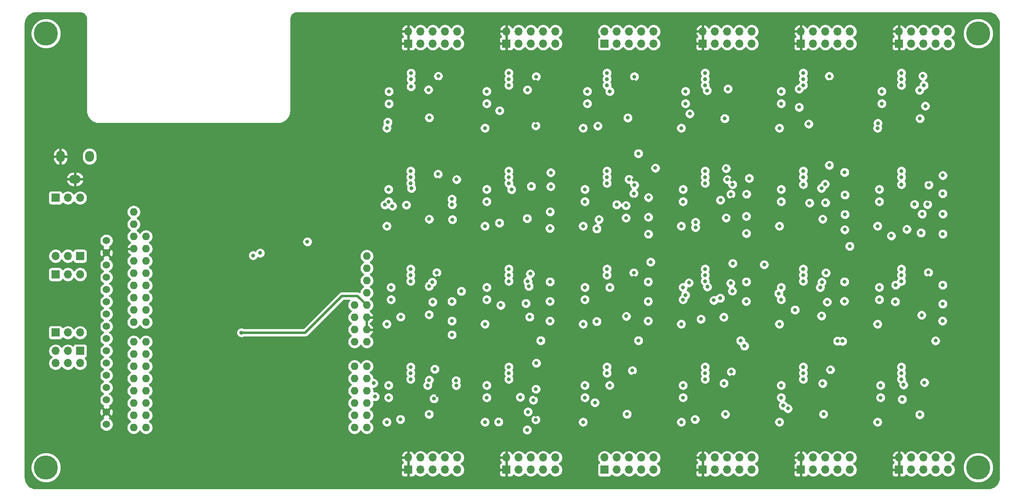
<source format=gbr>
G04 #@! TF.GenerationSoftware,KiCad,Pcbnew,5.1.6-c6e7f7d~86~ubuntu20.04.1*
G04 #@! TF.CreationDate,2020-05-31T10:56:46+02:00*
G04 #@! TF.ProjectId,HPPSI02,48505053-4930-4322-9e6b-696361645f70,rev?*
G04 #@! TF.SameCoordinates,Original*
G04 #@! TF.FileFunction,Copper,L2,Inr*
G04 #@! TF.FilePolarity,Positive*
%FSLAX46Y46*%
G04 Gerber Fmt 4.6, Leading zero omitted, Abs format (unit mm)*
G04 Created by KiCad (PCBNEW 5.1.6-c6e7f7d~86~ubuntu20.04.1) date 2020-05-31 10:56:46*
%MOMM*%
%LPD*%
G01*
G04 APERTURE LIST*
G04 #@! TA.AperFunction,ViaPad*
%ADD10C,5.000000*%
G04 #@! TD*
G04 #@! TA.AperFunction,ViaPad*
%ADD11O,1.700000X1.700000*%
G04 #@! TD*
G04 #@! TA.AperFunction,ViaPad*
%ADD12R,1.700000X1.700000*%
G04 #@! TD*
G04 #@! TA.AperFunction,ViaPad*
%ADD13O,2.400000X1.800000*%
G04 #@! TD*
G04 #@! TA.AperFunction,ViaPad*
%ADD14O,1.800000X2.300000*%
G04 #@! TD*
G04 #@! TA.AperFunction,ViaPad*
%ADD15O,1.800000X2.400000*%
G04 #@! TD*
G04 #@! TA.AperFunction,ViaPad*
%ADD16C,1.524000*%
G04 #@! TD*
G04 #@! TA.AperFunction,ViaPad*
%ADD17O,1.600000X1.600000*%
G04 #@! TD*
G04 #@! TA.AperFunction,ViaPad*
%ADD18C,0.800000*%
G04 #@! TD*
G04 #@! TA.AperFunction,Conductor*
%ADD19C,0.500000*%
G04 #@! TD*
G04 #@! TA.AperFunction,Conductor*
%ADD20C,0.254000*%
G04 #@! TD*
G04 APERTURE END LIST*
D10*
X245000000Y-125000000D03*
X245000000Y-35000000D03*
X52000000Y-125000000D03*
X52000000Y-35000000D03*
D11*
X137160000Y-34560000D03*
X137160000Y-37100000D03*
X134620000Y-34560000D03*
X134620000Y-37100000D03*
X132080000Y-34560000D03*
X132080000Y-37100000D03*
X129540000Y-34560000D03*
X129540000Y-37100000D03*
X127000000Y-34560000D03*
D12*
X127000000Y-37100000D03*
D11*
X238760000Y-122920000D03*
X238760000Y-125460000D03*
X236220000Y-122920000D03*
X236220000Y-125460000D03*
X233680000Y-122920000D03*
X233680000Y-125460000D03*
X231140000Y-122920000D03*
X231140000Y-125460000D03*
X228600000Y-122920000D03*
D12*
X228600000Y-125460000D03*
D11*
X218440000Y-122920000D03*
X218440000Y-125460000D03*
X215900000Y-122920000D03*
X215900000Y-125460000D03*
X213360000Y-122920000D03*
X213360000Y-125460000D03*
X210820000Y-122920000D03*
X210820000Y-125460000D03*
X208280000Y-122920000D03*
D12*
X208280000Y-125460000D03*
D11*
X198120000Y-122920000D03*
X198120000Y-125460000D03*
X195580000Y-122920000D03*
X195580000Y-125460000D03*
X193040000Y-122920000D03*
X193040000Y-125460000D03*
X190500000Y-122920000D03*
X190500000Y-125460000D03*
X187960000Y-122920000D03*
D12*
X187960000Y-125460000D03*
D11*
X177800000Y-122920000D03*
X177800000Y-125460000D03*
X175260000Y-122920000D03*
X175260000Y-125460000D03*
X172720000Y-122920000D03*
X172720000Y-125460000D03*
X170180000Y-122920000D03*
X170180000Y-125460000D03*
X167640000Y-122920000D03*
D12*
X167640000Y-125460000D03*
D11*
X157480000Y-122920000D03*
X157480000Y-125460000D03*
X154940000Y-122920000D03*
X154940000Y-125460000D03*
X152400000Y-122920000D03*
X152400000Y-125460000D03*
X149860000Y-122920000D03*
X149860000Y-125460000D03*
X147320000Y-122920000D03*
D12*
X147320000Y-125460000D03*
D11*
X137160000Y-122920000D03*
X137160000Y-125460000D03*
X134620000Y-122920000D03*
X134620000Y-125460000D03*
X132080000Y-122920000D03*
X132080000Y-125460000D03*
X129540000Y-122920000D03*
X129540000Y-125460000D03*
X127000000Y-122920000D03*
D12*
X127000000Y-125460000D03*
D11*
X238760000Y-34560000D03*
X238760000Y-37100000D03*
X236220000Y-34560000D03*
X236220000Y-37100000D03*
X233680000Y-34560000D03*
X233680000Y-37100000D03*
X231140000Y-34560000D03*
X231140000Y-37100000D03*
X228600000Y-34560000D03*
D12*
X228600000Y-37100000D03*
D11*
X218440000Y-34560000D03*
X218440000Y-37100000D03*
X215900000Y-34560000D03*
X215900000Y-37100000D03*
X213360000Y-34560000D03*
X213360000Y-37100000D03*
X210820000Y-34560000D03*
X210820000Y-37100000D03*
X208280000Y-34560000D03*
D12*
X208280000Y-37100000D03*
D11*
X198120000Y-34560000D03*
X198120000Y-37100000D03*
X195580000Y-34560000D03*
X195580000Y-37100000D03*
X193040000Y-34560000D03*
X193040000Y-37100000D03*
X190500000Y-34560000D03*
X190500000Y-37100000D03*
X187960000Y-34560000D03*
D12*
X187960000Y-37100000D03*
D11*
X177800000Y-34560000D03*
X177800000Y-37100000D03*
X175260000Y-34560000D03*
X175260000Y-37100000D03*
X172720000Y-34560000D03*
X172720000Y-37100000D03*
X170180000Y-34560000D03*
X170180000Y-37100000D03*
X167640000Y-34560000D03*
D12*
X167640000Y-37100000D03*
D11*
X157480000Y-34560000D03*
X157480000Y-37100000D03*
X154940000Y-34560000D03*
X154940000Y-37100000D03*
X152400000Y-34560000D03*
X152400000Y-37100000D03*
X149860000Y-34560000D03*
X149860000Y-37100000D03*
X147320000Y-34560000D03*
D12*
X147320000Y-37100000D03*
D11*
X59055000Y-84950000D03*
X56515000Y-84950000D03*
D12*
X53975000Y-84950000D03*
D11*
X53975000Y-81140000D03*
X56515000Y-81140000D03*
D12*
X59055000Y-81140000D03*
D11*
X59055000Y-97015000D03*
X56515000Y-97015000D03*
D12*
X53975000Y-97015000D03*
D11*
X59055000Y-69075000D03*
X56515000Y-69075000D03*
D12*
X53975000Y-69075000D03*
D11*
X53975000Y-103365000D03*
X53975000Y-100825000D03*
X56515000Y-103365000D03*
X56515000Y-100825000D03*
X59055000Y-103365000D03*
D12*
X59055000Y-100825000D03*
D13*
X58000000Y-65200000D03*
D14*
X61000000Y-60500000D03*
D15*
X55000000Y-60500000D03*
D16*
X64500000Y-77950000D03*
X64500000Y-80490000D03*
X64500000Y-83030000D03*
X64500000Y-85570000D03*
X64500000Y-88110000D03*
X64500000Y-90650000D03*
X64500000Y-93190000D03*
X64500000Y-95730000D03*
X64500000Y-98270000D03*
X64500000Y-100810000D03*
X64500000Y-103350000D03*
X64500000Y-105890000D03*
X64500000Y-108430000D03*
X64500000Y-110970000D03*
X64500000Y-113510000D03*
X64500000Y-116050000D03*
D17*
X70144000Y-114176000D03*
X70144000Y-116716000D03*
X70144000Y-74556000D03*
X70144000Y-77096000D03*
X70144000Y-79636000D03*
X70144000Y-82176000D03*
X70144000Y-84716000D03*
X70144000Y-87256000D03*
X70144000Y-89796000D03*
X70144000Y-92336000D03*
X70144000Y-98936000D03*
X70144000Y-101476000D03*
X70144000Y-104016000D03*
X70144000Y-106556000D03*
X70144000Y-109096000D03*
X70144000Y-111636000D03*
X70144000Y-94872000D03*
X70144000Y-72012000D03*
X72684000Y-116716000D03*
X72684000Y-114176000D03*
X72684000Y-111636000D03*
X72684000Y-109096000D03*
X72684000Y-106556000D03*
X72684000Y-104016000D03*
X72684000Y-101476000D03*
X72684000Y-98936000D03*
X72684000Y-94872000D03*
X72684000Y-92332000D03*
X72684000Y-89792000D03*
X72684000Y-87252000D03*
X72684000Y-84712000D03*
X72684000Y-82172000D03*
X72684000Y-79632000D03*
X72684000Y-77092000D03*
X115864000Y-116716000D03*
X115864000Y-114176000D03*
X115864000Y-111636000D03*
X115864000Y-109096000D03*
X115864000Y-106556000D03*
X115864000Y-104016000D03*
X115864000Y-98936000D03*
X115864000Y-96396000D03*
X115864000Y-93856000D03*
X115864000Y-91316000D03*
X118404000Y-116716000D03*
X118404000Y-114176000D03*
X118404000Y-111636000D03*
X118404000Y-109096000D03*
X118404000Y-106556000D03*
X118404000Y-104016000D03*
X118404000Y-98936000D03*
X118404000Y-96396000D03*
X118404000Y-93856000D03*
X118404000Y-91316000D03*
X118404000Y-88776000D03*
X118404000Y-86236000D03*
X118404000Y-83696000D03*
X118404000Y-81156000D03*
D18*
X58400000Y-94000000D03*
X58420000Y-77724000D03*
X56388000Y-71120000D03*
X57912000Y-87884000D03*
X133096000Y-85598000D03*
X133096000Y-114046000D03*
X133096000Y-105918000D03*
X133096000Y-93726000D03*
X59182000Y-76060000D03*
X59182000Y-92062000D03*
X133096000Y-118110000D03*
X133096000Y-109982000D03*
X130302000Y-104140000D03*
X130302000Y-105410000D03*
X153416000Y-118110000D03*
X153416000Y-114046000D03*
X153416000Y-109982000D03*
X153416000Y-105918000D03*
X150622000Y-105410000D03*
X150622000Y-104140000D03*
X170942000Y-105410000D03*
X170942000Y-104140000D03*
X173736000Y-105918000D03*
X173736000Y-109982000D03*
X173736000Y-114046000D03*
X173736000Y-118110000D03*
X194056000Y-118364000D03*
X194056000Y-114300000D03*
X194056000Y-110236000D03*
X194056000Y-106172000D03*
X191262000Y-105410000D03*
X191262000Y-104140000D03*
X211836000Y-105410000D03*
X211836000Y-104140000D03*
X214376000Y-105918000D03*
X214376000Y-109982000D03*
X214376000Y-114046000D03*
X214376000Y-118110000D03*
X234696000Y-118110000D03*
X234696000Y-114046000D03*
X234696000Y-109982000D03*
X232156000Y-105410000D03*
X232156000Y-104140000D03*
X234696000Y-105918000D03*
X231902000Y-85090000D03*
X231902000Y-83820000D03*
X234696000Y-85598000D03*
X234696000Y-89662000D03*
X234696000Y-93726000D03*
X234696000Y-97790000D03*
X214376000Y-97790000D03*
X214376000Y-93726000D03*
X214376000Y-88646000D03*
X214376000Y-85598000D03*
X211582000Y-83820000D03*
X211582000Y-85090000D03*
X194056000Y-97790000D03*
X194056000Y-93726000D03*
X194056000Y-89662000D03*
X194056000Y-85598000D03*
X191262000Y-83820000D03*
X191262000Y-85090000D03*
X173736000Y-97790000D03*
X173736000Y-93726000D03*
X173736000Y-89662000D03*
X173736000Y-85598000D03*
X170942000Y-83820000D03*
X170942000Y-85090000D03*
X153416000Y-97790000D03*
X153416000Y-93726000D03*
X153416000Y-89662000D03*
X153416000Y-85598000D03*
X150622000Y-85090000D03*
X150622000Y-83820000D03*
X133096000Y-97790000D03*
X133096000Y-89662000D03*
X130302000Y-85090000D03*
X130302000Y-83820000D03*
X130302000Y-64770000D03*
X130302000Y-63500000D03*
X133096000Y-65278000D03*
X133096000Y-69342000D03*
X133096000Y-73406000D03*
X133096000Y-77470000D03*
X153416000Y-77470000D03*
X153416000Y-73406000D03*
X153416000Y-69342000D03*
X150622000Y-64770000D03*
X150622000Y-63500000D03*
X153416000Y-65278000D03*
X170942000Y-64770000D03*
X170942000Y-63500000D03*
X173736000Y-65278000D03*
X173736000Y-69342000D03*
X173736000Y-73406000D03*
X173736000Y-77470000D03*
X194056000Y-77470000D03*
X191262000Y-64770000D03*
X191262000Y-63500000D03*
X194056000Y-73406000D03*
X194056000Y-69342000D03*
X194056000Y-65278000D03*
X211582000Y-64770000D03*
X211582000Y-63500000D03*
X214376000Y-65278000D03*
X214376000Y-69342000D03*
X214376000Y-73406000D03*
X214376000Y-77470000D03*
X234696000Y-77470000D03*
X234696000Y-73406000D03*
X231902000Y-64770000D03*
X231902000Y-63500000D03*
X234696000Y-69342000D03*
X234696000Y-65278000D03*
X235204000Y-57150000D03*
X235204000Y-53086000D03*
X235204000Y-49022000D03*
X235204000Y-44958000D03*
X231902000Y-43180000D03*
X231902000Y-44450000D03*
X214376000Y-57150000D03*
X214376000Y-53086000D03*
X214376000Y-49022000D03*
X214376000Y-44958000D03*
X211582000Y-43180000D03*
X211582000Y-44450000D03*
X194056000Y-57150000D03*
X194056000Y-53086000D03*
X194056000Y-49022000D03*
X194056000Y-44958000D03*
X191262000Y-43180000D03*
X191262000Y-44450000D03*
X173736000Y-57150000D03*
X173736000Y-53086000D03*
X173736000Y-49022000D03*
X173736000Y-44958000D03*
X170942000Y-44450000D03*
X170942000Y-43180000D03*
X153416000Y-57150000D03*
X153416000Y-53086000D03*
X153416000Y-49022000D03*
X153416000Y-44958000D03*
X150622000Y-44450000D03*
X150622000Y-43180000D03*
X133160000Y-49032000D03*
X130366000Y-44460000D03*
X130366000Y-43190000D03*
X133160000Y-57160000D03*
X133160000Y-53096000D03*
X133160000Y-44968000D03*
X151765000Y-74930000D03*
X172085000Y-74930000D03*
X192405000Y-74930000D03*
X212725000Y-74930000D03*
X233045000Y-74930000D03*
X233045000Y-54610000D03*
X212725000Y-54610000D03*
X192405000Y-54610000D03*
X172635000Y-54500000D03*
X151765000Y-54610000D03*
X131509000Y-54620000D03*
X131445000Y-74930000D03*
X131445000Y-115570000D03*
X131445000Y-95250000D03*
X151765000Y-95250000D03*
X172085000Y-95250000D03*
X192405000Y-95250000D03*
X212725000Y-95250000D03*
X233045000Y-95250000D03*
X233045000Y-115570000D03*
X212725000Y-115570000D03*
X192405000Y-115570000D03*
X172085000Y-115570000D03*
X151765000Y-115570000D03*
X133212900Y-43836900D03*
X122760900Y-53377000D03*
X131346200Y-52451800D03*
X131183800Y-46650500D03*
X153467400Y-43938700D03*
X145910000Y-50978000D03*
X153393600Y-54102000D03*
X151663200Y-46661600D03*
X173822600Y-43931800D03*
X166238900Y-54162600D03*
X172463200Y-52464600D03*
X168710000Y-46997600D03*
X193171700Y-46471500D03*
X185286500Y-51617600D03*
X192519100Y-52629500D03*
X188852200Y-46819600D03*
X214146900Y-43852400D03*
X207938300Y-50272300D03*
X209895100Y-53737500D03*
X207920800Y-46478600D03*
X224224200Y-53584500D03*
X233521100Y-43815000D03*
X234044500Y-50038000D03*
X233765900Y-45735300D03*
X232866200Y-46745300D03*
X232928700Y-52627300D03*
X133143400Y-64155100D03*
X126612600Y-70540800D03*
X127648600Y-67065300D03*
X131326000Y-73473000D03*
X152478300Y-66684300D03*
X145878900Y-74280000D03*
X151615800Y-73351100D03*
X148379900Y-67321500D03*
X172712800Y-65204800D03*
X166484600Y-73553800D03*
X173690500Y-68169800D03*
X166025300Y-75473800D03*
X173843300Y-66431500D03*
X170151300Y-70471400D03*
X172068700Y-73238400D03*
X172074100Y-70657200D03*
X193050600Y-65254700D03*
X186461700Y-74122900D03*
X193797500Y-68330800D03*
X186467500Y-75193600D03*
X194130900Y-66294000D03*
X191628900Y-69540300D03*
X192814800Y-73213000D03*
X192797600Y-62965500D03*
X214164300Y-62300600D03*
X210070500Y-70132000D03*
X213374600Y-70067400D03*
X213300100Y-66210000D03*
X212803700Y-73474400D03*
X212547900Y-67065300D03*
X233383300Y-72413000D03*
X230216300Y-75580000D03*
X234741800Y-66381700D03*
X226997800Y-76945600D03*
X231813100Y-70422300D03*
X233166000Y-76317800D03*
X234506300Y-70430000D03*
X132887300Y-84578200D03*
X125432200Y-93761300D03*
X132058200Y-90658400D03*
X131955800Y-86564100D03*
X131323000Y-87385300D03*
X131320900Y-93300000D03*
X152262100Y-84810900D03*
X146156000Y-91324800D03*
X151347500Y-90945500D03*
X151729900Y-86373800D03*
X152140200Y-93768600D03*
X151972900Y-87385300D03*
X173683000Y-84592800D03*
X166024800Y-94688300D03*
X172146800Y-93628800D03*
X168709700Y-87636800D03*
X194083400Y-88400500D03*
X187594500Y-94217000D03*
X194180800Y-82647800D03*
X190253500Y-90325700D03*
X193743900Y-86764600D03*
X191565200Y-89879000D03*
X192320500Y-93799100D03*
X188932500Y-87529800D03*
X193874700Y-105143000D03*
X186373300Y-115009100D03*
X192645500Y-113934400D03*
X192358700Y-107523100D03*
X214388700Y-104713500D03*
X205595600Y-112761800D03*
X212965500Y-113917700D03*
X212786300Y-107543000D03*
X233871500Y-107348700D03*
X229260900Y-110858500D03*
X229547500Y-107849000D03*
X232882800Y-114015900D03*
X173395100Y-104887900D03*
X165641300Y-111522300D03*
X172285300Y-113919700D03*
X168695700Y-107940800D03*
X234656400Y-84551900D03*
X227828800Y-90600000D03*
X233285500Y-93389900D03*
X227915900Y-87149200D03*
X213476000Y-84613500D03*
X207056500Y-92316200D03*
X213737500Y-90678000D03*
X212631100Y-86530000D03*
X212555400Y-93543000D03*
X212296300Y-87642500D03*
X132505100Y-104593600D03*
X125383500Y-115000900D03*
X132334900Y-110707400D03*
X131337300Y-106850000D03*
X131311500Y-113931200D03*
X131005800Y-107955900D03*
X145713600Y-115523000D03*
X153425300Y-108728000D03*
X153520500Y-103336800D03*
X150185000Y-110405500D03*
X151615600Y-117184400D03*
X152906600Y-110998000D03*
X153388700Y-115062000D03*
X151779300Y-113452600D03*
X137003000Y-65255000D03*
X136050000Y-69319000D03*
X136072700Y-70484000D03*
X136141000Y-73578300D03*
X156495900Y-63829200D03*
X156495900Y-66723800D03*
X156368300Y-71949400D03*
X156322700Y-75387700D03*
X178150500Y-62884000D03*
X176734500Y-68982300D03*
X176713000Y-73074200D03*
X176713100Y-76578100D03*
X197574800Y-65023300D03*
X197032200Y-68293900D03*
X196989400Y-72894500D03*
X197018600Y-76435700D03*
X217336900Y-63765900D03*
X217385000Y-68455800D03*
X217385000Y-72501400D03*
X217364700Y-75675200D03*
X237672600Y-64408400D03*
X237659000Y-68175300D03*
X237670900Y-72419100D03*
X237662300Y-76550200D03*
X137979100Y-88426100D03*
X136028100Y-90539100D03*
X136020600Y-94595600D03*
X136057300Y-97458900D03*
X156344700Y-86471700D03*
X156324700Y-90515700D03*
X156328200Y-94583100D03*
X154420500Y-98665700D03*
X176658000Y-86465000D03*
X176658000Y-90529000D03*
X176654200Y-94589200D03*
X174663600Y-98665700D03*
X196984600Y-86471600D03*
X196973500Y-90524500D03*
X196601200Y-99781500D03*
X195812400Y-98679300D03*
X217302700Y-86469700D03*
X217289500Y-90497500D03*
X216906700Y-98791500D03*
X215879200Y-98763900D03*
X96336800Y-80498600D03*
X127508000Y-85090000D03*
X174628700Y-59871400D03*
X122165800Y-70496900D03*
X123717900Y-70775900D03*
X94886100Y-81018700D03*
X185120400Y-86681100D03*
X200692000Y-82910300D03*
X106105600Y-78166800D03*
X218397800Y-79098100D03*
X184387000Y-89243100D03*
X203688100Y-88900000D03*
X177171000Y-82372000D03*
X120114000Y-110270700D03*
X136905200Y-106973400D03*
X119836900Y-107499500D03*
X136943800Y-107973900D03*
X204624900Y-112142500D03*
X237645300Y-87134600D03*
X237645300Y-91057000D03*
X237610400Y-94585400D03*
X236162000Y-98692700D03*
X127508000Y-105410000D03*
X127508000Y-104140000D03*
X147828000Y-106680000D03*
X147828000Y-105410000D03*
X147828000Y-104140000D03*
X143256000Y-110490000D03*
X143256000Y-107950000D03*
X168148000Y-105410000D03*
X168148000Y-104140000D03*
X163576000Y-110490000D03*
X163576000Y-107950000D03*
X183896000Y-110490000D03*
X183896000Y-107950000D03*
X188468000Y-106680000D03*
X188468000Y-105410000D03*
X188468000Y-104140000D03*
X204216000Y-110490000D03*
X204216000Y-107950000D03*
X208788000Y-106680000D03*
X208788000Y-105410000D03*
X208788000Y-104140000D03*
X229108000Y-106680000D03*
X224790000Y-110490000D03*
X224790000Y-107950000D03*
X229108000Y-105410000D03*
X229108000Y-104140000D03*
X224536000Y-90170000D03*
X224536000Y-87630000D03*
X229108000Y-86360000D03*
X229108000Y-85090000D03*
X229108000Y-83820000D03*
X208788000Y-86360000D03*
X208788000Y-85090000D03*
X208788000Y-83820000D03*
X204216000Y-90170000D03*
X204216000Y-87630000D03*
X188468000Y-86360000D03*
X188468000Y-85090000D03*
X188468000Y-83820000D03*
X183896000Y-90170000D03*
X183896000Y-87630000D03*
X163576000Y-90170000D03*
X163576000Y-87630000D03*
X168148000Y-85090000D03*
X168148000Y-83820000D03*
X143256000Y-90170000D03*
X143256000Y-87630000D03*
X147828000Y-86360000D03*
X147828000Y-85090000D03*
X147828000Y-83820000D03*
X127508000Y-86360000D03*
X123444000Y-90170000D03*
X123444000Y-87630000D03*
X127508000Y-83820000D03*
X127508000Y-66040000D03*
X127508000Y-63500000D03*
X127508000Y-64770000D03*
X122936000Y-69850000D03*
X122936000Y-67310000D03*
X143256000Y-69850000D03*
X143256000Y-67310000D03*
X147828000Y-66040000D03*
X147828000Y-64770000D03*
X147828000Y-63500000D03*
X168148000Y-66040000D03*
X168148000Y-64770000D03*
X168148000Y-63500000D03*
X163576000Y-69850000D03*
X163576000Y-67310000D03*
X183896000Y-69850000D03*
X183896000Y-67310000D03*
X188468000Y-66040000D03*
X188468000Y-64770000D03*
X188468000Y-63500000D03*
X204216000Y-69850000D03*
X204216000Y-67310000D03*
X208788000Y-66294000D03*
X208788000Y-64770000D03*
X208788000Y-63500000D03*
X224536000Y-69850000D03*
X224536000Y-67310000D03*
X229108000Y-66294000D03*
X229108000Y-64770000D03*
X229108000Y-63500000D03*
X229108000Y-45720000D03*
X208788000Y-45720000D03*
X188468000Y-45720000D03*
X188468000Y-44450000D03*
X188468000Y-43180000D03*
X168148000Y-45720000D03*
X168148000Y-44450000D03*
X168148000Y-43180000D03*
X147828000Y-45720000D03*
X147828000Y-44450000D03*
X147828000Y-43180000D03*
X127572000Y-45984000D03*
X127572000Y-44460000D03*
X127572000Y-43190000D03*
X229108000Y-44450000D03*
X229108000Y-43180000D03*
X225044000Y-49530000D03*
X225044000Y-46990000D03*
X208788000Y-44450000D03*
X208788000Y-43180000D03*
X204216000Y-49530000D03*
X204216000Y-46990000D03*
X184404000Y-49530000D03*
X184404000Y-46990000D03*
X164084000Y-49530000D03*
X164084000Y-46990000D03*
X143256000Y-49530000D03*
X143256000Y-46990000D03*
X123000000Y-47000000D03*
X123000000Y-49540000D03*
X122936000Y-110490000D03*
X122936000Y-107950000D03*
X127508000Y-106680000D03*
X122555000Y-74930000D03*
X224155000Y-95250000D03*
X203835000Y-74930000D03*
X183515000Y-74930000D03*
X163195000Y-74930000D03*
X142875000Y-74930000D03*
X142875000Y-54610000D03*
X163195000Y-54610000D03*
X183515000Y-54610000D03*
X203835000Y-54610000D03*
X224155000Y-115570000D03*
X224155000Y-54610000D03*
X224155000Y-74930000D03*
X122555000Y-54610000D03*
X142875000Y-95250000D03*
X163195000Y-95250000D03*
X183515000Y-95250000D03*
X203835000Y-95250000D03*
X142875000Y-115570000D03*
X163195000Y-115570000D03*
X183515000Y-115570000D03*
X203835000Y-115570000D03*
X122555000Y-115570000D03*
X122555000Y-95250000D03*
X92456000Y-97028000D03*
D19*
X92456000Y-97028000D02*
X105664000Y-97028000D01*
X105664000Y-97028000D02*
X113284000Y-89408000D01*
X113284000Y-89408000D02*
X116496000Y-89408000D01*
X116496000Y-89408000D02*
X118404000Y-91316000D01*
D20*
G36*
X59259659Y-30688625D02*
G01*
X59509429Y-30764035D01*
X59739792Y-30886522D01*
X59941980Y-31051422D01*
X60108286Y-31252450D01*
X60232378Y-31481954D01*
X60309531Y-31731195D01*
X60340001Y-32021098D01*
X60340000Y-51032418D01*
X60342852Y-51061372D01*
X60342765Y-51073781D01*
X60343665Y-51082952D01*
X60384466Y-51471145D01*
X60396487Y-51529708D01*
X60407702Y-51588501D01*
X60410366Y-51597323D01*
X60525790Y-51970198D01*
X60548975Y-52025353D01*
X60571379Y-52080806D01*
X60575706Y-52088943D01*
X60761357Y-52432298D01*
X60794780Y-52481849D01*
X60827562Y-52531946D01*
X60833387Y-52539087D01*
X61082194Y-52839841D01*
X61124629Y-52881981D01*
X61166492Y-52924730D01*
X61173592Y-52930604D01*
X61476077Y-53177305D01*
X61525904Y-53210409D01*
X61575259Y-53244204D01*
X61583365Y-53248587D01*
X61928007Y-53431837D01*
X61983311Y-53454631D01*
X62038295Y-53478198D01*
X62047098Y-53480923D01*
X62420770Y-53593741D01*
X62479458Y-53605361D01*
X62537961Y-53617797D01*
X62547126Y-53618760D01*
X62935595Y-53656850D01*
X62935598Y-53656850D01*
X62967581Y-53660000D01*
X100032419Y-53660000D01*
X100061373Y-53657148D01*
X100073781Y-53657235D01*
X100082952Y-53656335D01*
X100471145Y-53615534D01*
X100529708Y-53603513D01*
X100588501Y-53592298D01*
X100597323Y-53589634D01*
X100970198Y-53474210D01*
X101025353Y-53451025D01*
X101080806Y-53428621D01*
X101088943Y-53424294D01*
X101432298Y-53238643D01*
X101481849Y-53205220D01*
X101531946Y-53172438D01*
X101539087Y-53166613D01*
X101839841Y-52917806D01*
X101881981Y-52875371D01*
X101924730Y-52833508D01*
X101930604Y-52826408D01*
X102177305Y-52523923D01*
X102210409Y-52474096D01*
X102244204Y-52424741D01*
X102248587Y-52416635D01*
X102431837Y-52071993D01*
X102454631Y-52016689D01*
X102478198Y-51961705D01*
X102480923Y-51952902D01*
X102593741Y-51579230D01*
X102605361Y-51520542D01*
X102617797Y-51462039D01*
X102618760Y-51452874D01*
X102656850Y-51064405D01*
X102656850Y-51064402D01*
X102660000Y-51032419D01*
X102660000Y-50876061D01*
X144875000Y-50876061D01*
X144875000Y-51079939D01*
X144914774Y-51279898D01*
X144992795Y-51468256D01*
X145106063Y-51637774D01*
X145250226Y-51781937D01*
X145419744Y-51895205D01*
X145608102Y-51973226D01*
X145808061Y-52013000D01*
X146011939Y-52013000D01*
X146211898Y-51973226D01*
X146400256Y-51895205D01*
X146569774Y-51781937D01*
X146713937Y-51637774D01*
X146827205Y-51468256D01*
X146905226Y-51279898D01*
X146945000Y-51079939D01*
X146945000Y-50876061D01*
X146905226Y-50676102D01*
X146827205Y-50487744D01*
X146713937Y-50318226D01*
X146569774Y-50174063D01*
X146400256Y-50060795D01*
X146211898Y-49982774D01*
X146011939Y-49943000D01*
X145808061Y-49943000D01*
X145608102Y-49982774D01*
X145419744Y-50060795D01*
X145250226Y-50174063D01*
X145106063Y-50318226D01*
X144992795Y-50487744D01*
X144914774Y-50676102D01*
X144875000Y-50876061D01*
X102660000Y-50876061D01*
X102660000Y-49438061D01*
X121965000Y-49438061D01*
X121965000Y-49641939D01*
X122004774Y-49841898D01*
X122082795Y-50030256D01*
X122196063Y-50199774D01*
X122340226Y-50343937D01*
X122509744Y-50457205D01*
X122698102Y-50535226D01*
X122898061Y-50575000D01*
X123101939Y-50575000D01*
X123301898Y-50535226D01*
X123490256Y-50457205D01*
X123659774Y-50343937D01*
X123803937Y-50199774D01*
X123917205Y-50030256D01*
X123995226Y-49841898D01*
X124035000Y-49641939D01*
X124035000Y-49438061D01*
X124033011Y-49428061D01*
X142221000Y-49428061D01*
X142221000Y-49631939D01*
X142260774Y-49831898D01*
X142338795Y-50020256D01*
X142452063Y-50189774D01*
X142596226Y-50333937D01*
X142765744Y-50447205D01*
X142954102Y-50525226D01*
X143154061Y-50565000D01*
X143357939Y-50565000D01*
X143557898Y-50525226D01*
X143746256Y-50447205D01*
X143915774Y-50333937D01*
X144059937Y-50189774D01*
X144173205Y-50020256D01*
X144251226Y-49831898D01*
X144291000Y-49631939D01*
X144291000Y-49428061D01*
X163049000Y-49428061D01*
X163049000Y-49631939D01*
X163088774Y-49831898D01*
X163166795Y-50020256D01*
X163280063Y-50189774D01*
X163424226Y-50333937D01*
X163593744Y-50447205D01*
X163782102Y-50525226D01*
X163982061Y-50565000D01*
X164185939Y-50565000D01*
X164385898Y-50525226D01*
X164574256Y-50447205D01*
X164743774Y-50333937D01*
X164887937Y-50189774D01*
X165001205Y-50020256D01*
X165079226Y-49831898D01*
X165119000Y-49631939D01*
X165119000Y-49428061D01*
X183369000Y-49428061D01*
X183369000Y-49631939D01*
X183408774Y-49831898D01*
X183486795Y-50020256D01*
X183600063Y-50189774D01*
X183744226Y-50333937D01*
X183913744Y-50447205D01*
X184102102Y-50525226D01*
X184302061Y-50565000D01*
X184505939Y-50565000D01*
X184705898Y-50525226D01*
X184894256Y-50447205D01*
X185063774Y-50333937D01*
X185207937Y-50189774D01*
X185321205Y-50020256D01*
X185399226Y-49831898D01*
X185439000Y-49631939D01*
X185439000Y-49428061D01*
X203181000Y-49428061D01*
X203181000Y-49631939D01*
X203220774Y-49831898D01*
X203298795Y-50020256D01*
X203412063Y-50189774D01*
X203556226Y-50333937D01*
X203725744Y-50447205D01*
X203914102Y-50525226D01*
X204114061Y-50565000D01*
X204317939Y-50565000D01*
X204517898Y-50525226D01*
X204706256Y-50447205D01*
X204875774Y-50333937D01*
X205019937Y-50189774D01*
X205032908Y-50170361D01*
X206903300Y-50170361D01*
X206903300Y-50374239D01*
X206943074Y-50574198D01*
X207021095Y-50762556D01*
X207134363Y-50932074D01*
X207278526Y-51076237D01*
X207448044Y-51189505D01*
X207636402Y-51267526D01*
X207836361Y-51307300D01*
X208040239Y-51307300D01*
X208240198Y-51267526D01*
X208428556Y-51189505D01*
X208598074Y-51076237D01*
X208742237Y-50932074D01*
X208855505Y-50762556D01*
X208933526Y-50574198D01*
X208973300Y-50374239D01*
X208973300Y-50170361D01*
X208933526Y-49970402D01*
X208855505Y-49782044D01*
X208742237Y-49612526D01*
X208598074Y-49468363D01*
X208537758Y-49428061D01*
X224009000Y-49428061D01*
X224009000Y-49631939D01*
X224048774Y-49831898D01*
X224126795Y-50020256D01*
X224240063Y-50189774D01*
X224384226Y-50333937D01*
X224553744Y-50447205D01*
X224742102Y-50525226D01*
X224942061Y-50565000D01*
X225145939Y-50565000D01*
X225345898Y-50525226D01*
X225534256Y-50447205D01*
X225703774Y-50333937D01*
X225847937Y-50189774D01*
X225961205Y-50020256D01*
X225996079Y-49936061D01*
X233009500Y-49936061D01*
X233009500Y-50139939D01*
X233049274Y-50339898D01*
X233127295Y-50528256D01*
X233240563Y-50697774D01*
X233384726Y-50841937D01*
X233554244Y-50955205D01*
X233742602Y-51033226D01*
X233942561Y-51073000D01*
X234146439Y-51073000D01*
X234346398Y-51033226D01*
X234534756Y-50955205D01*
X234704274Y-50841937D01*
X234848437Y-50697774D01*
X234961705Y-50528256D01*
X235039726Y-50339898D01*
X235079500Y-50139939D01*
X235079500Y-49936061D01*
X235039726Y-49736102D01*
X234961705Y-49547744D01*
X234848437Y-49378226D01*
X234704274Y-49234063D01*
X234534756Y-49120795D01*
X234346398Y-49042774D01*
X234146439Y-49003000D01*
X233942561Y-49003000D01*
X233742602Y-49042774D01*
X233554244Y-49120795D01*
X233384726Y-49234063D01*
X233240563Y-49378226D01*
X233127295Y-49547744D01*
X233049274Y-49736102D01*
X233009500Y-49936061D01*
X225996079Y-49936061D01*
X226039226Y-49831898D01*
X226079000Y-49631939D01*
X226079000Y-49428061D01*
X226039226Y-49228102D01*
X225961205Y-49039744D01*
X225847937Y-48870226D01*
X225703774Y-48726063D01*
X225534256Y-48612795D01*
X225345898Y-48534774D01*
X225145939Y-48495000D01*
X224942061Y-48495000D01*
X224742102Y-48534774D01*
X224553744Y-48612795D01*
X224384226Y-48726063D01*
X224240063Y-48870226D01*
X224126795Y-49039744D01*
X224048774Y-49228102D01*
X224009000Y-49428061D01*
X208537758Y-49428061D01*
X208428556Y-49355095D01*
X208240198Y-49277074D01*
X208040239Y-49237300D01*
X207836361Y-49237300D01*
X207636402Y-49277074D01*
X207448044Y-49355095D01*
X207278526Y-49468363D01*
X207134363Y-49612526D01*
X207021095Y-49782044D01*
X206943074Y-49970402D01*
X206903300Y-50170361D01*
X205032908Y-50170361D01*
X205133205Y-50020256D01*
X205211226Y-49831898D01*
X205251000Y-49631939D01*
X205251000Y-49428061D01*
X205211226Y-49228102D01*
X205133205Y-49039744D01*
X205019937Y-48870226D01*
X204875774Y-48726063D01*
X204706256Y-48612795D01*
X204517898Y-48534774D01*
X204317939Y-48495000D01*
X204114061Y-48495000D01*
X203914102Y-48534774D01*
X203725744Y-48612795D01*
X203556226Y-48726063D01*
X203412063Y-48870226D01*
X203298795Y-49039744D01*
X203220774Y-49228102D01*
X203181000Y-49428061D01*
X185439000Y-49428061D01*
X185399226Y-49228102D01*
X185321205Y-49039744D01*
X185207937Y-48870226D01*
X185063774Y-48726063D01*
X184894256Y-48612795D01*
X184705898Y-48534774D01*
X184505939Y-48495000D01*
X184302061Y-48495000D01*
X184102102Y-48534774D01*
X183913744Y-48612795D01*
X183744226Y-48726063D01*
X183600063Y-48870226D01*
X183486795Y-49039744D01*
X183408774Y-49228102D01*
X183369000Y-49428061D01*
X165119000Y-49428061D01*
X165079226Y-49228102D01*
X165001205Y-49039744D01*
X164887937Y-48870226D01*
X164743774Y-48726063D01*
X164574256Y-48612795D01*
X164385898Y-48534774D01*
X164185939Y-48495000D01*
X163982061Y-48495000D01*
X163782102Y-48534774D01*
X163593744Y-48612795D01*
X163424226Y-48726063D01*
X163280063Y-48870226D01*
X163166795Y-49039744D01*
X163088774Y-49228102D01*
X163049000Y-49428061D01*
X144291000Y-49428061D01*
X144251226Y-49228102D01*
X144173205Y-49039744D01*
X144059937Y-48870226D01*
X143915774Y-48726063D01*
X143746256Y-48612795D01*
X143557898Y-48534774D01*
X143357939Y-48495000D01*
X143154061Y-48495000D01*
X142954102Y-48534774D01*
X142765744Y-48612795D01*
X142596226Y-48726063D01*
X142452063Y-48870226D01*
X142338795Y-49039744D01*
X142260774Y-49228102D01*
X142221000Y-49428061D01*
X124033011Y-49428061D01*
X123995226Y-49238102D01*
X123917205Y-49049744D01*
X123803937Y-48880226D01*
X123659774Y-48736063D01*
X123490256Y-48622795D01*
X123301898Y-48544774D01*
X123101939Y-48505000D01*
X122898061Y-48505000D01*
X122698102Y-48544774D01*
X122509744Y-48622795D01*
X122340226Y-48736063D01*
X122196063Y-48880226D01*
X122082795Y-49049744D01*
X122004774Y-49238102D01*
X121965000Y-49438061D01*
X102660000Y-49438061D01*
X102660000Y-46898061D01*
X121965000Y-46898061D01*
X121965000Y-47101939D01*
X122004774Y-47301898D01*
X122082795Y-47490256D01*
X122196063Y-47659774D01*
X122340226Y-47803937D01*
X122509744Y-47917205D01*
X122698102Y-47995226D01*
X122898061Y-48035000D01*
X123101939Y-48035000D01*
X123301898Y-47995226D01*
X123490256Y-47917205D01*
X123659774Y-47803937D01*
X123803937Y-47659774D01*
X123917205Y-47490256D01*
X123995226Y-47301898D01*
X124035000Y-47101939D01*
X124035000Y-46898061D01*
X123995226Y-46698102D01*
X123917205Y-46509744D01*
X123803937Y-46340226D01*
X123659774Y-46196063D01*
X123490256Y-46082795D01*
X123301898Y-46004774D01*
X123101939Y-45965000D01*
X122898061Y-45965000D01*
X122698102Y-46004774D01*
X122509744Y-46082795D01*
X122340226Y-46196063D01*
X122196063Y-46340226D01*
X122082795Y-46509744D01*
X122004774Y-46698102D01*
X121965000Y-46898061D01*
X102660000Y-46898061D01*
X102660000Y-43088061D01*
X126537000Y-43088061D01*
X126537000Y-43291939D01*
X126576774Y-43491898D01*
X126654795Y-43680256D01*
X126751510Y-43825000D01*
X126654795Y-43969744D01*
X126576774Y-44158102D01*
X126537000Y-44358061D01*
X126537000Y-44561939D01*
X126576774Y-44761898D01*
X126654795Y-44950256D01*
X126768063Y-45119774D01*
X126870289Y-45222000D01*
X126768063Y-45324226D01*
X126654795Y-45493744D01*
X126576774Y-45682102D01*
X126537000Y-45882061D01*
X126537000Y-46085939D01*
X126576774Y-46285898D01*
X126654795Y-46474256D01*
X126768063Y-46643774D01*
X126912226Y-46787937D01*
X127081744Y-46901205D01*
X127270102Y-46979226D01*
X127470061Y-47019000D01*
X127673939Y-47019000D01*
X127873898Y-46979226D01*
X128062256Y-46901205D01*
X128231774Y-46787937D01*
X128375937Y-46643774D01*
X128439556Y-46548561D01*
X130148800Y-46548561D01*
X130148800Y-46752439D01*
X130188574Y-46952398D01*
X130266595Y-47140756D01*
X130379863Y-47310274D01*
X130524026Y-47454437D01*
X130693544Y-47567705D01*
X130881902Y-47645726D01*
X131081861Y-47685500D01*
X131285739Y-47685500D01*
X131485698Y-47645726D01*
X131674056Y-47567705D01*
X131843574Y-47454437D01*
X131987737Y-47310274D01*
X132101005Y-47140756D01*
X132179026Y-46952398D01*
X132191823Y-46888061D01*
X142221000Y-46888061D01*
X142221000Y-47091939D01*
X142260774Y-47291898D01*
X142338795Y-47480256D01*
X142452063Y-47649774D01*
X142596226Y-47793937D01*
X142765744Y-47907205D01*
X142954102Y-47985226D01*
X143154061Y-48025000D01*
X143357939Y-48025000D01*
X143557898Y-47985226D01*
X143746256Y-47907205D01*
X143915774Y-47793937D01*
X144059937Y-47649774D01*
X144173205Y-47480256D01*
X144251226Y-47291898D01*
X144291000Y-47091939D01*
X144291000Y-46888061D01*
X144251226Y-46688102D01*
X144173205Y-46499744D01*
X144059937Y-46330226D01*
X143915774Y-46186063D01*
X143746256Y-46072795D01*
X143557898Y-45994774D01*
X143357939Y-45955000D01*
X143154061Y-45955000D01*
X142954102Y-45994774D01*
X142765744Y-46072795D01*
X142596226Y-46186063D01*
X142452063Y-46330226D01*
X142338795Y-46499744D01*
X142260774Y-46688102D01*
X142221000Y-46888061D01*
X132191823Y-46888061D01*
X132218800Y-46752439D01*
X132218800Y-46548561D01*
X132179026Y-46348602D01*
X132101005Y-46160244D01*
X131987737Y-45990726D01*
X131843574Y-45846563D01*
X131674056Y-45733295D01*
X131485698Y-45655274D01*
X131285739Y-45615500D01*
X131081861Y-45615500D01*
X130881902Y-45655274D01*
X130693544Y-45733295D01*
X130524026Y-45846563D01*
X130379863Y-45990726D01*
X130266595Y-46160244D01*
X130188574Y-46348602D01*
X130148800Y-46548561D01*
X128439556Y-46548561D01*
X128489205Y-46474256D01*
X128567226Y-46285898D01*
X128607000Y-46085939D01*
X128607000Y-45882061D01*
X128567226Y-45682102D01*
X128489205Y-45493744D01*
X128375937Y-45324226D01*
X128273711Y-45222000D01*
X128375937Y-45119774D01*
X128489205Y-44950256D01*
X128567226Y-44761898D01*
X128607000Y-44561939D01*
X128607000Y-44358061D01*
X128567226Y-44158102D01*
X128489205Y-43969744D01*
X128392490Y-43825000D01*
X128452652Y-43734961D01*
X132177900Y-43734961D01*
X132177900Y-43938839D01*
X132217674Y-44138798D01*
X132295695Y-44327156D01*
X132408963Y-44496674D01*
X132553126Y-44640837D01*
X132722644Y-44754105D01*
X132911002Y-44832126D01*
X133110961Y-44871900D01*
X133314839Y-44871900D01*
X133514798Y-44832126D01*
X133703156Y-44754105D01*
X133872674Y-44640837D01*
X134016837Y-44496674D01*
X134130105Y-44327156D01*
X134208126Y-44138798D01*
X134247900Y-43938839D01*
X134247900Y-43734961D01*
X134208126Y-43535002D01*
X134130105Y-43346644D01*
X134016837Y-43177126D01*
X133917772Y-43078061D01*
X146793000Y-43078061D01*
X146793000Y-43281939D01*
X146832774Y-43481898D01*
X146910795Y-43670256D01*
X147007510Y-43815000D01*
X146910795Y-43959744D01*
X146832774Y-44148102D01*
X146793000Y-44348061D01*
X146793000Y-44551939D01*
X146832774Y-44751898D01*
X146910795Y-44940256D01*
X147007510Y-45085000D01*
X146910795Y-45229744D01*
X146832774Y-45418102D01*
X146793000Y-45618061D01*
X146793000Y-45821939D01*
X146832774Y-46021898D01*
X146910795Y-46210256D01*
X147024063Y-46379774D01*
X147168226Y-46523937D01*
X147337744Y-46637205D01*
X147526102Y-46715226D01*
X147726061Y-46755000D01*
X147929939Y-46755000D01*
X148129898Y-46715226D01*
X148318256Y-46637205D01*
X148434309Y-46559661D01*
X150628200Y-46559661D01*
X150628200Y-46763539D01*
X150667974Y-46963498D01*
X150745995Y-47151856D01*
X150859263Y-47321374D01*
X151003426Y-47465537D01*
X151172944Y-47578805D01*
X151361302Y-47656826D01*
X151561261Y-47696600D01*
X151765139Y-47696600D01*
X151965098Y-47656826D01*
X152153456Y-47578805D01*
X152322974Y-47465537D01*
X152467137Y-47321374D01*
X152580405Y-47151856D01*
X152658426Y-46963498D01*
X152673431Y-46888061D01*
X163049000Y-46888061D01*
X163049000Y-47091939D01*
X163088774Y-47291898D01*
X163166795Y-47480256D01*
X163280063Y-47649774D01*
X163424226Y-47793937D01*
X163593744Y-47907205D01*
X163782102Y-47985226D01*
X163982061Y-48025000D01*
X164185939Y-48025000D01*
X164385898Y-47985226D01*
X164574256Y-47907205D01*
X164743774Y-47793937D01*
X164887937Y-47649774D01*
X165001205Y-47480256D01*
X165079226Y-47291898D01*
X165119000Y-47091939D01*
X165119000Y-46888061D01*
X165079226Y-46688102D01*
X165001205Y-46499744D01*
X164887937Y-46330226D01*
X164743774Y-46186063D01*
X164574256Y-46072795D01*
X164385898Y-45994774D01*
X164185939Y-45955000D01*
X163982061Y-45955000D01*
X163782102Y-45994774D01*
X163593744Y-46072795D01*
X163424226Y-46186063D01*
X163280063Y-46330226D01*
X163166795Y-46499744D01*
X163088774Y-46688102D01*
X163049000Y-46888061D01*
X152673431Y-46888061D01*
X152698200Y-46763539D01*
X152698200Y-46559661D01*
X152658426Y-46359702D01*
X152580405Y-46171344D01*
X152467137Y-46001826D01*
X152322974Y-45857663D01*
X152153456Y-45744395D01*
X151965098Y-45666374D01*
X151765139Y-45626600D01*
X151561261Y-45626600D01*
X151361302Y-45666374D01*
X151172944Y-45744395D01*
X151003426Y-45857663D01*
X150859263Y-46001826D01*
X150745995Y-46171344D01*
X150667974Y-46359702D01*
X150628200Y-46559661D01*
X148434309Y-46559661D01*
X148487774Y-46523937D01*
X148631937Y-46379774D01*
X148745205Y-46210256D01*
X148823226Y-46021898D01*
X148863000Y-45821939D01*
X148863000Y-45618061D01*
X148823226Y-45418102D01*
X148745205Y-45229744D01*
X148648490Y-45085000D01*
X148745205Y-44940256D01*
X148823226Y-44751898D01*
X148863000Y-44551939D01*
X148863000Y-44348061D01*
X148823226Y-44148102D01*
X148745205Y-43959744D01*
X148663031Y-43836761D01*
X152432400Y-43836761D01*
X152432400Y-44040639D01*
X152472174Y-44240598D01*
X152550195Y-44428956D01*
X152663463Y-44598474D01*
X152807626Y-44742637D01*
X152977144Y-44855905D01*
X153165502Y-44933926D01*
X153365461Y-44973700D01*
X153569339Y-44973700D01*
X153769298Y-44933926D01*
X153957656Y-44855905D01*
X154127174Y-44742637D01*
X154271337Y-44598474D01*
X154384605Y-44428956D01*
X154462626Y-44240598D01*
X154502400Y-44040639D01*
X154502400Y-43836761D01*
X154462626Y-43636802D01*
X154384605Y-43448444D01*
X154271337Y-43278926D01*
X154127174Y-43134763D01*
X154042314Y-43078061D01*
X167113000Y-43078061D01*
X167113000Y-43281939D01*
X167152774Y-43481898D01*
X167230795Y-43670256D01*
X167327510Y-43815000D01*
X167230795Y-43959744D01*
X167152774Y-44148102D01*
X167113000Y-44348061D01*
X167113000Y-44551939D01*
X167152774Y-44751898D01*
X167230795Y-44940256D01*
X167327510Y-45085000D01*
X167230795Y-45229744D01*
X167152774Y-45418102D01*
X167113000Y-45618061D01*
X167113000Y-45821939D01*
X167152774Y-46021898D01*
X167230795Y-46210256D01*
X167344063Y-46379774D01*
X167488226Y-46523937D01*
X167657744Y-46637205D01*
X167727104Y-46665935D01*
X167714774Y-46695702D01*
X167675000Y-46895661D01*
X167675000Y-47099539D01*
X167714774Y-47299498D01*
X167792795Y-47487856D01*
X167906063Y-47657374D01*
X168050226Y-47801537D01*
X168219744Y-47914805D01*
X168408102Y-47992826D01*
X168608061Y-48032600D01*
X168811939Y-48032600D01*
X169011898Y-47992826D01*
X169200256Y-47914805D01*
X169369774Y-47801537D01*
X169513937Y-47657374D01*
X169627205Y-47487856D01*
X169705226Y-47299498D01*
X169745000Y-47099539D01*
X169745000Y-46895661D01*
X169743489Y-46888061D01*
X183369000Y-46888061D01*
X183369000Y-47091939D01*
X183408774Y-47291898D01*
X183486795Y-47480256D01*
X183600063Y-47649774D01*
X183744226Y-47793937D01*
X183913744Y-47907205D01*
X184102102Y-47985226D01*
X184302061Y-48025000D01*
X184505939Y-48025000D01*
X184705898Y-47985226D01*
X184894256Y-47907205D01*
X185063774Y-47793937D01*
X185207937Y-47649774D01*
X185321205Y-47480256D01*
X185399226Y-47291898D01*
X185439000Y-47091939D01*
X185439000Y-46888061D01*
X185399226Y-46688102D01*
X185321205Y-46499744D01*
X185207937Y-46330226D01*
X185063774Y-46186063D01*
X184894256Y-46072795D01*
X184705898Y-45994774D01*
X184505939Y-45955000D01*
X184302061Y-45955000D01*
X184102102Y-45994774D01*
X183913744Y-46072795D01*
X183744226Y-46186063D01*
X183600063Y-46330226D01*
X183486795Y-46499744D01*
X183408774Y-46688102D01*
X183369000Y-46888061D01*
X169743489Y-46888061D01*
X169705226Y-46695702D01*
X169627205Y-46507344D01*
X169513937Y-46337826D01*
X169369774Y-46193663D01*
X169200256Y-46080395D01*
X169130896Y-46051665D01*
X169143226Y-46021898D01*
X169183000Y-45821939D01*
X169183000Y-45618061D01*
X169143226Y-45418102D01*
X169065205Y-45229744D01*
X168968490Y-45085000D01*
X169065205Y-44940256D01*
X169143226Y-44751898D01*
X169183000Y-44551939D01*
X169183000Y-44348061D01*
X169143226Y-44148102D01*
X169065205Y-43959744D01*
X168978420Y-43829861D01*
X172787600Y-43829861D01*
X172787600Y-44033739D01*
X172827374Y-44233698D01*
X172905395Y-44422056D01*
X173018663Y-44591574D01*
X173162826Y-44735737D01*
X173332344Y-44849005D01*
X173520702Y-44927026D01*
X173720661Y-44966800D01*
X173924539Y-44966800D01*
X174124498Y-44927026D01*
X174312856Y-44849005D01*
X174482374Y-44735737D01*
X174626537Y-44591574D01*
X174739805Y-44422056D01*
X174817826Y-44233698D01*
X174857600Y-44033739D01*
X174857600Y-43829861D01*
X174817826Y-43629902D01*
X174739805Y-43441544D01*
X174626537Y-43272026D01*
X174482374Y-43127863D01*
X174407840Y-43078061D01*
X187433000Y-43078061D01*
X187433000Y-43281939D01*
X187472774Y-43481898D01*
X187550795Y-43670256D01*
X187647510Y-43815000D01*
X187550795Y-43959744D01*
X187472774Y-44148102D01*
X187433000Y-44348061D01*
X187433000Y-44551939D01*
X187472774Y-44751898D01*
X187550795Y-44940256D01*
X187647510Y-45085000D01*
X187550795Y-45229744D01*
X187472774Y-45418102D01*
X187433000Y-45618061D01*
X187433000Y-45821939D01*
X187472774Y-46021898D01*
X187550795Y-46210256D01*
X187664063Y-46379774D01*
X187808226Y-46523937D01*
X187850160Y-46551957D01*
X187817200Y-46717661D01*
X187817200Y-46921539D01*
X187856974Y-47121498D01*
X187934995Y-47309856D01*
X188048263Y-47479374D01*
X188192426Y-47623537D01*
X188361944Y-47736805D01*
X188550302Y-47814826D01*
X188750261Y-47854600D01*
X188954139Y-47854600D01*
X189154098Y-47814826D01*
X189342456Y-47736805D01*
X189511974Y-47623537D01*
X189656137Y-47479374D01*
X189769405Y-47309856D01*
X189847426Y-47121498D01*
X189887200Y-46921539D01*
X189887200Y-46717661D01*
X189847426Y-46517702D01*
X189786064Y-46369561D01*
X192136700Y-46369561D01*
X192136700Y-46573439D01*
X192176474Y-46773398D01*
X192254495Y-46961756D01*
X192367763Y-47131274D01*
X192511926Y-47275437D01*
X192681444Y-47388705D01*
X192869802Y-47466726D01*
X193069761Y-47506500D01*
X193273639Y-47506500D01*
X193473598Y-47466726D01*
X193661956Y-47388705D01*
X193831474Y-47275437D01*
X193975637Y-47131274D01*
X194088905Y-46961756D01*
X194119430Y-46888061D01*
X203181000Y-46888061D01*
X203181000Y-47091939D01*
X203220774Y-47291898D01*
X203298795Y-47480256D01*
X203412063Y-47649774D01*
X203556226Y-47793937D01*
X203725744Y-47907205D01*
X203914102Y-47985226D01*
X204114061Y-48025000D01*
X204317939Y-48025000D01*
X204517898Y-47985226D01*
X204706256Y-47907205D01*
X204875774Y-47793937D01*
X205019937Y-47649774D01*
X205133205Y-47480256D01*
X205211226Y-47291898D01*
X205251000Y-47091939D01*
X205251000Y-46888061D01*
X205211226Y-46688102D01*
X205133205Y-46499744D01*
X205050964Y-46376661D01*
X206885800Y-46376661D01*
X206885800Y-46580539D01*
X206925574Y-46780498D01*
X207003595Y-46968856D01*
X207116863Y-47138374D01*
X207261026Y-47282537D01*
X207430544Y-47395805D01*
X207618902Y-47473826D01*
X207818861Y-47513600D01*
X208022739Y-47513600D01*
X208222698Y-47473826D01*
X208411056Y-47395805D01*
X208580574Y-47282537D01*
X208724737Y-47138374D01*
X208838005Y-46968856D01*
X208871471Y-46888061D01*
X224009000Y-46888061D01*
X224009000Y-47091939D01*
X224048774Y-47291898D01*
X224126795Y-47480256D01*
X224240063Y-47649774D01*
X224384226Y-47793937D01*
X224553744Y-47907205D01*
X224742102Y-47985226D01*
X224942061Y-48025000D01*
X225145939Y-48025000D01*
X225345898Y-47985226D01*
X225534256Y-47907205D01*
X225703774Y-47793937D01*
X225847937Y-47649774D01*
X225961205Y-47480256D01*
X226039226Y-47291898D01*
X226079000Y-47091939D01*
X226079000Y-46888061D01*
X226039226Y-46688102D01*
X225961205Y-46499744D01*
X225847937Y-46330226D01*
X225703774Y-46186063D01*
X225534256Y-46072795D01*
X225345898Y-45994774D01*
X225145939Y-45955000D01*
X224942061Y-45955000D01*
X224742102Y-45994774D01*
X224553744Y-46072795D01*
X224384226Y-46186063D01*
X224240063Y-46330226D01*
X224126795Y-46499744D01*
X224048774Y-46688102D01*
X224009000Y-46888061D01*
X208871471Y-46888061D01*
X208916026Y-46780498D01*
X208922381Y-46748547D01*
X209089898Y-46715226D01*
X209278256Y-46637205D01*
X209447774Y-46523937D01*
X209591937Y-46379774D01*
X209705205Y-46210256D01*
X209783226Y-46021898D01*
X209823000Y-45821939D01*
X209823000Y-45618061D01*
X209783226Y-45418102D01*
X209705205Y-45229744D01*
X209608490Y-45085000D01*
X209705205Y-44940256D01*
X209783226Y-44751898D01*
X209823000Y-44551939D01*
X209823000Y-44348061D01*
X209783226Y-44148102D01*
X209705205Y-43959744D01*
X209608490Y-43815000D01*
X209651613Y-43750461D01*
X213111900Y-43750461D01*
X213111900Y-43954339D01*
X213151674Y-44154298D01*
X213229695Y-44342656D01*
X213342963Y-44512174D01*
X213487126Y-44656337D01*
X213656644Y-44769605D01*
X213845002Y-44847626D01*
X214044961Y-44887400D01*
X214248839Y-44887400D01*
X214448798Y-44847626D01*
X214637156Y-44769605D01*
X214806674Y-44656337D01*
X214950837Y-44512174D01*
X215064105Y-44342656D01*
X215142126Y-44154298D01*
X215181900Y-43954339D01*
X215181900Y-43750461D01*
X215142126Y-43550502D01*
X215064105Y-43362144D01*
X214950837Y-43192626D01*
X214836272Y-43078061D01*
X228073000Y-43078061D01*
X228073000Y-43281939D01*
X228112774Y-43481898D01*
X228190795Y-43670256D01*
X228287510Y-43815000D01*
X228190795Y-43959744D01*
X228112774Y-44148102D01*
X228073000Y-44348061D01*
X228073000Y-44551939D01*
X228112774Y-44751898D01*
X228190795Y-44940256D01*
X228287510Y-45085000D01*
X228190795Y-45229744D01*
X228112774Y-45418102D01*
X228073000Y-45618061D01*
X228073000Y-45821939D01*
X228112774Y-46021898D01*
X228190795Y-46210256D01*
X228304063Y-46379774D01*
X228448226Y-46523937D01*
X228617744Y-46637205D01*
X228806102Y-46715226D01*
X229006061Y-46755000D01*
X229209939Y-46755000D01*
X229409898Y-46715226D01*
X229583394Y-46643361D01*
X231831200Y-46643361D01*
X231831200Y-46847239D01*
X231870974Y-47047198D01*
X231948995Y-47235556D01*
X232062263Y-47405074D01*
X232206426Y-47549237D01*
X232375944Y-47662505D01*
X232564302Y-47740526D01*
X232764261Y-47780300D01*
X232968139Y-47780300D01*
X233168098Y-47740526D01*
X233356456Y-47662505D01*
X233525974Y-47549237D01*
X233670137Y-47405074D01*
X233783405Y-47235556D01*
X233861426Y-47047198D01*
X233901200Y-46847239D01*
X233901200Y-46763664D01*
X234067798Y-46730526D01*
X234256156Y-46652505D01*
X234425674Y-46539237D01*
X234569837Y-46395074D01*
X234683105Y-46225556D01*
X234761126Y-46037198D01*
X234800900Y-45837239D01*
X234800900Y-45633361D01*
X234761126Y-45433402D01*
X234683105Y-45245044D01*
X234569837Y-45075526D01*
X234425674Y-44931363D01*
X234256156Y-44818095D01*
X234067798Y-44740074D01*
X234015229Y-44729617D01*
X234180874Y-44618937D01*
X234325037Y-44474774D01*
X234438305Y-44305256D01*
X234516326Y-44116898D01*
X234556100Y-43916939D01*
X234556100Y-43713061D01*
X234516326Y-43513102D01*
X234438305Y-43324744D01*
X234325037Y-43155226D01*
X234180874Y-43011063D01*
X234011356Y-42897795D01*
X233822998Y-42819774D01*
X233623039Y-42780000D01*
X233419161Y-42780000D01*
X233219202Y-42819774D01*
X233030844Y-42897795D01*
X232861326Y-43011063D01*
X232717163Y-43155226D01*
X232603895Y-43324744D01*
X232525874Y-43513102D01*
X232486100Y-43713061D01*
X232486100Y-43916939D01*
X232525874Y-44116898D01*
X232603895Y-44305256D01*
X232717163Y-44474774D01*
X232861326Y-44618937D01*
X233030844Y-44732205D01*
X233219202Y-44810226D01*
X233271771Y-44820683D01*
X233106126Y-44931363D01*
X232961963Y-45075526D01*
X232848695Y-45245044D01*
X232770674Y-45433402D01*
X232730900Y-45633361D01*
X232730900Y-45716936D01*
X232564302Y-45750074D01*
X232375944Y-45828095D01*
X232206426Y-45941363D01*
X232062263Y-46085526D01*
X231948995Y-46255044D01*
X231870974Y-46443402D01*
X231831200Y-46643361D01*
X229583394Y-46643361D01*
X229598256Y-46637205D01*
X229767774Y-46523937D01*
X229911937Y-46379774D01*
X230025205Y-46210256D01*
X230103226Y-46021898D01*
X230143000Y-45821939D01*
X230143000Y-45618061D01*
X230103226Y-45418102D01*
X230025205Y-45229744D01*
X229928490Y-45085000D01*
X230025205Y-44940256D01*
X230103226Y-44751898D01*
X230143000Y-44551939D01*
X230143000Y-44348061D01*
X230103226Y-44148102D01*
X230025205Y-43959744D01*
X229928490Y-43815000D01*
X230025205Y-43670256D01*
X230103226Y-43481898D01*
X230143000Y-43281939D01*
X230143000Y-43078061D01*
X230103226Y-42878102D01*
X230025205Y-42689744D01*
X229911937Y-42520226D01*
X229767774Y-42376063D01*
X229598256Y-42262795D01*
X229409898Y-42184774D01*
X229209939Y-42145000D01*
X229006061Y-42145000D01*
X228806102Y-42184774D01*
X228617744Y-42262795D01*
X228448226Y-42376063D01*
X228304063Y-42520226D01*
X228190795Y-42689744D01*
X228112774Y-42878102D01*
X228073000Y-43078061D01*
X214836272Y-43078061D01*
X214806674Y-43048463D01*
X214637156Y-42935195D01*
X214448798Y-42857174D01*
X214248839Y-42817400D01*
X214044961Y-42817400D01*
X213845002Y-42857174D01*
X213656644Y-42935195D01*
X213487126Y-43048463D01*
X213342963Y-43192626D01*
X213229695Y-43362144D01*
X213151674Y-43550502D01*
X213111900Y-43750461D01*
X209651613Y-43750461D01*
X209705205Y-43670256D01*
X209783226Y-43481898D01*
X209823000Y-43281939D01*
X209823000Y-43078061D01*
X209783226Y-42878102D01*
X209705205Y-42689744D01*
X209591937Y-42520226D01*
X209447774Y-42376063D01*
X209278256Y-42262795D01*
X209089898Y-42184774D01*
X208889939Y-42145000D01*
X208686061Y-42145000D01*
X208486102Y-42184774D01*
X208297744Y-42262795D01*
X208128226Y-42376063D01*
X207984063Y-42520226D01*
X207870795Y-42689744D01*
X207792774Y-42878102D01*
X207753000Y-43078061D01*
X207753000Y-43281939D01*
X207792774Y-43481898D01*
X207870795Y-43670256D01*
X207967510Y-43815000D01*
X207870795Y-43959744D01*
X207792774Y-44148102D01*
X207753000Y-44348061D01*
X207753000Y-44551939D01*
X207792774Y-44751898D01*
X207870795Y-44940256D01*
X207967510Y-45085000D01*
X207870795Y-45229744D01*
X207792774Y-45418102D01*
X207786419Y-45450053D01*
X207618902Y-45483374D01*
X207430544Y-45561395D01*
X207261026Y-45674663D01*
X207116863Y-45818826D01*
X207003595Y-45988344D01*
X206925574Y-46176702D01*
X206885800Y-46376661D01*
X205050964Y-46376661D01*
X205019937Y-46330226D01*
X204875774Y-46186063D01*
X204706256Y-46072795D01*
X204517898Y-45994774D01*
X204317939Y-45955000D01*
X204114061Y-45955000D01*
X203914102Y-45994774D01*
X203725744Y-46072795D01*
X203556226Y-46186063D01*
X203412063Y-46330226D01*
X203298795Y-46499744D01*
X203220774Y-46688102D01*
X203181000Y-46888061D01*
X194119430Y-46888061D01*
X194166926Y-46773398D01*
X194206700Y-46573439D01*
X194206700Y-46369561D01*
X194166926Y-46169602D01*
X194088905Y-45981244D01*
X193975637Y-45811726D01*
X193831474Y-45667563D01*
X193661956Y-45554295D01*
X193473598Y-45476274D01*
X193273639Y-45436500D01*
X193069761Y-45436500D01*
X192869802Y-45476274D01*
X192681444Y-45554295D01*
X192511926Y-45667563D01*
X192367763Y-45811726D01*
X192254495Y-45981244D01*
X192176474Y-46169602D01*
X192136700Y-46369561D01*
X189786064Y-46369561D01*
X189769405Y-46329344D01*
X189656137Y-46159826D01*
X189511974Y-46015663D01*
X189470040Y-45987643D01*
X189503000Y-45821939D01*
X189503000Y-45618061D01*
X189463226Y-45418102D01*
X189385205Y-45229744D01*
X189288490Y-45085000D01*
X189385205Y-44940256D01*
X189463226Y-44751898D01*
X189503000Y-44551939D01*
X189503000Y-44348061D01*
X189463226Y-44148102D01*
X189385205Y-43959744D01*
X189288490Y-43815000D01*
X189385205Y-43670256D01*
X189463226Y-43481898D01*
X189503000Y-43281939D01*
X189503000Y-43078061D01*
X189463226Y-42878102D01*
X189385205Y-42689744D01*
X189271937Y-42520226D01*
X189127774Y-42376063D01*
X188958256Y-42262795D01*
X188769898Y-42184774D01*
X188569939Y-42145000D01*
X188366061Y-42145000D01*
X188166102Y-42184774D01*
X187977744Y-42262795D01*
X187808226Y-42376063D01*
X187664063Y-42520226D01*
X187550795Y-42689744D01*
X187472774Y-42878102D01*
X187433000Y-43078061D01*
X174407840Y-43078061D01*
X174312856Y-43014595D01*
X174124498Y-42936574D01*
X173924539Y-42896800D01*
X173720661Y-42896800D01*
X173520702Y-42936574D01*
X173332344Y-43014595D01*
X173162826Y-43127863D01*
X173018663Y-43272026D01*
X172905395Y-43441544D01*
X172827374Y-43629902D01*
X172787600Y-43829861D01*
X168978420Y-43829861D01*
X168968490Y-43815000D01*
X169065205Y-43670256D01*
X169143226Y-43481898D01*
X169183000Y-43281939D01*
X169183000Y-43078061D01*
X169143226Y-42878102D01*
X169065205Y-42689744D01*
X168951937Y-42520226D01*
X168807774Y-42376063D01*
X168638256Y-42262795D01*
X168449898Y-42184774D01*
X168249939Y-42145000D01*
X168046061Y-42145000D01*
X167846102Y-42184774D01*
X167657744Y-42262795D01*
X167488226Y-42376063D01*
X167344063Y-42520226D01*
X167230795Y-42689744D01*
X167152774Y-42878102D01*
X167113000Y-43078061D01*
X154042314Y-43078061D01*
X153957656Y-43021495D01*
X153769298Y-42943474D01*
X153569339Y-42903700D01*
X153365461Y-42903700D01*
X153165502Y-42943474D01*
X152977144Y-43021495D01*
X152807626Y-43134763D01*
X152663463Y-43278926D01*
X152550195Y-43448444D01*
X152472174Y-43636802D01*
X152432400Y-43836761D01*
X148663031Y-43836761D01*
X148648490Y-43815000D01*
X148745205Y-43670256D01*
X148823226Y-43481898D01*
X148863000Y-43281939D01*
X148863000Y-43078061D01*
X148823226Y-42878102D01*
X148745205Y-42689744D01*
X148631937Y-42520226D01*
X148487774Y-42376063D01*
X148318256Y-42262795D01*
X148129898Y-42184774D01*
X147929939Y-42145000D01*
X147726061Y-42145000D01*
X147526102Y-42184774D01*
X147337744Y-42262795D01*
X147168226Y-42376063D01*
X147024063Y-42520226D01*
X146910795Y-42689744D01*
X146832774Y-42878102D01*
X146793000Y-43078061D01*
X133917772Y-43078061D01*
X133872674Y-43032963D01*
X133703156Y-42919695D01*
X133514798Y-42841674D01*
X133314839Y-42801900D01*
X133110961Y-42801900D01*
X132911002Y-42841674D01*
X132722644Y-42919695D01*
X132553126Y-43032963D01*
X132408963Y-43177126D01*
X132295695Y-43346644D01*
X132217674Y-43535002D01*
X132177900Y-43734961D01*
X128452652Y-43734961D01*
X128489205Y-43680256D01*
X128567226Y-43491898D01*
X128607000Y-43291939D01*
X128607000Y-43088061D01*
X128567226Y-42888102D01*
X128489205Y-42699744D01*
X128375937Y-42530226D01*
X128231774Y-42386063D01*
X128062256Y-42272795D01*
X127873898Y-42194774D01*
X127673939Y-42155000D01*
X127470061Y-42155000D01*
X127270102Y-42194774D01*
X127081744Y-42272795D01*
X126912226Y-42386063D01*
X126768063Y-42530226D01*
X126654795Y-42699744D01*
X126576774Y-42888102D01*
X126537000Y-43088061D01*
X102660000Y-43088061D01*
X102660000Y-37950000D01*
X125511928Y-37950000D01*
X125524188Y-38074482D01*
X125560498Y-38194180D01*
X125619463Y-38304494D01*
X125698815Y-38401185D01*
X125795506Y-38480537D01*
X125905820Y-38539502D01*
X126025518Y-38575812D01*
X126150000Y-38588072D01*
X126714250Y-38585000D01*
X126873000Y-38426250D01*
X126873000Y-37227000D01*
X125673750Y-37227000D01*
X125515000Y-37385750D01*
X125511928Y-37950000D01*
X102660000Y-37950000D01*
X102660000Y-36250000D01*
X125511928Y-36250000D01*
X125515000Y-36814250D01*
X125673750Y-36973000D01*
X126873000Y-36973000D01*
X126873000Y-34687000D01*
X125679186Y-34687000D01*
X125558519Y-34916891D01*
X125655843Y-35191252D01*
X125804822Y-35441355D01*
X125981626Y-35637502D01*
X125905820Y-35660498D01*
X125795506Y-35719463D01*
X125698815Y-35798815D01*
X125619463Y-35895506D01*
X125560498Y-36005820D01*
X125524188Y-36125518D01*
X125511928Y-36250000D01*
X102660000Y-36250000D01*
X102660000Y-34203109D01*
X125558519Y-34203109D01*
X125679186Y-34433000D01*
X126873000Y-34433000D01*
X126873000Y-33239845D01*
X127127000Y-33239845D01*
X127127000Y-34433000D01*
X127147000Y-34433000D01*
X127147000Y-34687000D01*
X127127000Y-34687000D01*
X127127000Y-36973000D01*
X127147000Y-36973000D01*
X127147000Y-37227000D01*
X127127000Y-37227000D01*
X127127000Y-38426250D01*
X127285750Y-38585000D01*
X127850000Y-38588072D01*
X127974482Y-38575812D01*
X128094180Y-38539502D01*
X128204494Y-38480537D01*
X128301185Y-38401185D01*
X128380537Y-38304494D01*
X128439502Y-38194180D01*
X128461513Y-38121620D01*
X128593368Y-38253475D01*
X128836589Y-38415990D01*
X129106842Y-38527932D01*
X129393740Y-38585000D01*
X129686260Y-38585000D01*
X129973158Y-38527932D01*
X130243411Y-38415990D01*
X130486632Y-38253475D01*
X130693475Y-38046632D01*
X130810000Y-37872240D01*
X130926525Y-38046632D01*
X131133368Y-38253475D01*
X131376589Y-38415990D01*
X131646842Y-38527932D01*
X131933740Y-38585000D01*
X132226260Y-38585000D01*
X132513158Y-38527932D01*
X132783411Y-38415990D01*
X133026632Y-38253475D01*
X133233475Y-38046632D01*
X133350000Y-37872240D01*
X133466525Y-38046632D01*
X133673368Y-38253475D01*
X133916589Y-38415990D01*
X134186842Y-38527932D01*
X134473740Y-38585000D01*
X134766260Y-38585000D01*
X135053158Y-38527932D01*
X135323411Y-38415990D01*
X135566632Y-38253475D01*
X135773475Y-38046632D01*
X135890000Y-37872240D01*
X136006525Y-38046632D01*
X136213368Y-38253475D01*
X136456589Y-38415990D01*
X136726842Y-38527932D01*
X137013740Y-38585000D01*
X137306260Y-38585000D01*
X137593158Y-38527932D01*
X137863411Y-38415990D01*
X138106632Y-38253475D01*
X138313475Y-38046632D01*
X138378042Y-37950000D01*
X145831928Y-37950000D01*
X145844188Y-38074482D01*
X145880498Y-38194180D01*
X145939463Y-38304494D01*
X146018815Y-38401185D01*
X146115506Y-38480537D01*
X146225820Y-38539502D01*
X146345518Y-38575812D01*
X146470000Y-38588072D01*
X147034250Y-38585000D01*
X147193000Y-38426250D01*
X147193000Y-37227000D01*
X145993750Y-37227000D01*
X145835000Y-37385750D01*
X145831928Y-37950000D01*
X138378042Y-37950000D01*
X138475990Y-37803411D01*
X138587932Y-37533158D01*
X138645000Y-37246260D01*
X138645000Y-36953740D01*
X138587932Y-36666842D01*
X138475990Y-36396589D01*
X138378043Y-36250000D01*
X145831928Y-36250000D01*
X145835000Y-36814250D01*
X145993750Y-36973000D01*
X147193000Y-36973000D01*
X147193000Y-34687000D01*
X145999186Y-34687000D01*
X145878519Y-34916891D01*
X145975843Y-35191252D01*
X146124822Y-35441355D01*
X146301626Y-35637502D01*
X146225820Y-35660498D01*
X146115506Y-35719463D01*
X146018815Y-35798815D01*
X145939463Y-35895506D01*
X145880498Y-36005820D01*
X145844188Y-36125518D01*
X145831928Y-36250000D01*
X138378043Y-36250000D01*
X138313475Y-36153368D01*
X138106632Y-35946525D01*
X137932240Y-35830000D01*
X138106632Y-35713475D01*
X138313475Y-35506632D01*
X138475990Y-35263411D01*
X138587932Y-34993158D01*
X138645000Y-34706260D01*
X138645000Y-34413740D01*
X138603103Y-34203109D01*
X145878519Y-34203109D01*
X145999186Y-34433000D01*
X147193000Y-34433000D01*
X147193000Y-33239845D01*
X147447000Y-33239845D01*
X147447000Y-34433000D01*
X147467000Y-34433000D01*
X147467000Y-34687000D01*
X147447000Y-34687000D01*
X147447000Y-36973000D01*
X147467000Y-36973000D01*
X147467000Y-37227000D01*
X147447000Y-37227000D01*
X147447000Y-38426250D01*
X147605750Y-38585000D01*
X148170000Y-38588072D01*
X148294482Y-38575812D01*
X148414180Y-38539502D01*
X148524494Y-38480537D01*
X148621185Y-38401185D01*
X148700537Y-38304494D01*
X148759502Y-38194180D01*
X148781513Y-38121620D01*
X148913368Y-38253475D01*
X149156589Y-38415990D01*
X149426842Y-38527932D01*
X149713740Y-38585000D01*
X150006260Y-38585000D01*
X150293158Y-38527932D01*
X150563411Y-38415990D01*
X150806632Y-38253475D01*
X151013475Y-38046632D01*
X151130000Y-37872240D01*
X151246525Y-38046632D01*
X151453368Y-38253475D01*
X151696589Y-38415990D01*
X151966842Y-38527932D01*
X152253740Y-38585000D01*
X152546260Y-38585000D01*
X152833158Y-38527932D01*
X153103411Y-38415990D01*
X153346632Y-38253475D01*
X153553475Y-38046632D01*
X153670000Y-37872240D01*
X153786525Y-38046632D01*
X153993368Y-38253475D01*
X154236589Y-38415990D01*
X154506842Y-38527932D01*
X154793740Y-38585000D01*
X155086260Y-38585000D01*
X155373158Y-38527932D01*
X155643411Y-38415990D01*
X155886632Y-38253475D01*
X156093475Y-38046632D01*
X156210000Y-37872240D01*
X156326525Y-38046632D01*
X156533368Y-38253475D01*
X156776589Y-38415990D01*
X157046842Y-38527932D01*
X157333740Y-38585000D01*
X157626260Y-38585000D01*
X157913158Y-38527932D01*
X158183411Y-38415990D01*
X158426632Y-38253475D01*
X158633475Y-38046632D01*
X158795990Y-37803411D01*
X158907932Y-37533158D01*
X158965000Y-37246260D01*
X158965000Y-36953740D01*
X158907932Y-36666842D01*
X158795990Y-36396589D01*
X158698043Y-36250000D01*
X166151928Y-36250000D01*
X166151928Y-37950000D01*
X166164188Y-38074482D01*
X166200498Y-38194180D01*
X166259463Y-38304494D01*
X166338815Y-38401185D01*
X166435506Y-38480537D01*
X166545820Y-38539502D01*
X166665518Y-38575812D01*
X166790000Y-38588072D01*
X168490000Y-38588072D01*
X168614482Y-38575812D01*
X168734180Y-38539502D01*
X168844494Y-38480537D01*
X168941185Y-38401185D01*
X169020537Y-38304494D01*
X169079502Y-38194180D01*
X169101513Y-38121620D01*
X169233368Y-38253475D01*
X169476589Y-38415990D01*
X169746842Y-38527932D01*
X170033740Y-38585000D01*
X170326260Y-38585000D01*
X170613158Y-38527932D01*
X170883411Y-38415990D01*
X171126632Y-38253475D01*
X171333475Y-38046632D01*
X171450000Y-37872240D01*
X171566525Y-38046632D01*
X171773368Y-38253475D01*
X172016589Y-38415990D01*
X172286842Y-38527932D01*
X172573740Y-38585000D01*
X172866260Y-38585000D01*
X173153158Y-38527932D01*
X173423411Y-38415990D01*
X173666632Y-38253475D01*
X173873475Y-38046632D01*
X173990000Y-37872240D01*
X174106525Y-38046632D01*
X174313368Y-38253475D01*
X174556589Y-38415990D01*
X174826842Y-38527932D01*
X175113740Y-38585000D01*
X175406260Y-38585000D01*
X175693158Y-38527932D01*
X175963411Y-38415990D01*
X176206632Y-38253475D01*
X176413475Y-38046632D01*
X176530000Y-37872240D01*
X176646525Y-38046632D01*
X176853368Y-38253475D01*
X177096589Y-38415990D01*
X177366842Y-38527932D01*
X177653740Y-38585000D01*
X177946260Y-38585000D01*
X178233158Y-38527932D01*
X178503411Y-38415990D01*
X178746632Y-38253475D01*
X178953475Y-38046632D01*
X179018042Y-37950000D01*
X186471928Y-37950000D01*
X186484188Y-38074482D01*
X186520498Y-38194180D01*
X186579463Y-38304494D01*
X186658815Y-38401185D01*
X186755506Y-38480537D01*
X186865820Y-38539502D01*
X186985518Y-38575812D01*
X187110000Y-38588072D01*
X187674250Y-38585000D01*
X187833000Y-38426250D01*
X187833000Y-37227000D01*
X186633750Y-37227000D01*
X186475000Y-37385750D01*
X186471928Y-37950000D01*
X179018042Y-37950000D01*
X179115990Y-37803411D01*
X179227932Y-37533158D01*
X179285000Y-37246260D01*
X179285000Y-36953740D01*
X179227932Y-36666842D01*
X179115990Y-36396589D01*
X179018043Y-36250000D01*
X186471928Y-36250000D01*
X186475000Y-36814250D01*
X186633750Y-36973000D01*
X187833000Y-36973000D01*
X187833000Y-34687000D01*
X186639186Y-34687000D01*
X186518519Y-34916891D01*
X186615843Y-35191252D01*
X186764822Y-35441355D01*
X186941626Y-35637502D01*
X186865820Y-35660498D01*
X186755506Y-35719463D01*
X186658815Y-35798815D01*
X186579463Y-35895506D01*
X186520498Y-36005820D01*
X186484188Y-36125518D01*
X186471928Y-36250000D01*
X179018043Y-36250000D01*
X178953475Y-36153368D01*
X178746632Y-35946525D01*
X178572240Y-35830000D01*
X178746632Y-35713475D01*
X178953475Y-35506632D01*
X179115990Y-35263411D01*
X179227932Y-34993158D01*
X179285000Y-34706260D01*
X179285000Y-34413740D01*
X179243103Y-34203109D01*
X186518519Y-34203109D01*
X186639186Y-34433000D01*
X187833000Y-34433000D01*
X187833000Y-33239845D01*
X188087000Y-33239845D01*
X188087000Y-34433000D01*
X188107000Y-34433000D01*
X188107000Y-34687000D01*
X188087000Y-34687000D01*
X188087000Y-36973000D01*
X188107000Y-36973000D01*
X188107000Y-37227000D01*
X188087000Y-37227000D01*
X188087000Y-38426250D01*
X188245750Y-38585000D01*
X188810000Y-38588072D01*
X188934482Y-38575812D01*
X189054180Y-38539502D01*
X189164494Y-38480537D01*
X189261185Y-38401185D01*
X189340537Y-38304494D01*
X189399502Y-38194180D01*
X189421513Y-38121620D01*
X189553368Y-38253475D01*
X189796589Y-38415990D01*
X190066842Y-38527932D01*
X190353740Y-38585000D01*
X190646260Y-38585000D01*
X190933158Y-38527932D01*
X191203411Y-38415990D01*
X191446632Y-38253475D01*
X191653475Y-38046632D01*
X191770000Y-37872240D01*
X191886525Y-38046632D01*
X192093368Y-38253475D01*
X192336589Y-38415990D01*
X192606842Y-38527932D01*
X192893740Y-38585000D01*
X193186260Y-38585000D01*
X193473158Y-38527932D01*
X193743411Y-38415990D01*
X193986632Y-38253475D01*
X194193475Y-38046632D01*
X194310000Y-37872240D01*
X194426525Y-38046632D01*
X194633368Y-38253475D01*
X194876589Y-38415990D01*
X195146842Y-38527932D01*
X195433740Y-38585000D01*
X195726260Y-38585000D01*
X196013158Y-38527932D01*
X196283411Y-38415990D01*
X196526632Y-38253475D01*
X196733475Y-38046632D01*
X196850000Y-37872240D01*
X196966525Y-38046632D01*
X197173368Y-38253475D01*
X197416589Y-38415990D01*
X197686842Y-38527932D01*
X197973740Y-38585000D01*
X198266260Y-38585000D01*
X198553158Y-38527932D01*
X198823411Y-38415990D01*
X199066632Y-38253475D01*
X199273475Y-38046632D01*
X199338042Y-37950000D01*
X206791928Y-37950000D01*
X206804188Y-38074482D01*
X206840498Y-38194180D01*
X206899463Y-38304494D01*
X206978815Y-38401185D01*
X207075506Y-38480537D01*
X207185820Y-38539502D01*
X207305518Y-38575812D01*
X207430000Y-38588072D01*
X207994250Y-38585000D01*
X208153000Y-38426250D01*
X208153000Y-37227000D01*
X206953750Y-37227000D01*
X206795000Y-37385750D01*
X206791928Y-37950000D01*
X199338042Y-37950000D01*
X199435990Y-37803411D01*
X199547932Y-37533158D01*
X199605000Y-37246260D01*
X199605000Y-36953740D01*
X199547932Y-36666842D01*
X199435990Y-36396589D01*
X199338043Y-36250000D01*
X206791928Y-36250000D01*
X206795000Y-36814250D01*
X206953750Y-36973000D01*
X208153000Y-36973000D01*
X208153000Y-34687000D01*
X206959186Y-34687000D01*
X206838519Y-34916891D01*
X206935843Y-35191252D01*
X207084822Y-35441355D01*
X207261626Y-35637502D01*
X207185820Y-35660498D01*
X207075506Y-35719463D01*
X206978815Y-35798815D01*
X206899463Y-35895506D01*
X206840498Y-36005820D01*
X206804188Y-36125518D01*
X206791928Y-36250000D01*
X199338043Y-36250000D01*
X199273475Y-36153368D01*
X199066632Y-35946525D01*
X198892240Y-35830000D01*
X199066632Y-35713475D01*
X199273475Y-35506632D01*
X199435990Y-35263411D01*
X199547932Y-34993158D01*
X199605000Y-34706260D01*
X199605000Y-34413740D01*
X199563103Y-34203109D01*
X206838519Y-34203109D01*
X206959186Y-34433000D01*
X208153000Y-34433000D01*
X208153000Y-33239845D01*
X208407000Y-33239845D01*
X208407000Y-34433000D01*
X208427000Y-34433000D01*
X208427000Y-34687000D01*
X208407000Y-34687000D01*
X208407000Y-36973000D01*
X208427000Y-36973000D01*
X208427000Y-37227000D01*
X208407000Y-37227000D01*
X208407000Y-38426250D01*
X208565750Y-38585000D01*
X209130000Y-38588072D01*
X209254482Y-38575812D01*
X209374180Y-38539502D01*
X209484494Y-38480537D01*
X209581185Y-38401185D01*
X209660537Y-38304494D01*
X209719502Y-38194180D01*
X209741513Y-38121620D01*
X209873368Y-38253475D01*
X210116589Y-38415990D01*
X210386842Y-38527932D01*
X210673740Y-38585000D01*
X210966260Y-38585000D01*
X211253158Y-38527932D01*
X211523411Y-38415990D01*
X211766632Y-38253475D01*
X211973475Y-38046632D01*
X212090000Y-37872240D01*
X212206525Y-38046632D01*
X212413368Y-38253475D01*
X212656589Y-38415990D01*
X212926842Y-38527932D01*
X213213740Y-38585000D01*
X213506260Y-38585000D01*
X213793158Y-38527932D01*
X214063411Y-38415990D01*
X214306632Y-38253475D01*
X214513475Y-38046632D01*
X214630000Y-37872240D01*
X214746525Y-38046632D01*
X214953368Y-38253475D01*
X215196589Y-38415990D01*
X215466842Y-38527932D01*
X215753740Y-38585000D01*
X216046260Y-38585000D01*
X216333158Y-38527932D01*
X216603411Y-38415990D01*
X216846632Y-38253475D01*
X217053475Y-38046632D01*
X217170000Y-37872240D01*
X217286525Y-38046632D01*
X217493368Y-38253475D01*
X217736589Y-38415990D01*
X218006842Y-38527932D01*
X218293740Y-38585000D01*
X218586260Y-38585000D01*
X218873158Y-38527932D01*
X219143411Y-38415990D01*
X219386632Y-38253475D01*
X219593475Y-38046632D01*
X219658042Y-37950000D01*
X227111928Y-37950000D01*
X227124188Y-38074482D01*
X227160498Y-38194180D01*
X227219463Y-38304494D01*
X227298815Y-38401185D01*
X227395506Y-38480537D01*
X227505820Y-38539502D01*
X227625518Y-38575812D01*
X227750000Y-38588072D01*
X228314250Y-38585000D01*
X228473000Y-38426250D01*
X228473000Y-37227000D01*
X227273750Y-37227000D01*
X227115000Y-37385750D01*
X227111928Y-37950000D01*
X219658042Y-37950000D01*
X219755990Y-37803411D01*
X219867932Y-37533158D01*
X219925000Y-37246260D01*
X219925000Y-36953740D01*
X219867932Y-36666842D01*
X219755990Y-36396589D01*
X219658043Y-36250000D01*
X227111928Y-36250000D01*
X227115000Y-36814250D01*
X227273750Y-36973000D01*
X228473000Y-36973000D01*
X228473000Y-34687000D01*
X227279186Y-34687000D01*
X227158519Y-34916891D01*
X227255843Y-35191252D01*
X227404822Y-35441355D01*
X227581626Y-35637502D01*
X227505820Y-35660498D01*
X227395506Y-35719463D01*
X227298815Y-35798815D01*
X227219463Y-35895506D01*
X227160498Y-36005820D01*
X227124188Y-36125518D01*
X227111928Y-36250000D01*
X219658043Y-36250000D01*
X219593475Y-36153368D01*
X219386632Y-35946525D01*
X219212240Y-35830000D01*
X219386632Y-35713475D01*
X219593475Y-35506632D01*
X219755990Y-35263411D01*
X219867932Y-34993158D01*
X219925000Y-34706260D01*
X219925000Y-34413740D01*
X219883103Y-34203109D01*
X227158519Y-34203109D01*
X227279186Y-34433000D01*
X228473000Y-34433000D01*
X228473000Y-33239845D01*
X228727000Y-33239845D01*
X228727000Y-34433000D01*
X228747000Y-34433000D01*
X228747000Y-34687000D01*
X228727000Y-34687000D01*
X228727000Y-36973000D01*
X228747000Y-36973000D01*
X228747000Y-37227000D01*
X228727000Y-37227000D01*
X228727000Y-38426250D01*
X228885750Y-38585000D01*
X229450000Y-38588072D01*
X229574482Y-38575812D01*
X229694180Y-38539502D01*
X229804494Y-38480537D01*
X229901185Y-38401185D01*
X229980537Y-38304494D01*
X230039502Y-38194180D01*
X230061513Y-38121620D01*
X230193368Y-38253475D01*
X230436589Y-38415990D01*
X230706842Y-38527932D01*
X230993740Y-38585000D01*
X231286260Y-38585000D01*
X231573158Y-38527932D01*
X231843411Y-38415990D01*
X232086632Y-38253475D01*
X232293475Y-38046632D01*
X232410000Y-37872240D01*
X232526525Y-38046632D01*
X232733368Y-38253475D01*
X232976589Y-38415990D01*
X233246842Y-38527932D01*
X233533740Y-38585000D01*
X233826260Y-38585000D01*
X234113158Y-38527932D01*
X234383411Y-38415990D01*
X234626632Y-38253475D01*
X234833475Y-38046632D01*
X234950000Y-37872240D01*
X235066525Y-38046632D01*
X235273368Y-38253475D01*
X235516589Y-38415990D01*
X235786842Y-38527932D01*
X236073740Y-38585000D01*
X236366260Y-38585000D01*
X236653158Y-38527932D01*
X236923411Y-38415990D01*
X237166632Y-38253475D01*
X237373475Y-38046632D01*
X237490000Y-37872240D01*
X237606525Y-38046632D01*
X237813368Y-38253475D01*
X238056589Y-38415990D01*
X238326842Y-38527932D01*
X238613740Y-38585000D01*
X238906260Y-38585000D01*
X239193158Y-38527932D01*
X239463411Y-38415990D01*
X239706632Y-38253475D01*
X239913475Y-38046632D01*
X240075990Y-37803411D01*
X240187932Y-37533158D01*
X240245000Y-37246260D01*
X240245000Y-36953740D01*
X240187932Y-36666842D01*
X240075990Y-36396589D01*
X239913475Y-36153368D01*
X239706632Y-35946525D01*
X239532240Y-35830000D01*
X239706632Y-35713475D01*
X239913475Y-35506632D01*
X240075990Y-35263411D01*
X240187932Y-34993158D01*
X240245000Y-34706260D01*
X240245000Y-34691229D01*
X241865000Y-34691229D01*
X241865000Y-35308771D01*
X241985476Y-35914446D01*
X242221799Y-36484979D01*
X242564886Y-36998446D01*
X243001554Y-37435114D01*
X243515021Y-37778201D01*
X244085554Y-38014524D01*
X244691229Y-38135000D01*
X245308771Y-38135000D01*
X245914446Y-38014524D01*
X246484979Y-37778201D01*
X246998446Y-37435114D01*
X247435114Y-36998446D01*
X247778201Y-36484979D01*
X248014524Y-35914446D01*
X248135000Y-35308771D01*
X248135000Y-34691229D01*
X248014524Y-34085554D01*
X247778201Y-33515021D01*
X247435114Y-33001554D01*
X246998446Y-32564886D01*
X246484979Y-32221799D01*
X245914446Y-31985476D01*
X245308771Y-31865000D01*
X244691229Y-31865000D01*
X244085554Y-31985476D01*
X243515021Y-32221799D01*
X243001554Y-32564886D01*
X242564886Y-33001554D01*
X242221799Y-33515021D01*
X241985476Y-34085554D01*
X241865000Y-34691229D01*
X240245000Y-34691229D01*
X240245000Y-34413740D01*
X240187932Y-34126842D01*
X240075990Y-33856589D01*
X239913475Y-33613368D01*
X239706632Y-33406525D01*
X239463411Y-33244010D01*
X239193158Y-33132068D01*
X238906260Y-33075000D01*
X238613740Y-33075000D01*
X238326842Y-33132068D01*
X238056589Y-33244010D01*
X237813368Y-33406525D01*
X237606525Y-33613368D01*
X237490000Y-33787760D01*
X237373475Y-33613368D01*
X237166632Y-33406525D01*
X236923411Y-33244010D01*
X236653158Y-33132068D01*
X236366260Y-33075000D01*
X236073740Y-33075000D01*
X235786842Y-33132068D01*
X235516589Y-33244010D01*
X235273368Y-33406525D01*
X235066525Y-33613368D01*
X234950000Y-33787760D01*
X234833475Y-33613368D01*
X234626632Y-33406525D01*
X234383411Y-33244010D01*
X234113158Y-33132068D01*
X233826260Y-33075000D01*
X233533740Y-33075000D01*
X233246842Y-33132068D01*
X232976589Y-33244010D01*
X232733368Y-33406525D01*
X232526525Y-33613368D01*
X232410000Y-33787760D01*
X232293475Y-33613368D01*
X232086632Y-33406525D01*
X231843411Y-33244010D01*
X231573158Y-33132068D01*
X231286260Y-33075000D01*
X230993740Y-33075000D01*
X230706842Y-33132068D01*
X230436589Y-33244010D01*
X230193368Y-33406525D01*
X229986525Y-33613368D01*
X229864805Y-33795534D01*
X229795178Y-33678645D01*
X229600269Y-33462412D01*
X229366920Y-33288359D01*
X229104099Y-33163175D01*
X228956890Y-33118524D01*
X228727000Y-33239845D01*
X228473000Y-33239845D01*
X228243110Y-33118524D01*
X228095901Y-33163175D01*
X227833080Y-33288359D01*
X227599731Y-33462412D01*
X227404822Y-33678645D01*
X227255843Y-33928748D01*
X227158519Y-34203109D01*
X219883103Y-34203109D01*
X219867932Y-34126842D01*
X219755990Y-33856589D01*
X219593475Y-33613368D01*
X219386632Y-33406525D01*
X219143411Y-33244010D01*
X218873158Y-33132068D01*
X218586260Y-33075000D01*
X218293740Y-33075000D01*
X218006842Y-33132068D01*
X217736589Y-33244010D01*
X217493368Y-33406525D01*
X217286525Y-33613368D01*
X217170000Y-33787760D01*
X217053475Y-33613368D01*
X216846632Y-33406525D01*
X216603411Y-33244010D01*
X216333158Y-33132068D01*
X216046260Y-33075000D01*
X215753740Y-33075000D01*
X215466842Y-33132068D01*
X215196589Y-33244010D01*
X214953368Y-33406525D01*
X214746525Y-33613368D01*
X214630000Y-33787760D01*
X214513475Y-33613368D01*
X214306632Y-33406525D01*
X214063411Y-33244010D01*
X213793158Y-33132068D01*
X213506260Y-33075000D01*
X213213740Y-33075000D01*
X212926842Y-33132068D01*
X212656589Y-33244010D01*
X212413368Y-33406525D01*
X212206525Y-33613368D01*
X212090000Y-33787760D01*
X211973475Y-33613368D01*
X211766632Y-33406525D01*
X211523411Y-33244010D01*
X211253158Y-33132068D01*
X210966260Y-33075000D01*
X210673740Y-33075000D01*
X210386842Y-33132068D01*
X210116589Y-33244010D01*
X209873368Y-33406525D01*
X209666525Y-33613368D01*
X209544805Y-33795534D01*
X209475178Y-33678645D01*
X209280269Y-33462412D01*
X209046920Y-33288359D01*
X208784099Y-33163175D01*
X208636890Y-33118524D01*
X208407000Y-33239845D01*
X208153000Y-33239845D01*
X207923110Y-33118524D01*
X207775901Y-33163175D01*
X207513080Y-33288359D01*
X207279731Y-33462412D01*
X207084822Y-33678645D01*
X206935843Y-33928748D01*
X206838519Y-34203109D01*
X199563103Y-34203109D01*
X199547932Y-34126842D01*
X199435990Y-33856589D01*
X199273475Y-33613368D01*
X199066632Y-33406525D01*
X198823411Y-33244010D01*
X198553158Y-33132068D01*
X198266260Y-33075000D01*
X197973740Y-33075000D01*
X197686842Y-33132068D01*
X197416589Y-33244010D01*
X197173368Y-33406525D01*
X196966525Y-33613368D01*
X196850000Y-33787760D01*
X196733475Y-33613368D01*
X196526632Y-33406525D01*
X196283411Y-33244010D01*
X196013158Y-33132068D01*
X195726260Y-33075000D01*
X195433740Y-33075000D01*
X195146842Y-33132068D01*
X194876589Y-33244010D01*
X194633368Y-33406525D01*
X194426525Y-33613368D01*
X194310000Y-33787760D01*
X194193475Y-33613368D01*
X193986632Y-33406525D01*
X193743411Y-33244010D01*
X193473158Y-33132068D01*
X193186260Y-33075000D01*
X192893740Y-33075000D01*
X192606842Y-33132068D01*
X192336589Y-33244010D01*
X192093368Y-33406525D01*
X191886525Y-33613368D01*
X191770000Y-33787760D01*
X191653475Y-33613368D01*
X191446632Y-33406525D01*
X191203411Y-33244010D01*
X190933158Y-33132068D01*
X190646260Y-33075000D01*
X190353740Y-33075000D01*
X190066842Y-33132068D01*
X189796589Y-33244010D01*
X189553368Y-33406525D01*
X189346525Y-33613368D01*
X189224805Y-33795534D01*
X189155178Y-33678645D01*
X188960269Y-33462412D01*
X188726920Y-33288359D01*
X188464099Y-33163175D01*
X188316890Y-33118524D01*
X188087000Y-33239845D01*
X187833000Y-33239845D01*
X187603110Y-33118524D01*
X187455901Y-33163175D01*
X187193080Y-33288359D01*
X186959731Y-33462412D01*
X186764822Y-33678645D01*
X186615843Y-33928748D01*
X186518519Y-34203109D01*
X179243103Y-34203109D01*
X179227932Y-34126842D01*
X179115990Y-33856589D01*
X178953475Y-33613368D01*
X178746632Y-33406525D01*
X178503411Y-33244010D01*
X178233158Y-33132068D01*
X177946260Y-33075000D01*
X177653740Y-33075000D01*
X177366842Y-33132068D01*
X177096589Y-33244010D01*
X176853368Y-33406525D01*
X176646525Y-33613368D01*
X176530000Y-33787760D01*
X176413475Y-33613368D01*
X176206632Y-33406525D01*
X175963411Y-33244010D01*
X175693158Y-33132068D01*
X175406260Y-33075000D01*
X175113740Y-33075000D01*
X174826842Y-33132068D01*
X174556589Y-33244010D01*
X174313368Y-33406525D01*
X174106525Y-33613368D01*
X173990000Y-33787760D01*
X173873475Y-33613368D01*
X173666632Y-33406525D01*
X173423411Y-33244010D01*
X173153158Y-33132068D01*
X172866260Y-33075000D01*
X172573740Y-33075000D01*
X172286842Y-33132068D01*
X172016589Y-33244010D01*
X171773368Y-33406525D01*
X171566525Y-33613368D01*
X171450000Y-33787760D01*
X171333475Y-33613368D01*
X171126632Y-33406525D01*
X170883411Y-33244010D01*
X170613158Y-33132068D01*
X170326260Y-33075000D01*
X170033740Y-33075000D01*
X169746842Y-33132068D01*
X169476589Y-33244010D01*
X169233368Y-33406525D01*
X169026525Y-33613368D01*
X168910000Y-33787760D01*
X168793475Y-33613368D01*
X168586632Y-33406525D01*
X168343411Y-33244010D01*
X168073158Y-33132068D01*
X167786260Y-33075000D01*
X167493740Y-33075000D01*
X167206842Y-33132068D01*
X166936589Y-33244010D01*
X166693368Y-33406525D01*
X166486525Y-33613368D01*
X166324010Y-33856589D01*
X166212068Y-34126842D01*
X166155000Y-34413740D01*
X166155000Y-34706260D01*
X166212068Y-34993158D01*
X166324010Y-35263411D01*
X166486525Y-35506632D01*
X166618380Y-35638487D01*
X166545820Y-35660498D01*
X166435506Y-35719463D01*
X166338815Y-35798815D01*
X166259463Y-35895506D01*
X166200498Y-36005820D01*
X166164188Y-36125518D01*
X166151928Y-36250000D01*
X158698043Y-36250000D01*
X158633475Y-36153368D01*
X158426632Y-35946525D01*
X158252240Y-35830000D01*
X158426632Y-35713475D01*
X158633475Y-35506632D01*
X158795990Y-35263411D01*
X158907932Y-34993158D01*
X158965000Y-34706260D01*
X158965000Y-34413740D01*
X158907932Y-34126842D01*
X158795990Y-33856589D01*
X158633475Y-33613368D01*
X158426632Y-33406525D01*
X158183411Y-33244010D01*
X157913158Y-33132068D01*
X157626260Y-33075000D01*
X157333740Y-33075000D01*
X157046842Y-33132068D01*
X156776589Y-33244010D01*
X156533368Y-33406525D01*
X156326525Y-33613368D01*
X156210000Y-33787760D01*
X156093475Y-33613368D01*
X155886632Y-33406525D01*
X155643411Y-33244010D01*
X155373158Y-33132068D01*
X155086260Y-33075000D01*
X154793740Y-33075000D01*
X154506842Y-33132068D01*
X154236589Y-33244010D01*
X153993368Y-33406525D01*
X153786525Y-33613368D01*
X153670000Y-33787760D01*
X153553475Y-33613368D01*
X153346632Y-33406525D01*
X153103411Y-33244010D01*
X152833158Y-33132068D01*
X152546260Y-33075000D01*
X152253740Y-33075000D01*
X151966842Y-33132068D01*
X151696589Y-33244010D01*
X151453368Y-33406525D01*
X151246525Y-33613368D01*
X151130000Y-33787760D01*
X151013475Y-33613368D01*
X150806632Y-33406525D01*
X150563411Y-33244010D01*
X150293158Y-33132068D01*
X150006260Y-33075000D01*
X149713740Y-33075000D01*
X149426842Y-33132068D01*
X149156589Y-33244010D01*
X148913368Y-33406525D01*
X148706525Y-33613368D01*
X148584805Y-33795534D01*
X148515178Y-33678645D01*
X148320269Y-33462412D01*
X148086920Y-33288359D01*
X147824099Y-33163175D01*
X147676890Y-33118524D01*
X147447000Y-33239845D01*
X147193000Y-33239845D01*
X146963110Y-33118524D01*
X146815901Y-33163175D01*
X146553080Y-33288359D01*
X146319731Y-33462412D01*
X146124822Y-33678645D01*
X145975843Y-33928748D01*
X145878519Y-34203109D01*
X138603103Y-34203109D01*
X138587932Y-34126842D01*
X138475990Y-33856589D01*
X138313475Y-33613368D01*
X138106632Y-33406525D01*
X137863411Y-33244010D01*
X137593158Y-33132068D01*
X137306260Y-33075000D01*
X137013740Y-33075000D01*
X136726842Y-33132068D01*
X136456589Y-33244010D01*
X136213368Y-33406525D01*
X136006525Y-33613368D01*
X135890000Y-33787760D01*
X135773475Y-33613368D01*
X135566632Y-33406525D01*
X135323411Y-33244010D01*
X135053158Y-33132068D01*
X134766260Y-33075000D01*
X134473740Y-33075000D01*
X134186842Y-33132068D01*
X133916589Y-33244010D01*
X133673368Y-33406525D01*
X133466525Y-33613368D01*
X133350000Y-33787760D01*
X133233475Y-33613368D01*
X133026632Y-33406525D01*
X132783411Y-33244010D01*
X132513158Y-33132068D01*
X132226260Y-33075000D01*
X131933740Y-33075000D01*
X131646842Y-33132068D01*
X131376589Y-33244010D01*
X131133368Y-33406525D01*
X130926525Y-33613368D01*
X130810000Y-33787760D01*
X130693475Y-33613368D01*
X130486632Y-33406525D01*
X130243411Y-33244010D01*
X129973158Y-33132068D01*
X129686260Y-33075000D01*
X129393740Y-33075000D01*
X129106842Y-33132068D01*
X128836589Y-33244010D01*
X128593368Y-33406525D01*
X128386525Y-33613368D01*
X128264805Y-33795534D01*
X128195178Y-33678645D01*
X128000269Y-33462412D01*
X127766920Y-33288359D01*
X127504099Y-33163175D01*
X127356890Y-33118524D01*
X127127000Y-33239845D01*
X126873000Y-33239845D01*
X126643110Y-33118524D01*
X126495901Y-33163175D01*
X126233080Y-33288359D01*
X125999731Y-33462412D01*
X125804822Y-33678645D01*
X125655843Y-33928748D01*
X125558519Y-34203109D01*
X102660000Y-34203109D01*
X102660000Y-32032279D01*
X102688625Y-31740341D01*
X102764035Y-31490571D01*
X102886522Y-31260208D01*
X103051422Y-31058020D01*
X103252450Y-30891714D01*
X103481954Y-30767622D01*
X103731195Y-30690469D01*
X104021088Y-30660000D01*
X246967721Y-30660000D01*
X247453893Y-30707670D01*
X247890498Y-30839489D01*
X248293185Y-31053600D01*
X248646612Y-31341848D01*
X248937327Y-31693261D01*
X249154242Y-32094439D01*
X249289106Y-32530113D01*
X249340000Y-33014344D01*
X249340001Y-126967711D01*
X249292330Y-127453894D01*
X249160512Y-127890497D01*
X248946399Y-128293186D01*
X248658150Y-128646613D01*
X248306739Y-128937327D01*
X247905564Y-129154240D01*
X247469886Y-129289106D01*
X246985664Y-129340000D01*
X50032279Y-129340000D01*
X49546106Y-129292330D01*
X49109503Y-129160512D01*
X48706814Y-128946399D01*
X48353387Y-128658150D01*
X48062673Y-128306739D01*
X47845760Y-127905564D01*
X47710894Y-127469886D01*
X47660000Y-126985664D01*
X47660000Y-124691229D01*
X48865000Y-124691229D01*
X48865000Y-125308771D01*
X48985476Y-125914446D01*
X49221799Y-126484979D01*
X49564886Y-126998446D01*
X50001554Y-127435114D01*
X50515021Y-127778201D01*
X51085554Y-128014524D01*
X51691229Y-128135000D01*
X52308771Y-128135000D01*
X52914446Y-128014524D01*
X53484979Y-127778201D01*
X53998446Y-127435114D01*
X54435114Y-126998446D01*
X54778201Y-126484979D01*
X54850679Y-126310000D01*
X125511928Y-126310000D01*
X125524188Y-126434482D01*
X125560498Y-126554180D01*
X125619463Y-126664494D01*
X125698815Y-126761185D01*
X125795506Y-126840537D01*
X125905820Y-126899502D01*
X126025518Y-126935812D01*
X126150000Y-126948072D01*
X126714250Y-126945000D01*
X126873000Y-126786250D01*
X126873000Y-125587000D01*
X125673750Y-125587000D01*
X125515000Y-125745750D01*
X125511928Y-126310000D01*
X54850679Y-126310000D01*
X55014524Y-125914446D01*
X55135000Y-125308771D01*
X55135000Y-124691229D01*
X55118843Y-124610000D01*
X125511928Y-124610000D01*
X125515000Y-125174250D01*
X125673750Y-125333000D01*
X126873000Y-125333000D01*
X126873000Y-123047000D01*
X125679186Y-123047000D01*
X125558519Y-123276891D01*
X125655843Y-123551252D01*
X125804822Y-123801355D01*
X125981626Y-123997502D01*
X125905820Y-124020498D01*
X125795506Y-124079463D01*
X125698815Y-124158815D01*
X125619463Y-124255506D01*
X125560498Y-124365820D01*
X125524188Y-124485518D01*
X125511928Y-124610000D01*
X55118843Y-124610000D01*
X55014524Y-124085554D01*
X54778201Y-123515021D01*
X54435114Y-123001554D01*
X53998446Y-122564886D01*
X53995787Y-122563109D01*
X125558519Y-122563109D01*
X125679186Y-122793000D01*
X126873000Y-122793000D01*
X126873000Y-121599845D01*
X127127000Y-121599845D01*
X127127000Y-122793000D01*
X127147000Y-122793000D01*
X127147000Y-123047000D01*
X127127000Y-123047000D01*
X127127000Y-125333000D01*
X127147000Y-125333000D01*
X127147000Y-125587000D01*
X127127000Y-125587000D01*
X127127000Y-126786250D01*
X127285750Y-126945000D01*
X127850000Y-126948072D01*
X127974482Y-126935812D01*
X128094180Y-126899502D01*
X128204494Y-126840537D01*
X128301185Y-126761185D01*
X128380537Y-126664494D01*
X128439502Y-126554180D01*
X128461513Y-126481620D01*
X128593368Y-126613475D01*
X128836589Y-126775990D01*
X129106842Y-126887932D01*
X129393740Y-126945000D01*
X129686260Y-126945000D01*
X129973158Y-126887932D01*
X130243411Y-126775990D01*
X130486632Y-126613475D01*
X130693475Y-126406632D01*
X130810000Y-126232240D01*
X130926525Y-126406632D01*
X131133368Y-126613475D01*
X131376589Y-126775990D01*
X131646842Y-126887932D01*
X131933740Y-126945000D01*
X132226260Y-126945000D01*
X132513158Y-126887932D01*
X132783411Y-126775990D01*
X133026632Y-126613475D01*
X133233475Y-126406632D01*
X133350000Y-126232240D01*
X133466525Y-126406632D01*
X133673368Y-126613475D01*
X133916589Y-126775990D01*
X134186842Y-126887932D01*
X134473740Y-126945000D01*
X134766260Y-126945000D01*
X135053158Y-126887932D01*
X135323411Y-126775990D01*
X135566632Y-126613475D01*
X135773475Y-126406632D01*
X135890000Y-126232240D01*
X136006525Y-126406632D01*
X136213368Y-126613475D01*
X136456589Y-126775990D01*
X136726842Y-126887932D01*
X137013740Y-126945000D01*
X137306260Y-126945000D01*
X137593158Y-126887932D01*
X137863411Y-126775990D01*
X138106632Y-126613475D01*
X138313475Y-126406632D01*
X138378042Y-126310000D01*
X145831928Y-126310000D01*
X145844188Y-126434482D01*
X145880498Y-126554180D01*
X145939463Y-126664494D01*
X146018815Y-126761185D01*
X146115506Y-126840537D01*
X146225820Y-126899502D01*
X146345518Y-126935812D01*
X146470000Y-126948072D01*
X147034250Y-126945000D01*
X147193000Y-126786250D01*
X147193000Y-125587000D01*
X145993750Y-125587000D01*
X145835000Y-125745750D01*
X145831928Y-126310000D01*
X138378042Y-126310000D01*
X138475990Y-126163411D01*
X138587932Y-125893158D01*
X138645000Y-125606260D01*
X138645000Y-125313740D01*
X138587932Y-125026842D01*
X138475990Y-124756589D01*
X138378043Y-124610000D01*
X145831928Y-124610000D01*
X145835000Y-125174250D01*
X145993750Y-125333000D01*
X147193000Y-125333000D01*
X147193000Y-123047000D01*
X145999186Y-123047000D01*
X145878519Y-123276891D01*
X145975843Y-123551252D01*
X146124822Y-123801355D01*
X146301626Y-123997502D01*
X146225820Y-124020498D01*
X146115506Y-124079463D01*
X146018815Y-124158815D01*
X145939463Y-124255506D01*
X145880498Y-124365820D01*
X145844188Y-124485518D01*
X145831928Y-124610000D01*
X138378043Y-124610000D01*
X138313475Y-124513368D01*
X138106632Y-124306525D01*
X137932240Y-124190000D01*
X138106632Y-124073475D01*
X138313475Y-123866632D01*
X138475990Y-123623411D01*
X138587932Y-123353158D01*
X138645000Y-123066260D01*
X138645000Y-122773740D01*
X138603103Y-122563109D01*
X145878519Y-122563109D01*
X145999186Y-122793000D01*
X147193000Y-122793000D01*
X147193000Y-121599845D01*
X147447000Y-121599845D01*
X147447000Y-122793000D01*
X147467000Y-122793000D01*
X147467000Y-123047000D01*
X147447000Y-123047000D01*
X147447000Y-125333000D01*
X147467000Y-125333000D01*
X147467000Y-125587000D01*
X147447000Y-125587000D01*
X147447000Y-126786250D01*
X147605750Y-126945000D01*
X148170000Y-126948072D01*
X148294482Y-126935812D01*
X148414180Y-126899502D01*
X148524494Y-126840537D01*
X148621185Y-126761185D01*
X148700537Y-126664494D01*
X148759502Y-126554180D01*
X148781513Y-126481620D01*
X148913368Y-126613475D01*
X149156589Y-126775990D01*
X149426842Y-126887932D01*
X149713740Y-126945000D01*
X150006260Y-126945000D01*
X150293158Y-126887932D01*
X150563411Y-126775990D01*
X150806632Y-126613475D01*
X151013475Y-126406632D01*
X151130000Y-126232240D01*
X151246525Y-126406632D01*
X151453368Y-126613475D01*
X151696589Y-126775990D01*
X151966842Y-126887932D01*
X152253740Y-126945000D01*
X152546260Y-126945000D01*
X152833158Y-126887932D01*
X153103411Y-126775990D01*
X153346632Y-126613475D01*
X153553475Y-126406632D01*
X153670000Y-126232240D01*
X153786525Y-126406632D01*
X153993368Y-126613475D01*
X154236589Y-126775990D01*
X154506842Y-126887932D01*
X154793740Y-126945000D01*
X155086260Y-126945000D01*
X155373158Y-126887932D01*
X155643411Y-126775990D01*
X155886632Y-126613475D01*
X156093475Y-126406632D01*
X156210000Y-126232240D01*
X156326525Y-126406632D01*
X156533368Y-126613475D01*
X156776589Y-126775990D01*
X157046842Y-126887932D01*
X157333740Y-126945000D01*
X157626260Y-126945000D01*
X157913158Y-126887932D01*
X158183411Y-126775990D01*
X158426632Y-126613475D01*
X158633475Y-126406632D01*
X158795990Y-126163411D01*
X158907932Y-125893158D01*
X158965000Y-125606260D01*
X158965000Y-125313740D01*
X158907932Y-125026842D01*
X158795990Y-124756589D01*
X158698043Y-124610000D01*
X166151928Y-124610000D01*
X166151928Y-126310000D01*
X166164188Y-126434482D01*
X166200498Y-126554180D01*
X166259463Y-126664494D01*
X166338815Y-126761185D01*
X166435506Y-126840537D01*
X166545820Y-126899502D01*
X166665518Y-126935812D01*
X166790000Y-126948072D01*
X168490000Y-126948072D01*
X168614482Y-126935812D01*
X168734180Y-126899502D01*
X168844494Y-126840537D01*
X168941185Y-126761185D01*
X169020537Y-126664494D01*
X169079502Y-126554180D01*
X169101513Y-126481620D01*
X169233368Y-126613475D01*
X169476589Y-126775990D01*
X169746842Y-126887932D01*
X170033740Y-126945000D01*
X170326260Y-126945000D01*
X170613158Y-126887932D01*
X170883411Y-126775990D01*
X171126632Y-126613475D01*
X171333475Y-126406632D01*
X171450000Y-126232240D01*
X171566525Y-126406632D01*
X171773368Y-126613475D01*
X172016589Y-126775990D01*
X172286842Y-126887932D01*
X172573740Y-126945000D01*
X172866260Y-126945000D01*
X173153158Y-126887932D01*
X173423411Y-126775990D01*
X173666632Y-126613475D01*
X173873475Y-126406632D01*
X173990000Y-126232240D01*
X174106525Y-126406632D01*
X174313368Y-126613475D01*
X174556589Y-126775990D01*
X174826842Y-126887932D01*
X175113740Y-126945000D01*
X175406260Y-126945000D01*
X175693158Y-126887932D01*
X175963411Y-126775990D01*
X176206632Y-126613475D01*
X176413475Y-126406632D01*
X176530000Y-126232240D01*
X176646525Y-126406632D01*
X176853368Y-126613475D01*
X177096589Y-126775990D01*
X177366842Y-126887932D01*
X177653740Y-126945000D01*
X177946260Y-126945000D01*
X178233158Y-126887932D01*
X178503411Y-126775990D01*
X178746632Y-126613475D01*
X178953475Y-126406632D01*
X179018042Y-126310000D01*
X186471928Y-126310000D01*
X186484188Y-126434482D01*
X186520498Y-126554180D01*
X186579463Y-126664494D01*
X186658815Y-126761185D01*
X186755506Y-126840537D01*
X186865820Y-126899502D01*
X186985518Y-126935812D01*
X187110000Y-126948072D01*
X187674250Y-126945000D01*
X187833000Y-126786250D01*
X187833000Y-125587000D01*
X186633750Y-125587000D01*
X186475000Y-125745750D01*
X186471928Y-126310000D01*
X179018042Y-126310000D01*
X179115990Y-126163411D01*
X179227932Y-125893158D01*
X179285000Y-125606260D01*
X179285000Y-125313740D01*
X179227932Y-125026842D01*
X179115990Y-124756589D01*
X179018043Y-124610000D01*
X186471928Y-124610000D01*
X186475000Y-125174250D01*
X186633750Y-125333000D01*
X187833000Y-125333000D01*
X187833000Y-123047000D01*
X186639186Y-123047000D01*
X186518519Y-123276891D01*
X186615843Y-123551252D01*
X186764822Y-123801355D01*
X186941626Y-123997502D01*
X186865820Y-124020498D01*
X186755506Y-124079463D01*
X186658815Y-124158815D01*
X186579463Y-124255506D01*
X186520498Y-124365820D01*
X186484188Y-124485518D01*
X186471928Y-124610000D01*
X179018043Y-124610000D01*
X178953475Y-124513368D01*
X178746632Y-124306525D01*
X178572240Y-124190000D01*
X178746632Y-124073475D01*
X178953475Y-123866632D01*
X179115990Y-123623411D01*
X179227932Y-123353158D01*
X179285000Y-123066260D01*
X179285000Y-122773740D01*
X179243103Y-122563109D01*
X186518519Y-122563109D01*
X186639186Y-122793000D01*
X187833000Y-122793000D01*
X187833000Y-121599845D01*
X188087000Y-121599845D01*
X188087000Y-122793000D01*
X188107000Y-122793000D01*
X188107000Y-123047000D01*
X188087000Y-123047000D01*
X188087000Y-125333000D01*
X188107000Y-125333000D01*
X188107000Y-125587000D01*
X188087000Y-125587000D01*
X188087000Y-126786250D01*
X188245750Y-126945000D01*
X188810000Y-126948072D01*
X188934482Y-126935812D01*
X189054180Y-126899502D01*
X189164494Y-126840537D01*
X189261185Y-126761185D01*
X189340537Y-126664494D01*
X189399502Y-126554180D01*
X189421513Y-126481620D01*
X189553368Y-126613475D01*
X189796589Y-126775990D01*
X190066842Y-126887932D01*
X190353740Y-126945000D01*
X190646260Y-126945000D01*
X190933158Y-126887932D01*
X191203411Y-126775990D01*
X191446632Y-126613475D01*
X191653475Y-126406632D01*
X191770000Y-126232240D01*
X191886525Y-126406632D01*
X192093368Y-126613475D01*
X192336589Y-126775990D01*
X192606842Y-126887932D01*
X192893740Y-126945000D01*
X193186260Y-126945000D01*
X193473158Y-126887932D01*
X193743411Y-126775990D01*
X193986632Y-126613475D01*
X194193475Y-126406632D01*
X194310000Y-126232240D01*
X194426525Y-126406632D01*
X194633368Y-126613475D01*
X194876589Y-126775990D01*
X195146842Y-126887932D01*
X195433740Y-126945000D01*
X195726260Y-126945000D01*
X196013158Y-126887932D01*
X196283411Y-126775990D01*
X196526632Y-126613475D01*
X196733475Y-126406632D01*
X196850000Y-126232240D01*
X196966525Y-126406632D01*
X197173368Y-126613475D01*
X197416589Y-126775990D01*
X197686842Y-126887932D01*
X197973740Y-126945000D01*
X198266260Y-126945000D01*
X198553158Y-126887932D01*
X198823411Y-126775990D01*
X199066632Y-126613475D01*
X199273475Y-126406632D01*
X199338042Y-126310000D01*
X206791928Y-126310000D01*
X206804188Y-126434482D01*
X206840498Y-126554180D01*
X206899463Y-126664494D01*
X206978815Y-126761185D01*
X207075506Y-126840537D01*
X207185820Y-126899502D01*
X207305518Y-126935812D01*
X207430000Y-126948072D01*
X207994250Y-126945000D01*
X208153000Y-126786250D01*
X208153000Y-125587000D01*
X206953750Y-125587000D01*
X206795000Y-125745750D01*
X206791928Y-126310000D01*
X199338042Y-126310000D01*
X199435990Y-126163411D01*
X199547932Y-125893158D01*
X199605000Y-125606260D01*
X199605000Y-125313740D01*
X199547932Y-125026842D01*
X199435990Y-124756589D01*
X199338043Y-124610000D01*
X206791928Y-124610000D01*
X206795000Y-125174250D01*
X206953750Y-125333000D01*
X208153000Y-125333000D01*
X208153000Y-123047000D01*
X206959186Y-123047000D01*
X206838519Y-123276891D01*
X206935843Y-123551252D01*
X207084822Y-123801355D01*
X207261626Y-123997502D01*
X207185820Y-124020498D01*
X207075506Y-124079463D01*
X206978815Y-124158815D01*
X206899463Y-124255506D01*
X206840498Y-124365820D01*
X206804188Y-124485518D01*
X206791928Y-124610000D01*
X199338043Y-124610000D01*
X199273475Y-124513368D01*
X199066632Y-124306525D01*
X198892240Y-124190000D01*
X199066632Y-124073475D01*
X199273475Y-123866632D01*
X199435990Y-123623411D01*
X199547932Y-123353158D01*
X199605000Y-123066260D01*
X199605000Y-122773740D01*
X199563103Y-122563109D01*
X206838519Y-122563109D01*
X206959186Y-122793000D01*
X208153000Y-122793000D01*
X208153000Y-121599845D01*
X208407000Y-121599845D01*
X208407000Y-122793000D01*
X208427000Y-122793000D01*
X208427000Y-123047000D01*
X208407000Y-123047000D01*
X208407000Y-125333000D01*
X208427000Y-125333000D01*
X208427000Y-125587000D01*
X208407000Y-125587000D01*
X208407000Y-126786250D01*
X208565750Y-126945000D01*
X209130000Y-126948072D01*
X209254482Y-126935812D01*
X209374180Y-126899502D01*
X209484494Y-126840537D01*
X209581185Y-126761185D01*
X209660537Y-126664494D01*
X209719502Y-126554180D01*
X209741513Y-126481620D01*
X209873368Y-126613475D01*
X210116589Y-126775990D01*
X210386842Y-126887932D01*
X210673740Y-126945000D01*
X210966260Y-126945000D01*
X211253158Y-126887932D01*
X211523411Y-126775990D01*
X211766632Y-126613475D01*
X211973475Y-126406632D01*
X212090000Y-126232240D01*
X212206525Y-126406632D01*
X212413368Y-126613475D01*
X212656589Y-126775990D01*
X212926842Y-126887932D01*
X213213740Y-126945000D01*
X213506260Y-126945000D01*
X213793158Y-126887932D01*
X214063411Y-126775990D01*
X214306632Y-126613475D01*
X214513475Y-126406632D01*
X214630000Y-126232240D01*
X214746525Y-126406632D01*
X214953368Y-126613475D01*
X215196589Y-126775990D01*
X215466842Y-126887932D01*
X215753740Y-126945000D01*
X216046260Y-126945000D01*
X216333158Y-126887932D01*
X216603411Y-126775990D01*
X216846632Y-126613475D01*
X217053475Y-126406632D01*
X217170000Y-126232240D01*
X217286525Y-126406632D01*
X217493368Y-126613475D01*
X217736589Y-126775990D01*
X218006842Y-126887932D01*
X218293740Y-126945000D01*
X218586260Y-126945000D01*
X218873158Y-126887932D01*
X219143411Y-126775990D01*
X219386632Y-126613475D01*
X219593475Y-126406632D01*
X219658042Y-126310000D01*
X227111928Y-126310000D01*
X227124188Y-126434482D01*
X227160498Y-126554180D01*
X227219463Y-126664494D01*
X227298815Y-126761185D01*
X227395506Y-126840537D01*
X227505820Y-126899502D01*
X227625518Y-126935812D01*
X227750000Y-126948072D01*
X228314250Y-126945000D01*
X228473000Y-126786250D01*
X228473000Y-125587000D01*
X227273750Y-125587000D01*
X227115000Y-125745750D01*
X227111928Y-126310000D01*
X219658042Y-126310000D01*
X219755990Y-126163411D01*
X219867932Y-125893158D01*
X219925000Y-125606260D01*
X219925000Y-125313740D01*
X219867932Y-125026842D01*
X219755990Y-124756589D01*
X219658043Y-124610000D01*
X227111928Y-124610000D01*
X227115000Y-125174250D01*
X227273750Y-125333000D01*
X228473000Y-125333000D01*
X228473000Y-123047000D01*
X227279186Y-123047000D01*
X227158519Y-123276891D01*
X227255843Y-123551252D01*
X227404822Y-123801355D01*
X227581626Y-123997502D01*
X227505820Y-124020498D01*
X227395506Y-124079463D01*
X227298815Y-124158815D01*
X227219463Y-124255506D01*
X227160498Y-124365820D01*
X227124188Y-124485518D01*
X227111928Y-124610000D01*
X219658043Y-124610000D01*
X219593475Y-124513368D01*
X219386632Y-124306525D01*
X219212240Y-124190000D01*
X219386632Y-124073475D01*
X219593475Y-123866632D01*
X219755990Y-123623411D01*
X219867932Y-123353158D01*
X219925000Y-123066260D01*
X219925000Y-122773740D01*
X219883103Y-122563109D01*
X227158519Y-122563109D01*
X227279186Y-122793000D01*
X228473000Y-122793000D01*
X228473000Y-121599845D01*
X228727000Y-121599845D01*
X228727000Y-122793000D01*
X228747000Y-122793000D01*
X228747000Y-123047000D01*
X228727000Y-123047000D01*
X228727000Y-125333000D01*
X228747000Y-125333000D01*
X228747000Y-125587000D01*
X228727000Y-125587000D01*
X228727000Y-126786250D01*
X228885750Y-126945000D01*
X229450000Y-126948072D01*
X229574482Y-126935812D01*
X229694180Y-126899502D01*
X229804494Y-126840537D01*
X229901185Y-126761185D01*
X229980537Y-126664494D01*
X230039502Y-126554180D01*
X230061513Y-126481620D01*
X230193368Y-126613475D01*
X230436589Y-126775990D01*
X230706842Y-126887932D01*
X230993740Y-126945000D01*
X231286260Y-126945000D01*
X231573158Y-126887932D01*
X231843411Y-126775990D01*
X232086632Y-126613475D01*
X232293475Y-126406632D01*
X232410000Y-126232240D01*
X232526525Y-126406632D01*
X232733368Y-126613475D01*
X232976589Y-126775990D01*
X233246842Y-126887932D01*
X233533740Y-126945000D01*
X233826260Y-126945000D01*
X234113158Y-126887932D01*
X234383411Y-126775990D01*
X234626632Y-126613475D01*
X234833475Y-126406632D01*
X234950000Y-126232240D01*
X235066525Y-126406632D01*
X235273368Y-126613475D01*
X235516589Y-126775990D01*
X235786842Y-126887932D01*
X236073740Y-126945000D01*
X236366260Y-126945000D01*
X236653158Y-126887932D01*
X236923411Y-126775990D01*
X237166632Y-126613475D01*
X237373475Y-126406632D01*
X237490000Y-126232240D01*
X237606525Y-126406632D01*
X237813368Y-126613475D01*
X238056589Y-126775990D01*
X238326842Y-126887932D01*
X238613740Y-126945000D01*
X238906260Y-126945000D01*
X239193158Y-126887932D01*
X239463411Y-126775990D01*
X239706632Y-126613475D01*
X239913475Y-126406632D01*
X240075990Y-126163411D01*
X240187932Y-125893158D01*
X240245000Y-125606260D01*
X240245000Y-125313740D01*
X240187932Y-125026842D01*
X240075990Y-124756589D01*
X240032318Y-124691229D01*
X241865000Y-124691229D01*
X241865000Y-125308771D01*
X241985476Y-125914446D01*
X242221799Y-126484979D01*
X242564886Y-126998446D01*
X243001554Y-127435114D01*
X243515021Y-127778201D01*
X244085554Y-128014524D01*
X244691229Y-128135000D01*
X245308771Y-128135000D01*
X245914446Y-128014524D01*
X246484979Y-127778201D01*
X246998446Y-127435114D01*
X247435114Y-126998446D01*
X247778201Y-126484979D01*
X248014524Y-125914446D01*
X248135000Y-125308771D01*
X248135000Y-124691229D01*
X248014524Y-124085554D01*
X247778201Y-123515021D01*
X247435114Y-123001554D01*
X246998446Y-122564886D01*
X246484979Y-122221799D01*
X245914446Y-121985476D01*
X245308771Y-121865000D01*
X244691229Y-121865000D01*
X244085554Y-121985476D01*
X243515021Y-122221799D01*
X243001554Y-122564886D01*
X242564886Y-123001554D01*
X242221799Y-123515021D01*
X241985476Y-124085554D01*
X241865000Y-124691229D01*
X240032318Y-124691229D01*
X239913475Y-124513368D01*
X239706632Y-124306525D01*
X239532240Y-124190000D01*
X239706632Y-124073475D01*
X239913475Y-123866632D01*
X240075990Y-123623411D01*
X240187932Y-123353158D01*
X240245000Y-123066260D01*
X240245000Y-122773740D01*
X240187932Y-122486842D01*
X240075990Y-122216589D01*
X239913475Y-121973368D01*
X239706632Y-121766525D01*
X239463411Y-121604010D01*
X239193158Y-121492068D01*
X238906260Y-121435000D01*
X238613740Y-121435000D01*
X238326842Y-121492068D01*
X238056589Y-121604010D01*
X237813368Y-121766525D01*
X237606525Y-121973368D01*
X237490000Y-122147760D01*
X237373475Y-121973368D01*
X237166632Y-121766525D01*
X236923411Y-121604010D01*
X236653158Y-121492068D01*
X236366260Y-121435000D01*
X236073740Y-121435000D01*
X235786842Y-121492068D01*
X235516589Y-121604010D01*
X235273368Y-121766525D01*
X235066525Y-121973368D01*
X234950000Y-122147760D01*
X234833475Y-121973368D01*
X234626632Y-121766525D01*
X234383411Y-121604010D01*
X234113158Y-121492068D01*
X233826260Y-121435000D01*
X233533740Y-121435000D01*
X233246842Y-121492068D01*
X232976589Y-121604010D01*
X232733368Y-121766525D01*
X232526525Y-121973368D01*
X232410000Y-122147760D01*
X232293475Y-121973368D01*
X232086632Y-121766525D01*
X231843411Y-121604010D01*
X231573158Y-121492068D01*
X231286260Y-121435000D01*
X230993740Y-121435000D01*
X230706842Y-121492068D01*
X230436589Y-121604010D01*
X230193368Y-121766525D01*
X229986525Y-121973368D01*
X229864805Y-122155534D01*
X229795178Y-122038645D01*
X229600269Y-121822412D01*
X229366920Y-121648359D01*
X229104099Y-121523175D01*
X228956890Y-121478524D01*
X228727000Y-121599845D01*
X228473000Y-121599845D01*
X228243110Y-121478524D01*
X228095901Y-121523175D01*
X227833080Y-121648359D01*
X227599731Y-121822412D01*
X227404822Y-122038645D01*
X227255843Y-122288748D01*
X227158519Y-122563109D01*
X219883103Y-122563109D01*
X219867932Y-122486842D01*
X219755990Y-122216589D01*
X219593475Y-121973368D01*
X219386632Y-121766525D01*
X219143411Y-121604010D01*
X218873158Y-121492068D01*
X218586260Y-121435000D01*
X218293740Y-121435000D01*
X218006842Y-121492068D01*
X217736589Y-121604010D01*
X217493368Y-121766525D01*
X217286525Y-121973368D01*
X217170000Y-122147760D01*
X217053475Y-121973368D01*
X216846632Y-121766525D01*
X216603411Y-121604010D01*
X216333158Y-121492068D01*
X216046260Y-121435000D01*
X215753740Y-121435000D01*
X215466842Y-121492068D01*
X215196589Y-121604010D01*
X214953368Y-121766525D01*
X214746525Y-121973368D01*
X214630000Y-122147760D01*
X214513475Y-121973368D01*
X214306632Y-121766525D01*
X214063411Y-121604010D01*
X213793158Y-121492068D01*
X213506260Y-121435000D01*
X213213740Y-121435000D01*
X212926842Y-121492068D01*
X212656589Y-121604010D01*
X212413368Y-121766525D01*
X212206525Y-121973368D01*
X212090000Y-122147760D01*
X211973475Y-121973368D01*
X211766632Y-121766525D01*
X211523411Y-121604010D01*
X211253158Y-121492068D01*
X210966260Y-121435000D01*
X210673740Y-121435000D01*
X210386842Y-121492068D01*
X210116589Y-121604010D01*
X209873368Y-121766525D01*
X209666525Y-121973368D01*
X209544805Y-122155534D01*
X209475178Y-122038645D01*
X209280269Y-121822412D01*
X209046920Y-121648359D01*
X208784099Y-121523175D01*
X208636890Y-121478524D01*
X208407000Y-121599845D01*
X208153000Y-121599845D01*
X207923110Y-121478524D01*
X207775901Y-121523175D01*
X207513080Y-121648359D01*
X207279731Y-121822412D01*
X207084822Y-122038645D01*
X206935843Y-122288748D01*
X206838519Y-122563109D01*
X199563103Y-122563109D01*
X199547932Y-122486842D01*
X199435990Y-122216589D01*
X199273475Y-121973368D01*
X199066632Y-121766525D01*
X198823411Y-121604010D01*
X198553158Y-121492068D01*
X198266260Y-121435000D01*
X197973740Y-121435000D01*
X197686842Y-121492068D01*
X197416589Y-121604010D01*
X197173368Y-121766525D01*
X196966525Y-121973368D01*
X196850000Y-122147760D01*
X196733475Y-121973368D01*
X196526632Y-121766525D01*
X196283411Y-121604010D01*
X196013158Y-121492068D01*
X195726260Y-121435000D01*
X195433740Y-121435000D01*
X195146842Y-121492068D01*
X194876589Y-121604010D01*
X194633368Y-121766525D01*
X194426525Y-121973368D01*
X194310000Y-122147760D01*
X194193475Y-121973368D01*
X193986632Y-121766525D01*
X193743411Y-121604010D01*
X193473158Y-121492068D01*
X193186260Y-121435000D01*
X192893740Y-121435000D01*
X192606842Y-121492068D01*
X192336589Y-121604010D01*
X192093368Y-121766525D01*
X191886525Y-121973368D01*
X191770000Y-122147760D01*
X191653475Y-121973368D01*
X191446632Y-121766525D01*
X191203411Y-121604010D01*
X190933158Y-121492068D01*
X190646260Y-121435000D01*
X190353740Y-121435000D01*
X190066842Y-121492068D01*
X189796589Y-121604010D01*
X189553368Y-121766525D01*
X189346525Y-121973368D01*
X189224805Y-122155534D01*
X189155178Y-122038645D01*
X188960269Y-121822412D01*
X188726920Y-121648359D01*
X188464099Y-121523175D01*
X188316890Y-121478524D01*
X188087000Y-121599845D01*
X187833000Y-121599845D01*
X187603110Y-121478524D01*
X187455901Y-121523175D01*
X187193080Y-121648359D01*
X186959731Y-121822412D01*
X186764822Y-122038645D01*
X186615843Y-122288748D01*
X186518519Y-122563109D01*
X179243103Y-122563109D01*
X179227932Y-122486842D01*
X179115990Y-122216589D01*
X178953475Y-121973368D01*
X178746632Y-121766525D01*
X178503411Y-121604010D01*
X178233158Y-121492068D01*
X177946260Y-121435000D01*
X177653740Y-121435000D01*
X177366842Y-121492068D01*
X177096589Y-121604010D01*
X176853368Y-121766525D01*
X176646525Y-121973368D01*
X176530000Y-122147760D01*
X176413475Y-121973368D01*
X176206632Y-121766525D01*
X175963411Y-121604010D01*
X175693158Y-121492068D01*
X175406260Y-121435000D01*
X175113740Y-121435000D01*
X174826842Y-121492068D01*
X174556589Y-121604010D01*
X174313368Y-121766525D01*
X174106525Y-121973368D01*
X173990000Y-122147760D01*
X173873475Y-121973368D01*
X173666632Y-121766525D01*
X173423411Y-121604010D01*
X173153158Y-121492068D01*
X172866260Y-121435000D01*
X172573740Y-121435000D01*
X172286842Y-121492068D01*
X172016589Y-121604010D01*
X171773368Y-121766525D01*
X171566525Y-121973368D01*
X171450000Y-122147760D01*
X171333475Y-121973368D01*
X171126632Y-121766525D01*
X170883411Y-121604010D01*
X170613158Y-121492068D01*
X170326260Y-121435000D01*
X170033740Y-121435000D01*
X169746842Y-121492068D01*
X169476589Y-121604010D01*
X169233368Y-121766525D01*
X169026525Y-121973368D01*
X168910000Y-122147760D01*
X168793475Y-121973368D01*
X168586632Y-121766525D01*
X168343411Y-121604010D01*
X168073158Y-121492068D01*
X167786260Y-121435000D01*
X167493740Y-121435000D01*
X167206842Y-121492068D01*
X166936589Y-121604010D01*
X166693368Y-121766525D01*
X166486525Y-121973368D01*
X166324010Y-122216589D01*
X166212068Y-122486842D01*
X166155000Y-122773740D01*
X166155000Y-123066260D01*
X166212068Y-123353158D01*
X166324010Y-123623411D01*
X166486525Y-123866632D01*
X166618380Y-123998487D01*
X166545820Y-124020498D01*
X166435506Y-124079463D01*
X166338815Y-124158815D01*
X166259463Y-124255506D01*
X166200498Y-124365820D01*
X166164188Y-124485518D01*
X166151928Y-124610000D01*
X158698043Y-124610000D01*
X158633475Y-124513368D01*
X158426632Y-124306525D01*
X158252240Y-124190000D01*
X158426632Y-124073475D01*
X158633475Y-123866632D01*
X158795990Y-123623411D01*
X158907932Y-123353158D01*
X158965000Y-123066260D01*
X158965000Y-122773740D01*
X158907932Y-122486842D01*
X158795990Y-122216589D01*
X158633475Y-121973368D01*
X158426632Y-121766525D01*
X158183411Y-121604010D01*
X157913158Y-121492068D01*
X157626260Y-121435000D01*
X157333740Y-121435000D01*
X157046842Y-121492068D01*
X156776589Y-121604010D01*
X156533368Y-121766525D01*
X156326525Y-121973368D01*
X156210000Y-122147760D01*
X156093475Y-121973368D01*
X155886632Y-121766525D01*
X155643411Y-121604010D01*
X155373158Y-121492068D01*
X155086260Y-121435000D01*
X154793740Y-121435000D01*
X154506842Y-121492068D01*
X154236589Y-121604010D01*
X153993368Y-121766525D01*
X153786525Y-121973368D01*
X153670000Y-122147760D01*
X153553475Y-121973368D01*
X153346632Y-121766525D01*
X153103411Y-121604010D01*
X152833158Y-121492068D01*
X152546260Y-121435000D01*
X152253740Y-121435000D01*
X151966842Y-121492068D01*
X151696589Y-121604010D01*
X151453368Y-121766525D01*
X151246525Y-121973368D01*
X151130000Y-122147760D01*
X151013475Y-121973368D01*
X150806632Y-121766525D01*
X150563411Y-121604010D01*
X150293158Y-121492068D01*
X150006260Y-121435000D01*
X149713740Y-121435000D01*
X149426842Y-121492068D01*
X149156589Y-121604010D01*
X148913368Y-121766525D01*
X148706525Y-121973368D01*
X148584805Y-122155534D01*
X148515178Y-122038645D01*
X148320269Y-121822412D01*
X148086920Y-121648359D01*
X147824099Y-121523175D01*
X147676890Y-121478524D01*
X147447000Y-121599845D01*
X147193000Y-121599845D01*
X146963110Y-121478524D01*
X146815901Y-121523175D01*
X146553080Y-121648359D01*
X146319731Y-121822412D01*
X146124822Y-122038645D01*
X145975843Y-122288748D01*
X145878519Y-122563109D01*
X138603103Y-122563109D01*
X138587932Y-122486842D01*
X138475990Y-122216589D01*
X138313475Y-121973368D01*
X138106632Y-121766525D01*
X137863411Y-121604010D01*
X137593158Y-121492068D01*
X137306260Y-121435000D01*
X137013740Y-121435000D01*
X136726842Y-121492068D01*
X136456589Y-121604010D01*
X136213368Y-121766525D01*
X136006525Y-121973368D01*
X135890000Y-122147760D01*
X135773475Y-121973368D01*
X135566632Y-121766525D01*
X135323411Y-121604010D01*
X135053158Y-121492068D01*
X134766260Y-121435000D01*
X134473740Y-121435000D01*
X134186842Y-121492068D01*
X133916589Y-121604010D01*
X133673368Y-121766525D01*
X133466525Y-121973368D01*
X133350000Y-122147760D01*
X133233475Y-121973368D01*
X133026632Y-121766525D01*
X132783411Y-121604010D01*
X132513158Y-121492068D01*
X132226260Y-121435000D01*
X131933740Y-121435000D01*
X131646842Y-121492068D01*
X131376589Y-121604010D01*
X131133368Y-121766525D01*
X130926525Y-121973368D01*
X130810000Y-122147760D01*
X130693475Y-121973368D01*
X130486632Y-121766525D01*
X130243411Y-121604010D01*
X129973158Y-121492068D01*
X129686260Y-121435000D01*
X129393740Y-121435000D01*
X129106842Y-121492068D01*
X128836589Y-121604010D01*
X128593368Y-121766525D01*
X128386525Y-121973368D01*
X128264805Y-122155534D01*
X128195178Y-122038645D01*
X128000269Y-121822412D01*
X127766920Y-121648359D01*
X127504099Y-121523175D01*
X127356890Y-121478524D01*
X127127000Y-121599845D01*
X126873000Y-121599845D01*
X126643110Y-121478524D01*
X126495901Y-121523175D01*
X126233080Y-121648359D01*
X125999731Y-121822412D01*
X125804822Y-122038645D01*
X125655843Y-122288748D01*
X125558519Y-122563109D01*
X53995787Y-122563109D01*
X53484979Y-122221799D01*
X52914446Y-121985476D01*
X52308771Y-121865000D01*
X51691229Y-121865000D01*
X51085554Y-121985476D01*
X50515021Y-122221799D01*
X50001554Y-122564886D01*
X49564886Y-123001554D01*
X49221799Y-123515021D01*
X48985476Y-124085554D01*
X48865000Y-124691229D01*
X47660000Y-124691229D01*
X47660000Y-115912408D01*
X63103000Y-115912408D01*
X63103000Y-116187592D01*
X63156686Y-116457490D01*
X63261995Y-116711727D01*
X63414880Y-116940535D01*
X63609465Y-117135120D01*
X63838273Y-117288005D01*
X64092510Y-117393314D01*
X64362408Y-117447000D01*
X64637592Y-117447000D01*
X64907490Y-117393314D01*
X65161727Y-117288005D01*
X65390535Y-117135120D01*
X65585120Y-116940535D01*
X65738005Y-116711727D01*
X65843314Y-116457490D01*
X65897000Y-116187592D01*
X65897000Y-115912408D01*
X65843314Y-115642510D01*
X65738005Y-115388273D01*
X65585120Y-115159465D01*
X65390535Y-114964880D01*
X65161727Y-114811995D01*
X65090057Y-114782308D01*
X65103023Y-114777636D01*
X65218980Y-114715656D01*
X65285960Y-114475565D01*
X64500000Y-113689605D01*
X63714040Y-114475565D01*
X63781020Y-114715656D01*
X63916760Y-114779485D01*
X63838273Y-114811995D01*
X63609465Y-114964880D01*
X63414880Y-115159465D01*
X63261995Y-115388273D01*
X63156686Y-115642510D01*
X63103000Y-115912408D01*
X47660000Y-115912408D01*
X47660000Y-113582017D01*
X63098090Y-113582017D01*
X63139078Y-113854133D01*
X63232364Y-114113023D01*
X63294344Y-114228980D01*
X63534435Y-114295960D01*
X64320395Y-113510000D01*
X64679605Y-113510000D01*
X65465565Y-114295960D01*
X65705656Y-114228980D01*
X65822756Y-113979952D01*
X65889023Y-113712865D01*
X65901910Y-113437983D01*
X65860922Y-113165867D01*
X65767636Y-112906977D01*
X65705656Y-112791020D01*
X65465565Y-112724040D01*
X64679605Y-113510000D01*
X64320395Y-113510000D01*
X63534435Y-112724040D01*
X63294344Y-112791020D01*
X63177244Y-113040048D01*
X63110977Y-113307135D01*
X63098090Y-113582017D01*
X47660000Y-113582017D01*
X47660000Y-100678740D01*
X52490000Y-100678740D01*
X52490000Y-100971260D01*
X52547068Y-101258158D01*
X52659010Y-101528411D01*
X52821525Y-101771632D01*
X53028368Y-101978475D01*
X53202760Y-102095000D01*
X53028368Y-102211525D01*
X52821525Y-102418368D01*
X52659010Y-102661589D01*
X52547068Y-102931842D01*
X52490000Y-103218740D01*
X52490000Y-103511260D01*
X52547068Y-103798158D01*
X52659010Y-104068411D01*
X52821525Y-104311632D01*
X53028368Y-104518475D01*
X53271589Y-104680990D01*
X53541842Y-104792932D01*
X53828740Y-104850000D01*
X54121260Y-104850000D01*
X54408158Y-104792932D01*
X54678411Y-104680990D01*
X54921632Y-104518475D01*
X55128475Y-104311632D01*
X55245000Y-104137240D01*
X55361525Y-104311632D01*
X55568368Y-104518475D01*
X55811589Y-104680990D01*
X56081842Y-104792932D01*
X56368740Y-104850000D01*
X56661260Y-104850000D01*
X56948158Y-104792932D01*
X57218411Y-104680990D01*
X57461632Y-104518475D01*
X57668475Y-104311632D01*
X57785000Y-104137240D01*
X57901525Y-104311632D01*
X58108368Y-104518475D01*
X58351589Y-104680990D01*
X58621842Y-104792932D01*
X58908740Y-104850000D01*
X59201260Y-104850000D01*
X59488158Y-104792932D01*
X59758411Y-104680990D01*
X60001632Y-104518475D01*
X60208475Y-104311632D01*
X60370990Y-104068411D01*
X60482932Y-103798158D01*
X60540000Y-103511260D01*
X60540000Y-103218740D01*
X60482932Y-102931842D01*
X60370990Y-102661589D01*
X60208475Y-102418368D01*
X60076620Y-102286513D01*
X60149180Y-102264502D01*
X60259494Y-102205537D01*
X60356185Y-102126185D01*
X60435537Y-102029494D01*
X60494502Y-101919180D01*
X60530812Y-101799482D01*
X60543072Y-101675000D01*
X60543072Y-99975000D01*
X60530812Y-99850518D01*
X60494502Y-99730820D01*
X60435537Y-99620506D01*
X60356185Y-99523815D01*
X60259494Y-99444463D01*
X60149180Y-99385498D01*
X60029482Y-99349188D01*
X59905000Y-99336928D01*
X58205000Y-99336928D01*
X58080518Y-99349188D01*
X57960820Y-99385498D01*
X57850506Y-99444463D01*
X57753815Y-99523815D01*
X57674463Y-99620506D01*
X57615498Y-99730820D01*
X57593487Y-99803380D01*
X57461632Y-99671525D01*
X57218411Y-99509010D01*
X56948158Y-99397068D01*
X56661260Y-99340000D01*
X56368740Y-99340000D01*
X56081842Y-99397068D01*
X55811589Y-99509010D01*
X55568368Y-99671525D01*
X55361525Y-99878368D01*
X55245000Y-100052760D01*
X55128475Y-99878368D01*
X54921632Y-99671525D01*
X54678411Y-99509010D01*
X54408158Y-99397068D01*
X54121260Y-99340000D01*
X53828740Y-99340000D01*
X53541842Y-99397068D01*
X53271589Y-99509010D01*
X53028368Y-99671525D01*
X52821525Y-99878368D01*
X52659010Y-100121589D01*
X52547068Y-100391842D01*
X52490000Y-100678740D01*
X47660000Y-100678740D01*
X47660000Y-96165000D01*
X52486928Y-96165000D01*
X52486928Y-97865000D01*
X52499188Y-97989482D01*
X52535498Y-98109180D01*
X52594463Y-98219494D01*
X52673815Y-98316185D01*
X52770506Y-98395537D01*
X52880820Y-98454502D01*
X53000518Y-98490812D01*
X53125000Y-98503072D01*
X54825000Y-98503072D01*
X54949482Y-98490812D01*
X55069180Y-98454502D01*
X55179494Y-98395537D01*
X55276185Y-98316185D01*
X55355537Y-98219494D01*
X55414502Y-98109180D01*
X55436513Y-98036620D01*
X55568368Y-98168475D01*
X55811589Y-98330990D01*
X56081842Y-98442932D01*
X56368740Y-98500000D01*
X56661260Y-98500000D01*
X56948158Y-98442932D01*
X57218411Y-98330990D01*
X57461632Y-98168475D01*
X57668475Y-97961632D01*
X57785000Y-97787240D01*
X57901525Y-97961632D01*
X58108368Y-98168475D01*
X58351589Y-98330990D01*
X58621842Y-98442932D01*
X58908740Y-98500000D01*
X59201260Y-98500000D01*
X59488158Y-98442932D01*
X59758411Y-98330990D01*
X60001632Y-98168475D01*
X60208475Y-97961632D01*
X60370990Y-97718411D01*
X60482932Y-97448158D01*
X60540000Y-97161260D01*
X60540000Y-96868740D01*
X60482932Y-96581842D01*
X60370990Y-96311589D01*
X60208475Y-96068368D01*
X60001632Y-95861525D01*
X59758411Y-95699010D01*
X59488158Y-95587068D01*
X59201260Y-95530000D01*
X58908740Y-95530000D01*
X58621842Y-95587068D01*
X58351589Y-95699010D01*
X58108368Y-95861525D01*
X57901525Y-96068368D01*
X57785000Y-96242760D01*
X57668475Y-96068368D01*
X57461632Y-95861525D01*
X57218411Y-95699010D01*
X56948158Y-95587068D01*
X56661260Y-95530000D01*
X56368740Y-95530000D01*
X56081842Y-95587068D01*
X55811589Y-95699010D01*
X55568368Y-95861525D01*
X55436513Y-95993380D01*
X55414502Y-95920820D01*
X55355537Y-95810506D01*
X55276185Y-95713815D01*
X55179494Y-95634463D01*
X55069180Y-95575498D01*
X54949482Y-95539188D01*
X54825000Y-95526928D01*
X53125000Y-95526928D01*
X53000518Y-95539188D01*
X52880820Y-95575498D01*
X52770506Y-95634463D01*
X52673815Y-95713815D01*
X52594463Y-95810506D01*
X52535498Y-95920820D01*
X52499188Y-96040518D01*
X52486928Y-96165000D01*
X47660000Y-96165000D01*
X47660000Y-84100000D01*
X52486928Y-84100000D01*
X52486928Y-85800000D01*
X52499188Y-85924482D01*
X52535498Y-86044180D01*
X52594463Y-86154494D01*
X52673815Y-86251185D01*
X52770506Y-86330537D01*
X52880820Y-86389502D01*
X53000518Y-86425812D01*
X53125000Y-86438072D01*
X54825000Y-86438072D01*
X54949482Y-86425812D01*
X55069180Y-86389502D01*
X55179494Y-86330537D01*
X55276185Y-86251185D01*
X55355537Y-86154494D01*
X55414502Y-86044180D01*
X55436513Y-85971620D01*
X55568368Y-86103475D01*
X55811589Y-86265990D01*
X56081842Y-86377932D01*
X56368740Y-86435000D01*
X56661260Y-86435000D01*
X56948158Y-86377932D01*
X57218411Y-86265990D01*
X57461632Y-86103475D01*
X57668475Y-85896632D01*
X57785000Y-85722240D01*
X57901525Y-85896632D01*
X58108368Y-86103475D01*
X58351589Y-86265990D01*
X58621842Y-86377932D01*
X58908740Y-86435000D01*
X59201260Y-86435000D01*
X59488158Y-86377932D01*
X59758411Y-86265990D01*
X60001632Y-86103475D01*
X60208475Y-85896632D01*
X60370990Y-85653411D01*
X60482932Y-85383158D01*
X60540000Y-85096260D01*
X60540000Y-84803740D01*
X60482932Y-84516842D01*
X60370990Y-84246589D01*
X60208475Y-84003368D01*
X60001632Y-83796525D01*
X59758411Y-83634010D01*
X59488158Y-83522068D01*
X59201260Y-83465000D01*
X58908740Y-83465000D01*
X58621842Y-83522068D01*
X58351589Y-83634010D01*
X58108368Y-83796525D01*
X57901525Y-84003368D01*
X57785000Y-84177760D01*
X57668475Y-84003368D01*
X57461632Y-83796525D01*
X57218411Y-83634010D01*
X56948158Y-83522068D01*
X56661260Y-83465000D01*
X56368740Y-83465000D01*
X56081842Y-83522068D01*
X55811589Y-83634010D01*
X55568368Y-83796525D01*
X55436513Y-83928380D01*
X55414502Y-83855820D01*
X55355537Y-83745506D01*
X55276185Y-83648815D01*
X55179494Y-83569463D01*
X55069180Y-83510498D01*
X54949482Y-83474188D01*
X54825000Y-83461928D01*
X53125000Y-83461928D01*
X53000518Y-83474188D01*
X52880820Y-83510498D01*
X52770506Y-83569463D01*
X52673815Y-83648815D01*
X52594463Y-83745506D01*
X52535498Y-83855820D01*
X52499188Y-83975518D01*
X52486928Y-84100000D01*
X47660000Y-84100000D01*
X47660000Y-82892408D01*
X63103000Y-82892408D01*
X63103000Y-83167592D01*
X63156686Y-83437490D01*
X63261995Y-83691727D01*
X63414880Y-83920535D01*
X63609465Y-84115120D01*
X63838273Y-84268005D01*
X63915515Y-84300000D01*
X63838273Y-84331995D01*
X63609465Y-84484880D01*
X63414880Y-84679465D01*
X63261995Y-84908273D01*
X63156686Y-85162510D01*
X63103000Y-85432408D01*
X63103000Y-85707592D01*
X63156686Y-85977490D01*
X63261995Y-86231727D01*
X63414880Y-86460535D01*
X63609465Y-86655120D01*
X63838273Y-86808005D01*
X63915515Y-86840000D01*
X63838273Y-86871995D01*
X63609465Y-87024880D01*
X63414880Y-87219465D01*
X63261995Y-87448273D01*
X63156686Y-87702510D01*
X63103000Y-87972408D01*
X63103000Y-88247592D01*
X63156686Y-88517490D01*
X63261995Y-88771727D01*
X63414880Y-89000535D01*
X63609465Y-89195120D01*
X63838273Y-89348005D01*
X63915515Y-89380000D01*
X63838273Y-89411995D01*
X63609465Y-89564880D01*
X63414880Y-89759465D01*
X63261995Y-89988273D01*
X63156686Y-90242510D01*
X63103000Y-90512408D01*
X63103000Y-90787592D01*
X63156686Y-91057490D01*
X63261995Y-91311727D01*
X63414880Y-91540535D01*
X63609465Y-91735120D01*
X63838273Y-91888005D01*
X63915515Y-91920000D01*
X63838273Y-91951995D01*
X63609465Y-92104880D01*
X63414880Y-92299465D01*
X63261995Y-92528273D01*
X63156686Y-92782510D01*
X63103000Y-93052408D01*
X63103000Y-93327592D01*
X63156686Y-93597490D01*
X63261995Y-93851727D01*
X63414880Y-94080535D01*
X63609465Y-94275120D01*
X63838273Y-94428005D01*
X63915515Y-94460000D01*
X63838273Y-94491995D01*
X63609465Y-94644880D01*
X63414880Y-94839465D01*
X63261995Y-95068273D01*
X63156686Y-95322510D01*
X63103000Y-95592408D01*
X63103000Y-95867592D01*
X63156686Y-96137490D01*
X63261995Y-96391727D01*
X63414880Y-96620535D01*
X63609465Y-96815120D01*
X63838273Y-96968005D01*
X63915515Y-97000000D01*
X63838273Y-97031995D01*
X63609465Y-97184880D01*
X63414880Y-97379465D01*
X63261995Y-97608273D01*
X63156686Y-97862510D01*
X63103000Y-98132408D01*
X63103000Y-98407592D01*
X63156686Y-98677490D01*
X63261995Y-98931727D01*
X63414880Y-99160535D01*
X63609465Y-99355120D01*
X63838273Y-99508005D01*
X63915515Y-99540000D01*
X63838273Y-99571995D01*
X63609465Y-99724880D01*
X63414880Y-99919465D01*
X63261995Y-100148273D01*
X63156686Y-100402510D01*
X63103000Y-100672408D01*
X63103000Y-100947592D01*
X63156686Y-101217490D01*
X63261995Y-101471727D01*
X63414880Y-101700535D01*
X63609465Y-101895120D01*
X63838273Y-102048005D01*
X63915515Y-102080000D01*
X63838273Y-102111995D01*
X63609465Y-102264880D01*
X63414880Y-102459465D01*
X63261995Y-102688273D01*
X63156686Y-102942510D01*
X63103000Y-103212408D01*
X63103000Y-103487592D01*
X63156686Y-103757490D01*
X63261995Y-104011727D01*
X63414880Y-104240535D01*
X63609465Y-104435120D01*
X63838273Y-104588005D01*
X63915515Y-104620000D01*
X63838273Y-104651995D01*
X63609465Y-104804880D01*
X63414880Y-104999465D01*
X63261995Y-105228273D01*
X63156686Y-105482510D01*
X63103000Y-105752408D01*
X63103000Y-106027592D01*
X63156686Y-106297490D01*
X63261995Y-106551727D01*
X63414880Y-106780535D01*
X63609465Y-106975120D01*
X63838273Y-107128005D01*
X63915515Y-107160000D01*
X63838273Y-107191995D01*
X63609465Y-107344880D01*
X63414880Y-107539465D01*
X63261995Y-107768273D01*
X63156686Y-108022510D01*
X63103000Y-108292408D01*
X63103000Y-108567592D01*
X63156686Y-108837490D01*
X63261995Y-109091727D01*
X63414880Y-109320535D01*
X63609465Y-109515120D01*
X63838273Y-109668005D01*
X63915515Y-109700000D01*
X63838273Y-109731995D01*
X63609465Y-109884880D01*
X63414880Y-110079465D01*
X63261995Y-110308273D01*
X63156686Y-110562510D01*
X63103000Y-110832408D01*
X63103000Y-111107592D01*
X63156686Y-111377490D01*
X63261995Y-111631727D01*
X63414880Y-111860535D01*
X63609465Y-112055120D01*
X63838273Y-112208005D01*
X63909943Y-112237692D01*
X63896977Y-112242364D01*
X63781020Y-112304344D01*
X63714040Y-112544435D01*
X64500000Y-113330395D01*
X65285960Y-112544435D01*
X65218980Y-112304344D01*
X65083240Y-112240515D01*
X65161727Y-112208005D01*
X65390535Y-112055120D01*
X65585120Y-111860535D01*
X65738005Y-111631727D01*
X65843314Y-111377490D01*
X65897000Y-111107592D01*
X65897000Y-110832408D01*
X65843314Y-110562510D01*
X65738005Y-110308273D01*
X65585120Y-110079465D01*
X65390535Y-109884880D01*
X65161727Y-109731995D01*
X65084485Y-109700000D01*
X65161727Y-109668005D01*
X65390535Y-109515120D01*
X65585120Y-109320535D01*
X65738005Y-109091727D01*
X65843314Y-108837490D01*
X65897000Y-108567592D01*
X65897000Y-108292408D01*
X65843314Y-108022510D01*
X65738005Y-107768273D01*
X65585120Y-107539465D01*
X65390535Y-107344880D01*
X65161727Y-107191995D01*
X65084485Y-107160000D01*
X65161727Y-107128005D01*
X65390535Y-106975120D01*
X65585120Y-106780535D01*
X65738005Y-106551727D01*
X65843314Y-106297490D01*
X65897000Y-106027592D01*
X65897000Y-105752408D01*
X65843314Y-105482510D01*
X65738005Y-105228273D01*
X65585120Y-104999465D01*
X65390535Y-104804880D01*
X65161727Y-104651995D01*
X65084485Y-104620000D01*
X65161727Y-104588005D01*
X65390535Y-104435120D01*
X65585120Y-104240535D01*
X65738005Y-104011727D01*
X65843314Y-103757490D01*
X65897000Y-103487592D01*
X65897000Y-103212408D01*
X65843314Y-102942510D01*
X65738005Y-102688273D01*
X65585120Y-102459465D01*
X65390535Y-102264880D01*
X65161727Y-102111995D01*
X65084485Y-102080000D01*
X65161727Y-102048005D01*
X65390535Y-101895120D01*
X65585120Y-101700535D01*
X65738005Y-101471727D01*
X65843314Y-101217490D01*
X65897000Y-100947592D01*
X65897000Y-100672408D01*
X65843314Y-100402510D01*
X65738005Y-100148273D01*
X65585120Y-99919465D01*
X65390535Y-99724880D01*
X65161727Y-99571995D01*
X65084485Y-99540000D01*
X65161727Y-99508005D01*
X65390535Y-99355120D01*
X65585120Y-99160535D01*
X65738005Y-98931727D01*
X65794778Y-98794665D01*
X68709000Y-98794665D01*
X68709000Y-99077335D01*
X68764147Y-99354574D01*
X68872320Y-99615727D01*
X69029363Y-99850759D01*
X69229241Y-100050637D01*
X69461759Y-100206000D01*
X69229241Y-100361363D01*
X69029363Y-100561241D01*
X68872320Y-100796273D01*
X68764147Y-101057426D01*
X68709000Y-101334665D01*
X68709000Y-101617335D01*
X68764147Y-101894574D01*
X68872320Y-102155727D01*
X69029363Y-102390759D01*
X69229241Y-102590637D01*
X69461759Y-102746000D01*
X69229241Y-102901363D01*
X69029363Y-103101241D01*
X68872320Y-103336273D01*
X68764147Y-103597426D01*
X68709000Y-103874665D01*
X68709000Y-104157335D01*
X68764147Y-104434574D01*
X68872320Y-104695727D01*
X69029363Y-104930759D01*
X69229241Y-105130637D01*
X69461759Y-105286000D01*
X69229241Y-105441363D01*
X69029363Y-105641241D01*
X68872320Y-105876273D01*
X68764147Y-106137426D01*
X68709000Y-106414665D01*
X68709000Y-106697335D01*
X68764147Y-106974574D01*
X68872320Y-107235727D01*
X69029363Y-107470759D01*
X69229241Y-107670637D01*
X69461759Y-107826000D01*
X69229241Y-107981363D01*
X69029363Y-108181241D01*
X68872320Y-108416273D01*
X68764147Y-108677426D01*
X68709000Y-108954665D01*
X68709000Y-109237335D01*
X68764147Y-109514574D01*
X68872320Y-109775727D01*
X69029363Y-110010759D01*
X69229241Y-110210637D01*
X69461759Y-110366000D01*
X69229241Y-110521363D01*
X69029363Y-110721241D01*
X68872320Y-110956273D01*
X68764147Y-111217426D01*
X68709000Y-111494665D01*
X68709000Y-111777335D01*
X68764147Y-112054574D01*
X68872320Y-112315727D01*
X69029363Y-112550759D01*
X69229241Y-112750637D01*
X69461759Y-112906000D01*
X69229241Y-113061363D01*
X69029363Y-113261241D01*
X68872320Y-113496273D01*
X68764147Y-113757426D01*
X68709000Y-114034665D01*
X68709000Y-114317335D01*
X68764147Y-114594574D01*
X68872320Y-114855727D01*
X69029363Y-115090759D01*
X69229241Y-115290637D01*
X69461759Y-115446000D01*
X69229241Y-115601363D01*
X69029363Y-115801241D01*
X68872320Y-116036273D01*
X68764147Y-116297426D01*
X68709000Y-116574665D01*
X68709000Y-116857335D01*
X68764147Y-117134574D01*
X68872320Y-117395727D01*
X69029363Y-117630759D01*
X69229241Y-117830637D01*
X69464273Y-117987680D01*
X69725426Y-118095853D01*
X70002665Y-118151000D01*
X70285335Y-118151000D01*
X70562574Y-118095853D01*
X70823727Y-117987680D01*
X71058759Y-117830637D01*
X71258637Y-117630759D01*
X71414000Y-117398241D01*
X71569363Y-117630759D01*
X71769241Y-117830637D01*
X72004273Y-117987680D01*
X72265426Y-118095853D01*
X72542665Y-118151000D01*
X72825335Y-118151000D01*
X73102574Y-118095853D01*
X73363727Y-117987680D01*
X73598759Y-117830637D01*
X73798637Y-117630759D01*
X73955680Y-117395727D01*
X74063853Y-117134574D01*
X74119000Y-116857335D01*
X74119000Y-116574665D01*
X74063853Y-116297426D01*
X73955680Y-116036273D01*
X73798637Y-115801241D01*
X73598759Y-115601363D01*
X73366241Y-115446000D01*
X73598759Y-115290637D01*
X73798637Y-115090759D01*
X73955680Y-114855727D01*
X74063853Y-114594574D01*
X74119000Y-114317335D01*
X74119000Y-114034665D01*
X74063853Y-113757426D01*
X73955680Y-113496273D01*
X73798637Y-113261241D01*
X73598759Y-113061363D01*
X73366241Y-112906000D01*
X73598759Y-112750637D01*
X73798637Y-112550759D01*
X73955680Y-112315727D01*
X74063853Y-112054574D01*
X74119000Y-111777335D01*
X74119000Y-111494665D01*
X74063853Y-111217426D01*
X73955680Y-110956273D01*
X73798637Y-110721241D01*
X73598759Y-110521363D01*
X73366241Y-110366000D01*
X73598759Y-110210637D01*
X73798637Y-110010759D01*
X73955680Y-109775727D01*
X74063853Y-109514574D01*
X74119000Y-109237335D01*
X74119000Y-108954665D01*
X74063853Y-108677426D01*
X73955680Y-108416273D01*
X73798637Y-108181241D01*
X73598759Y-107981363D01*
X73366241Y-107826000D01*
X73598759Y-107670637D01*
X73798637Y-107470759D01*
X73955680Y-107235727D01*
X74063853Y-106974574D01*
X74119000Y-106697335D01*
X74119000Y-106414665D01*
X74063853Y-106137426D01*
X73955680Y-105876273D01*
X73798637Y-105641241D01*
X73598759Y-105441363D01*
X73366241Y-105286000D01*
X73598759Y-105130637D01*
X73798637Y-104930759D01*
X73955680Y-104695727D01*
X74063853Y-104434574D01*
X74119000Y-104157335D01*
X74119000Y-103874665D01*
X114429000Y-103874665D01*
X114429000Y-104157335D01*
X114484147Y-104434574D01*
X114592320Y-104695727D01*
X114749363Y-104930759D01*
X114949241Y-105130637D01*
X115181759Y-105286000D01*
X114949241Y-105441363D01*
X114749363Y-105641241D01*
X114592320Y-105876273D01*
X114484147Y-106137426D01*
X114429000Y-106414665D01*
X114429000Y-106697335D01*
X114484147Y-106974574D01*
X114592320Y-107235727D01*
X114749363Y-107470759D01*
X114949241Y-107670637D01*
X115181759Y-107826000D01*
X114949241Y-107981363D01*
X114749363Y-108181241D01*
X114592320Y-108416273D01*
X114484147Y-108677426D01*
X114429000Y-108954665D01*
X114429000Y-109237335D01*
X114484147Y-109514574D01*
X114592320Y-109775727D01*
X114749363Y-110010759D01*
X114949241Y-110210637D01*
X115181759Y-110366000D01*
X114949241Y-110521363D01*
X114749363Y-110721241D01*
X114592320Y-110956273D01*
X114484147Y-111217426D01*
X114429000Y-111494665D01*
X114429000Y-111777335D01*
X114484147Y-112054574D01*
X114592320Y-112315727D01*
X114749363Y-112550759D01*
X114949241Y-112750637D01*
X115181759Y-112906000D01*
X114949241Y-113061363D01*
X114749363Y-113261241D01*
X114592320Y-113496273D01*
X114484147Y-113757426D01*
X114429000Y-114034665D01*
X114429000Y-114317335D01*
X114484147Y-114594574D01*
X114592320Y-114855727D01*
X114749363Y-115090759D01*
X114949241Y-115290637D01*
X115181759Y-115446000D01*
X114949241Y-115601363D01*
X114749363Y-115801241D01*
X114592320Y-116036273D01*
X114484147Y-116297426D01*
X114429000Y-116574665D01*
X114429000Y-116857335D01*
X114484147Y-117134574D01*
X114592320Y-117395727D01*
X114749363Y-117630759D01*
X114949241Y-117830637D01*
X115184273Y-117987680D01*
X115445426Y-118095853D01*
X115722665Y-118151000D01*
X116005335Y-118151000D01*
X116282574Y-118095853D01*
X116543727Y-117987680D01*
X116778759Y-117830637D01*
X116978637Y-117630759D01*
X117134000Y-117398241D01*
X117289363Y-117630759D01*
X117489241Y-117830637D01*
X117724273Y-117987680D01*
X117985426Y-118095853D01*
X118262665Y-118151000D01*
X118545335Y-118151000D01*
X118822574Y-118095853D01*
X119083727Y-117987680D01*
X119318759Y-117830637D01*
X119518637Y-117630759D01*
X119675680Y-117395727D01*
X119783853Y-117134574D01*
X119794219Y-117082461D01*
X150580600Y-117082461D01*
X150580600Y-117286339D01*
X150620374Y-117486298D01*
X150698395Y-117674656D01*
X150811663Y-117844174D01*
X150955826Y-117988337D01*
X151125344Y-118101605D01*
X151313702Y-118179626D01*
X151513661Y-118219400D01*
X151717539Y-118219400D01*
X151917498Y-118179626D01*
X152105856Y-118101605D01*
X152275374Y-117988337D01*
X152419537Y-117844174D01*
X152532805Y-117674656D01*
X152610826Y-117486298D01*
X152650600Y-117286339D01*
X152650600Y-117082461D01*
X152610826Y-116882502D01*
X152532805Y-116694144D01*
X152419537Y-116524626D01*
X152275374Y-116380463D01*
X152105856Y-116267195D01*
X151917498Y-116189174D01*
X151717539Y-116149400D01*
X151513661Y-116149400D01*
X151313702Y-116189174D01*
X151125344Y-116267195D01*
X150955826Y-116380463D01*
X150811663Y-116524626D01*
X150698395Y-116694144D01*
X150620374Y-116882502D01*
X150580600Y-117082461D01*
X119794219Y-117082461D01*
X119839000Y-116857335D01*
X119839000Y-116574665D01*
X119783853Y-116297426D01*
X119675680Y-116036273D01*
X119518637Y-115801241D01*
X119318759Y-115601363D01*
X119119258Y-115468061D01*
X121520000Y-115468061D01*
X121520000Y-115671939D01*
X121559774Y-115871898D01*
X121637795Y-116060256D01*
X121751063Y-116229774D01*
X121895226Y-116373937D01*
X122064744Y-116487205D01*
X122253102Y-116565226D01*
X122453061Y-116605000D01*
X122656939Y-116605000D01*
X122856898Y-116565226D01*
X123045256Y-116487205D01*
X123214774Y-116373937D01*
X123358937Y-116229774D01*
X123472205Y-116060256D01*
X123550226Y-115871898D01*
X123590000Y-115671939D01*
X123590000Y-115468061D01*
X123550226Y-115268102D01*
X123472205Y-115079744D01*
X123358937Y-114910226D01*
X123347672Y-114898961D01*
X124348500Y-114898961D01*
X124348500Y-115102839D01*
X124388274Y-115302798D01*
X124466295Y-115491156D01*
X124579563Y-115660674D01*
X124723726Y-115804837D01*
X124893244Y-115918105D01*
X125081602Y-115996126D01*
X125281561Y-116035900D01*
X125485439Y-116035900D01*
X125685398Y-115996126D01*
X125873756Y-115918105D01*
X126043274Y-115804837D01*
X126187437Y-115660674D01*
X126300705Y-115491156D01*
X126310271Y-115468061D01*
X141840000Y-115468061D01*
X141840000Y-115671939D01*
X141879774Y-115871898D01*
X141957795Y-116060256D01*
X142071063Y-116229774D01*
X142215226Y-116373937D01*
X142384744Y-116487205D01*
X142573102Y-116565226D01*
X142773061Y-116605000D01*
X142976939Y-116605000D01*
X143176898Y-116565226D01*
X143365256Y-116487205D01*
X143534774Y-116373937D01*
X143678937Y-116229774D01*
X143792205Y-116060256D01*
X143870226Y-115871898D01*
X143910000Y-115671939D01*
X143910000Y-115468061D01*
X143900652Y-115421061D01*
X144678600Y-115421061D01*
X144678600Y-115624939D01*
X144718374Y-115824898D01*
X144796395Y-116013256D01*
X144909663Y-116182774D01*
X145053826Y-116326937D01*
X145223344Y-116440205D01*
X145411702Y-116518226D01*
X145611661Y-116558000D01*
X145815539Y-116558000D01*
X146015498Y-116518226D01*
X146203856Y-116440205D01*
X146373374Y-116326937D01*
X146517537Y-116182774D01*
X146630805Y-116013256D01*
X146708826Y-115824898D01*
X146748600Y-115624939D01*
X146748600Y-115421061D01*
X146708826Y-115221102D01*
X146630805Y-115032744D01*
X146582240Y-114960061D01*
X152353700Y-114960061D01*
X152353700Y-115163939D01*
X152393474Y-115363898D01*
X152471495Y-115552256D01*
X152584763Y-115721774D01*
X152728926Y-115865937D01*
X152898444Y-115979205D01*
X153086802Y-116057226D01*
X153286761Y-116097000D01*
X153490639Y-116097000D01*
X153690598Y-116057226D01*
X153878956Y-115979205D01*
X154048474Y-115865937D01*
X154192637Y-115721774D01*
X154305905Y-115552256D01*
X154340779Y-115468061D01*
X162160000Y-115468061D01*
X162160000Y-115671939D01*
X162199774Y-115871898D01*
X162277795Y-116060256D01*
X162391063Y-116229774D01*
X162535226Y-116373937D01*
X162704744Y-116487205D01*
X162893102Y-116565226D01*
X163093061Y-116605000D01*
X163296939Y-116605000D01*
X163496898Y-116565226D01*
X163685256Y-116487205D01*
X163854774Y-116373937D01*
X163998937Y-116229774D01*
X164112205Y-116060256D01*
X164190226Y-115871898D01*
X164230000Y-115671939D01*
X164230000Y-115468061D01*
X182480000Y-115468061D01*
X182480000Y-115671939D01*
X182519774Y-115871898D01*
X182597795Y-116060256D01*
X182711063Y-116229774D01*
X182855226Y-116373937D01*
X183024744Y-116487205D01*
X183213102Y-116565226D01*
X183413061Y-116605000D01*
X183616939Y-116605000D01*
X183816898Y-116565226D01*
X184005256Y-116487205D01*
X184174774Y-116373937D01*
X184318937Y-116229774D01*
X184432205Y-116060256D01*
X184510226Y-115871898D01*
X184550000Y-115671939D01*
X184550000Y-115468061D01*
X184510226Y-115268102D01*
X184432205Y-115079744D01*
X184318937Y-114910226D01*
X184315872Y-114907161D01*
X185338300Y-114907161D01*
X185338300Y-115111039D01*
X185378074Y-115310998D01*
X185456095Y-115499356D01*
X185569363Y-115668874D01*
X185713526Y-115813037D01*
X185883044Y-115926305D01*
X186071402Y-116004326D01*
X186271361Y-116044100D01*
X186475239Y-116044100D01*
X186675198Y-116004326D01*
X186863556Y-115926305D01*
X187033074Y-115813037D01*
X187177237Y-115668874D01*
X187290505Y-115499356D01*
X187303467Y-115468061D01*
X202800000Y-115468061D01*
X202800000Y-115671939D01*
X202839774Y-115871898D01*
X202917795Y-116060256D01*
X203031063Y-116229774D01*
X203175226Y-116373937D01*
X203344744Y-116487205D01*
X203533102Y-116565226D01*
X203733061Y-116605000D01*
X203936939Y-116605000D01*
X204136898Y-116565226D01*
X204325256Y-116487205D01*
X204494774Y-116373937D01*
X204638937Y-116229774D01*
X204752205Y-116060256D01*
X204830226Y-115871898D01*
X204870000Y-115671939D01*
X204870000Y-115468061D01*
X223120000Y-115468061D01*
X223120000Y-115671939D01*
X223159774Y-115871898D01*
X223237795Y-116060256D01*
X223351063Y-116229774D01*
X223495226Y-116373937D01*
X223664744Y-116487205D01*
X223853102Y-116565226D01*
X224053061Y-116605000D01*
X224256939Y-116605000D01*
X224456898Y-116565226D01*
X224645256Y-116487205D01*
X224814774Y-116373937D01*
X224958937Y-116229774D01*
X225072205Y-116060256D01*
X225150226Y-115871898D01*
X225190000Y-115671939D01*
X225190000Y-115468061D01*
X225150226Y-115268102D01*
X225072205Y-115079744D01*
X224958937Y-114910226D01*
X224814774Y-114766063D01*
X224645256Y-114652795D01*
X224456898Y-114574774D01*
X224256939Y-114535000D01*
X224053061Y-114535000D01*
X223853102Y-114574774D01*
X223664744Y-114652795D01*
X223495226Y-114766063D01*
X223351063Y-114910226D01*
X223237795Y-115079744D01*
X223159774Y-115268102D01*
X223120000Y-115468061D01*
X204870000Y-115468061D01*
X204830226Y-115268102D01*
X204752205Y-115079744D01*
X204638937Y-114910226D01*
X204494774Y-114766063D01*
X204325256Y-114652795D01*
X204136898Y-114574774D01*
X203936939Y-114535000D01*
X203733061Y-114535000D01*
X203533102Y-114574774D01*
X203344744Y-114652795D01*
X203175226Y-114766063D01*
X203031063Y-114910226D01*
X202917795Y-115079744D01*
X202839774Y-115268102D01*
X202800000Y-115468061D01*
X187303467Y-115468061D01*
X187368526Y-115310998D01*
X187408300Y-115111039D01*
X187408300Y-114907161D01*
X187368526Y-114707202D01*
X187290505Y-114518844D01*
X187177237Y-114349326D01*
X187033074Y-114205163D01*
X186863556Y-114091895D01*
X186675198Y-114013874D01*
X186475239Y-113974100D01*
X186271361Y-113974100D01*
X186071402Y-114013874D01*
X185883044Y-114091895D01*
X185713526Y-114205163D01*
X185569363Y-114349326D01*
X185456095Y-114518844D01*
X185378074Y-114707202D01*
X185338300Y-114907161D01*
X184315872Y-114907161D01*
X184174774Y-114766063D01*
X184005256Y-114652795D01*
X183816898Y-114574774D01*
X183616939Y-114535000D01*
X183413061Y-114535000D01*
X183213102Y-114574774D01*
X183024744Y-114652795D01*
X182855226Y-114766063D01*
X182711063Y-114910226D01*
X182597795Y-115079744D01*
X182519774Y-115268102D01*
X182480000Y-115468061D01*
X164230000Y-115468061D01*
X164190226Y-115268102D01*
X164112205Y-115079744D01*
X163998937Y-114910226D01*
X163854774Y-114766063D01*
X163685256Y-114652795D01*
X163496898Y-114574774D01*
X163296939Y-114535000D01*
X163093061Y-114535000D01*
X162893102Y-114574774D01*
X162704744Y-114652795D01*
X162535226Y-114766063D01*
X162391063Y-114910226D01*
X162277795Y-115079744D01*
X162199774Y-115268102D01*
X162160000Y-115468061D01*
X154340779Y-115468061D01*
X154383926Y-115363898D01*
X154423700Y-115163939D01*
X154423700Y-114960061D01*
X154383926Y-114760102D01*
X154305905Y-114571744D01*
X154192637Y-114402226D01*
X154048474Y-114258063D01*
X153878956Y-114144795D01*
X153690598Y-114066774D01*
X153490639Y-114027000D01*
X153286761Y-114027000D01*
X153086802Y-114066774D01*
X152898444Y-114144795D01*
X152728926Y-114258063D01*
X152584763Y-114402226D01*
X152471495Y-114571744D01*
X152393474Y-114760102D01*
X152353700Y-114960061D01*
X146582240Y-114960061D01*
X146517537Y-114863226D01*
X146373374Y-114719063D01*
X146203856Y-114605795D01*
X146015498Y-114527774D01*
X145815539Y-114488000D01*
X145611661Y-114488000D01*
X145411702Y-114527774D01*
X145223344Y-114605795D01*
X145053826Y-114719063D01*
X144909663Y-114863226D01*
X144796395Y-115032744D01*
X144718374Y-115221102D01*
X144678600Y-115421061D01*
X143900652Y-115421061D01*
X143870226Y-115268102D01*
X143792205Y-115079744D01*
X143678937Y-114910226D01*
X143534774Y-114766063D01*
X143365256Y-114652795D01*
X143176898Y-114574774D01*
X142976939Y-114535000D01*
X142773061Y-114535000D01*
X142573102Y-114574774D01*
X142384744Y-114652795D01*
X142215226Y-114766063D01*
X142071063Y-114910226D01*
X141957795Y-115079744D01*
X141879774Y-115268102D01*
X141840000Y-115468061D01*
X126310271Y-115468061D01*
X126378726Y-115302798D01*
X126418500Y-115102839D01*
X126418500Y-114898961D01*
X126378726Y-114699002D01*
X126300705Y-114510644D01*
X126187437Y-114341126D01*
X126043274Y-114196963D01*
X125873756Y-114083695D01*
X125685398Y-114005674D01*
X125485439Y-113965900D01*
X125281561Y-113965900D01*
X125081602Y-114005674D01*
X124893244Y-114083695D01*
X124723726Y-114196963D01*
X124579563Y-114341126D01*
X124466295Y-114510644D01*
X124388274Y-114699002D01*
X124348500Y-114898961D01*
X123347672Y-114898961D01*
X123214774Y-114766063D01*
X123045256Y-114652795D01*
X122856898Y-114574774D01*
X122656939Y-114535000D01*
X122453061Y-114535000D01*
X122253102Y-114574774D01*
X122064744Y-114652795D01*
X121895226Y-114766063D01*
X121751063Y-114910226D01*
X121637795Y-115079744D01*
X121559774Y-115268102D01*
X121520000Y-115468061D01*
X119119258Y-115468061D01*
X119086241Y-115446000D01*
X119318759Y-115290637D01*
X119518637Y-115090759D01*
X119675680Y-114855727D01*
X119783853Y-114594574D01*
X119839000Y-114317335D01*
X119839000Y-114034665D01*
X119798143Y-113829261D01*
X130276500Y-113829261D01*
X130276500Y-114033139D01*
X130316274Y-114233098D01*
X130394295Y-114421456D01*
X130507563Y-114590974D01*
X130651726Y-114735137D01*
X130821244Y-114848405D01*
X131009602Y-114926426D01*
X131209561Y-114966200D01*
X131413439Y-114966200D01*
X131613398Y-114926426D01*
X131801756Y-114848405D01*
X131971274Y-114735137D01*
X132115437Y-114590974D01*
X132228705Y-114421456D01*
X132306726Y-114233098D01*
X132346500Y-114033139D01*
X132346500Y-113829261D01*
X132306726Y-113629302D01*
X132228705Y-113440944D01*
X132168380Y-113350661D01*
X150744300Y-113350661D01*
X150744300Y-113554539D01*
X150784074Y-113754498D01*
X150862095Y-113942856D01*
X150975363Y-114112374D01*
X151119526Y-114256537D01*
X151289044Y-114369805D01*
X151477402Y-114447826D01*
X151677361Y-114487600D01*
X151881239Y-114487600D01*
X152081198Y-114447826D01*
X152269556Y-114369805D01*
X152439074Y-114256537D01*
X152583237Y-114112374D01*
X152696505Y-113942856D01*
X152748321Y-113817761D01*
X171250300Y-113817761D01*
X171250300Y-114021639D01*
X171290074Y-114221598D01*
X171368095Y-114409956D01*
X171481363Y-114579474D01*
X171625526Y-114723637D01*
X171795044Y-114836905D01*
X171983402Y-114914926D01*
X172183361Y-114954700D01*
X172387239Y-114954700D01*
X172587198Y-114914926D01*
X172775556Y-114836905D01*
X172945074Y-114723637D01*
X173089237Y-114579474D01*
X173202505Y-114409956D01*
X173280526Y-114221598D01*
X173320300Y-114021639D01*
X173320300Y-113832461D01*
X191610500Y-113832461D01*
X191610500Y-114036339D01*
X191650274Y-114236298D01*
X191728295Y-114424656D01*
X191841563Y-114594174D01*
X191985726Y-114738337D01*
X192155244Y-114851605D01*
X192343602Y-114929626D01*
X192543561Y-114969400D01*
X192747439Y-114969400D01*
X192947398Y-114929626D01*
X193135756Y-114851605D01*
X193305274Y-114738337D01*
X193449437Y-114594174D01*
X193562705Y-114424656D01*
X193640726Y-114236298D01*
X193680500Y-114036339D01*
X193680500Y-113832461D01*
X193677179Y-113815761D01*
X211930500Y-113815761D01*
X211930500Y-114019639D01*
X211970274Y-114219598D01*
X212048295Y-114407956D01*
X212161563Y-114577474D01*
X212305726Y-114721637D01*
X212475244Y-114834905D01*
X212663602Y-114912926D01*
X212863561Y-114952700D01*
X213067439Y-114952700D01*
X213267398Y-114912926D01*
X213455756Y-114834905D01*
X213625274Y-114721637D01*
X213769437Y-114577474D01*
X213882705Y-114407956D01*
X213960726Y-114219598D01*
X214000500Y-114019639D01*
X214000500Y-113913961D01*
X231847800Y-113913961D01*
X231847800Y-114117839D01*
X231887574Y-114317798D01*
X231965595Y-114506156D01*
X232078863Y-114675674D01*
X232223026Y-114819837D01*
X232392544Y-114933105D01*
X232580902Y-115011126D01*
X232780861Y-115050900D01*
X232984739Y-115050900D01*
X233184698Y-115011126D01*
X233373056Y-114933105D01*
X233542574Y-114819837D01*
X233686737Y-114675674D01*
X233800005Y-114506156D01*
X233878026Y-114317798D01*
X233917800Y-114117839D01*
X233917800Y-113913961D01*
X233878026Y-113714002D01*
X233800005Y-113525644D01*
X233686737Y-113356126D01*
X233542574Y-113211963D01*
X233373056Y-113098695D01*
X233184698Y-113020674D01*
X232984739Y-112980900D01*
X232780861Y-112980900D01*
X232580902Y-113020674D01*
X232392544Y-113098695D01*
X232223026Y-113211963D01*
X232078863Y-113356126D01*
X231965595Y-113525644D01*
X231887574Y-113714002D01*
X231847800Y-113913961D01*
X214000500Y-113913961D01*
X214000500Y-113815761D01*
X213960726Y-113615802D01*
X213882705Y-113427444D01*
X213769437Y-113257926D01*
X213625274Y-113113763D01*
X213455756Y-113000495D01*
X213267398Y-112922474D01*
X213067439Y-112882700D01*
X212863561Y-112882700D01*
X212663602Y-112922474D01*
X212475244Y-113000495D01*
X212305726Y-113113763D01*
X212161563Y-113257926D01*
X212048295Y-113427444D01*
X211970274Y-113615802D01*
X211930500Y-113815761D01*
X193677179Y-113815761D01*
X193640726Y-113632502D01*
X193562705Y-113444144D01*
X193449437Y-113274626D01*
X193305274Y-113130463D01*
X193135756Y-113017195D01*
X192947398Y-112939174D01*
X192747439Y-112899400D01*
X192543561Y-112899400D01*
X192343602Y-112939174D01*
X192155244Y-113017195D01*
X191985726Y-113130463D01*
X191841563Y-113274626D01*
X191728295Y-113444144D01*
X191650274Y-113632502D01*
X191610500Y-113832461D01*
X173320300Y-113832461D01*
X173320300Y-113817761D01*
X173280526Y-113617802D01*
X173202505Y-113429444D01*
X173089237Y-113259926D01*
X172945074Y-113115763D01*
X172775556Y-113002495D01*
X172587198Y-112924474D01*
X172387239Y-112884700D01*
X172183361Y-112884700D01*
X171983402Y-112924474D01*
X171795044Y-113002495D01*
X171625526Y-113115763D01*
X171481363Y-113259926D01*
X171368095Y-113429444D01*
X171290074Y-113617802D01*
X171250300Y-113817761D01*
X152748321Y-113817761D01*
X152774526Y-113754498D01*
X152814300Y-113554539D01*
X152814300Y-113350661D01*
X152774526Y-113150702D01*
X152696505Y-112962344D01*
X152583237Y-112792826D01*
X152439074Y-112648663D01*
X152269556Y-112535395D01*
X152081198Y-112457374D01*
X151881239Y-112417600D01*
X151677361Y-112417600D01*
X151477402Y-112457374D01*
X151289044Y-112535395D01*
X151119526Y-112648663D01*
X150975363Y-112792826D01*
X150862095Y-112962344D01*
X150784074Y-113150702D01*
X150744300Y-113350661D01*
X132168380Y-113350661D01*
X132115437Y-113271426D01*
X131971274Y-113127263D01*
X131801756Y-113013995D01*
X131613398Y-112935974D01*
X131413439Y-112896200D01*
X131209561Y-112896200D01*
X131009602Y-112935974D01*
X130821244Y-113013995D01*
X130651726Y-113127263D01*
X130507563Y-113271426D01*
X130394295Y-113440944D01*
X130316274Y-113629302D01*
X130276500Y-113829261D01*
X119798143Y-113829261D01*
X119783853Y-113757426D01*
X119675680Y-113496273D01*
X119518637Y-113261241D01*
X119318759Y-113061363D01*
X119086241Y-112906000D01*
X119318759Y-112750637D01*
X119518637Y-112550759D01*
X119675680Y-112315727D01*
X119783853Y-112054574D01*
X119839000Y-111777335D01*
X119839000Y-111494665D01*
X119791830Y-111257529D01*
X119812102Y-111265926D01*
X120012061Y-111305700D01*
X120215939Y-111305700D01*
X120415898Y-111265926D01*
X120604256Y-111187905D01*
X120773774Y-111074637D01*
X120917937Y-110930474D01*
X121031205Y-110760956D01*
X121109226Y-110572598D01*
X121145932Y-110388061D01*
X121901000Y-110388061D01*
X121901000Y-110591939D01*
X121940774Y-110791898D01*
X122018795Y-110980256D01*
X122132063Y-111149774D01*
X122276226Y-111293937D01*
X122445744Y-111407205D01*
X122634102Y-111485226D01*
X122834061Y-111525000D01*
X123037939Y-111525000D01*
X123237898Y-111485226D01*
X123426256Y-111407205D01*
X123595774Y-111293937D01*
X123739937Y-111149774D01*
X123853205Y-110980256D01*
X123931226Y-110791898D01*
X123968310Y-110605461D01*
X131299900Y-110605461D01*
X131299900Y-110809339D01*
X131339674Y-111009298D01*
X131417695Y-111197656D01*
X131530963Y-111367174D01*
X131675126Y-111511337D01*
X131844644Y-111624605D01*
X132033002Y-111702626D01*
X132232961Y-111742400D01*
X132436839Y-111742400D01*
X132636798Y-111702626D01*
X132825156Y-111624605D01*
X132994674Y-111511337D01*
X133138837Y-111367174D01*
X133252105Y-111197656D01*
X133330126Y-111009298D01*
X133369900Y-110809339D01*
X133369900Y-110605461D01*
X133330126Y-110405502D01*
X133322902Y-110388061D01*
X142221000Y-110388061D01*
X142221000Y-110591939D01*
X142260774Y-110791898D01*
X142338795Y-110980256D01*
X142452063Y-111149774D01*
X142596226Y-111293937D01*
X142765744Y-111407205D01*
X142954102Y-111485226D01*
X143154061Y-111525000D01*
X143357939Y-111525000D01*
X143557898Y-111485226D01*
X143746256Y-111407205D01*
X143915774Y-111293937D01*
X144059937Y-111149774D01*
X144173205Y-110980256D01*
X144251226Y-110791898D01*
X144291000Y-110591939D01*
X144291000Y-110388061D01*
X144274193Y-110303561D01*
X149150000Y-110303561D01*
X149150000Y-110507439D01*
X149189774Y-110707398D01*
X149267795Y-110895756D01*
X149381063Y-111065274D01*
X149525226Y-111209437D01*
X149694744Y-111322705D01*
X149883102Y-111400726D01*
X150083061Y-111440500D01*
X150286939Y-111440500D01*
X150486898Y-111400726D01*
X150675256Y-111322705D01*
X150844774Y-111209437D01*
X150988937Y-111065274D01*
X151102001Y-110896061D01*
X151871600Y-110896061D01*
X151871600Y-111099939D01*
X151911374Y-111299898D01*
X151989395Y-111488256D01*
X152102663Y-111657774D01*
X152246826Y-111801937D01*
X152416344Y-111915205D01*
X152604702Y-111993226D01*
X152804661Y-112033000D01*
X153008539Y-112033000D01*
X153208498Y-111993226D01*
X153396856Y-111915205D01*
X153566374Y-111801937D01*
X153710537Y-111657774D01*
X153823805Y-111488256D01*
X153901826Y-111299898D01*
X153941600Y-111099939D01*
X153941600Y-110896061D01*
X153901826Y-110696102D01*
X153823805Y-110507744D01*
X153743836Y-110388061D01*
X162541000Y-110388061D01*
X162541000Y-110591939D01*
X162580774Y-110791898D01*
X162658795Y-110980256D01*
X162772063Y-111149774D01*
X162916226Y-111293937D01*
X163085744Y-111407205D01*
X163274102Y-111485226D01*
X163474061Y-111525000D01*
X163677939Y-111525000D01*
X163877898Y-111485226D01*
X164034494Y-111420361D01*
X164606300Y-111420361D01*
X164606300Y-111624239D01*
X164646074Y-111824198D01*
X164724095Y-112012556D01*
X164837363Y-112182074D01*
X164981526Y-112326237D01*
X165151044Y-112439505D01*
X165339402Y-112517526D01*
X165539361Y-112557300D01*
X165743239Y-112557300D01*
X165943198Y-112517526D01*
X166131556Y-112439505D01*
X166301074Y-112326237D01*
X166445237Y-112182074D01*
X166558505Y-112012556D01*
X166636526Y-111824198D01*
X166676300Y-111624239D01*
X166676300Y-111420361D01*
X166636526Y-111220402D01*
X166558505Y-111032044D01*
X166445237Y-110862526D01*
X166301074Y-110718363D01*
X166131556Y-110605095D01*
X165943198Y-110527074D01*
X165743239Y-110487300D01*
X165539361Y-110487300D01*
X165339402Y-110527074D01*
X165151044Y-110605095D01*
X164981526Y-110718363D01*
X164837363Y-110862526D01*
X164724095Y-111032044D01*
X164646074Y-111220402D01*
X164606300Y-111420361D01*
X164034494Y-111420361D01*
X164066256Y-111407205D01*
X164235774Y-111293937D01*
X164379937Y-111149774D01*
X164493205Y-110980256D01*
X164571226Y-110791898D01*
X164611000Y-110591939D01*
X164611000Y-110388061D01*
X182861000Y-110388061D01*
X182861000Y-110591939D01*
X182900774Y-110791898D01*
X182978795Y-110980256D01*
X183092063Y-111149774D01*
X183236226Y-111293937D01*
X183405744Y-111407205D01*
X183594102Y-111485226D01*
X183794061Y-111525000D01*
X183997939Y-111525000D01*
X184197898Y-111485226D01*
X184386256Y-111407205D01*
X184555774Y-111293937D01*
X184699937Y-111149774D01*
X184813205Y-110980256D01*
X184891226Y-110791898D01*
X184931000Y-110591939D01*
X184931000Y-110388061D01*
X203181000Y-110388061D01*
X203181000Y-110591939D01*
X203220774Y-110791898D01*
X203298795Y-110980256D01*
X203412063Y-111149774D01*
X203556226Y-111293937D01*
X203725744Y-111407205D01*
X203846475Y-111457214D01*
X203820963Y-111482726D01*
X203707695Y-111652244D01*
X203629674Y-111840602D01*
X203589900Y-112040561D01*
X203589900Y-112244439D01*
X203629674Y-112444398D01*
X203707695Y-112632756D01*
X203820963Y-112802274D01*
X203965126Y-112946437D01*
X204134644Y-113059705D01*
X204323002Y-113137726D01*
X204522961Y-113177500D01*
X204647513Y-113177500D01*
X204678395Y-113252056D01*
X204791663Y-113421574D01*
X204935826Y-113565737D01*
X205105344Y-113679005D01*
X205293702Y-113757026D01*
X205493661Y-113796800D01*
X205697539Y-113796800D01*
X205897498Y-113757026D01*
X206085856Y-113679005D01*
X206255374Y-113565737D01*
X206399537Y-113421574D01*
X206512805Y-113252056D01*
X206590826Y-113063698D01*
X206630600Y-112863739D01*
X206630600Y-112659861D01*
X206590826Y-112459902D01*
X206512805Y-112271544D01*
X206399537Y-112102026D01*
X206255374Y-111957863D01*
X206085856Y-111844595D01*
X205897498Y-111766574D01*
X205697539Y-111726800D01*
X205572987Y-111726800D01*
X205542105Y-111652244D01*
X205428837Y-111482726D01*
X205284674Y-111338563D01*
X205115156Y-111225295D01*
X204994425Y-111175286D01*
X205019937Y-111149774D01*
X205133205Y-110980256D01*
X205211226Y-110791898D01*
X205251000Y-110591939D01*
X205251000Y-110388061D01*
X223755000Y-110388061D01*
X223755000Y-110591939D01*
X223794774Y-110791898D01*
X223872795Y-110980256D01*
X223986063Y-111149774D01*
X224130226Y-111293937D01*
X224299744Y-111407205D01*
X224488102Y-111485226D01*
X224688061Y-111525000D01*
X224891939Y-111525000D01*
X225091898Y-111485226D01*
X225280256Y-111407205D01*
X225449774Y-111293937D01*
X225593937Y-111149774D01*
X225707205Y-110980256D01*
X225785226Y-110791898D01*
X225792254Y-110756561D01*
X228225900Y-110756561D01*
X228225900Y-110960439D01*
X228265674Y-111160398D01*
X228343695Y-111348756D01*
X228456963Y-111518274D01*
X228601126Y-111662437D01*
X228770644Y-111775705D01*
X228959002Y-111853726D01*
X229158961Y-111893500D01*
X229362839Y-111893500D01*
X229562798Y-111853726D01*
X229751156Y-111775705D01*
X229920674Y-111662437D01*
X230064837Y-111518274D01*
X230178105Y-111348756D01*
X230256126Y-111160398D01*
X230295900Y-110960439D01*
X230295900Y-110756561D01*
X230256126Y-110556602D01*
X230178105Y-110368244D01*
X230064837Y-110198726D01*
X229920674Y-110054563D01*
X229751156Y-109941295D01*
X229562798Y-109863274D01*
X229362839Y-109823500D01*
X229158961Y-109823500D01*
X228959002Y-109863274D01*
X228770644Y-109941295D01*
X228601126Y-110054563D01*
X228456963Y-110198726D01*
X228343695Y-110368244D01*
X228265674Y-110556602D01*
X228225900Y-110756561D01*
X225792254Y-110756561D01*
X225825000Y-110591939D01*
X225825000Y-110388061D01*
X225785226Y-110188102D01*
X225707205Y-109999744D01*
X225593937Y-109830226D01*
X225449774Y-109686063D01*
X225280256Y-109572795D01*
X225091898Y-109494774D01*
X224891939Y-109455000D01*
X224688061Y-109455000D01*
X224488102Y-109494774D01*
X224299744Y-109572795D01*
X224130226Y-109686063D01*
X223986063Y-109830226D01*
X223872795Y-109999744D01*
X223794774Y-110188102D01*
X223755000Y-110388061D01*
X205251000Y-110388061D01*
X205211226Y-110188102D01*
X205133205Y-109999744D01*
X205019937Y-109830226D01*
X204875774Y-109686063D01*
X204706256Y-109572795D01*
X204517898Y-109494774D01*
X204317939Y-109455000D01*
X204114061Y-109455000D01*
X203914102Y-109494774D01*
X203725744Y-109572795D01*
X203556226Y-109686063D01*
X203412063Y-109830226D01*
X203298795Y-109999744D01*
X203220774Y-110188102D01*
X203181000Y-110388061D01*
X184931000Y-110388061D01*
X184891226Y-110188102D01*
X184813205Y-109999744D01*
X184699937Y-109830226D01*
X184555774Y-109686063D01*
X184386256Y-109572795D01*
X184197898Y-109494774D01*
X183997939Y-109455000D01*
X183794061Y-109455000D01*
X183594102Y-109494774D01*
X183405744Y-109572795D01*
X183236226Y-109686063D01*
X183092063Y-109830226D01*
X182978795Y-109999744D01*
X182900774Y-110188102D01*
X182861000Y-110388061D01*
X164611000Y-110388061D01*
X164571226Y-110188102D01*
X164493205Y-109999744D01*
X164379937Y-109830226D01*
X164235774Y-109686063D01*
X164066256Y-109572795D01*
X163877898Y-109494774D01*
X163677939Y-109455000D01*
X163474061Y-109455000D01*
X163274102Y-109494774D01*
X163085744Y-109572795D01*
X162916226Y-109686063D01*
X162772063Y-109830226D01*
X162658795Y-109999744D01*
X162580774Y-110188102D01*
X162541000Y-110388061D01*
X153743836Y-110388061D01*
X153710537Y-110338226D01*
X153566374Y-110194063D01*
X153396856Y-110080795D01*
X153208498Y-110002774D01*
X153008539Y-109963000D01*
X152804661Y-109963000D01*
X152604702Y-110002774D01*
X152416344Y-110080795D01*
X152246826Y-110194063D01*
X152102663Y-110338226D01*
X151989395Y-110507744D01*
X151911374Y-110696102D01*
X151871600Y-110896061D01*
X151102001Y-110896061D01*
X151102205Y-110895756D01*
X151180226Y-110707398D01*
X151220000Y-110507439D01*
X151220000Y-110303561D01*
X151180226Y-110103602D01*
X151102205Y-109915244D01*
X150988937Y-109745726D01*
X150844774Y-109601563D01*
X150675256Y-109488295D01*
X150486898Y-109410274D01*
X150286939Y-109370500D01*
X150083061Y-109370500D01*
X149883102Y-109410274D01*
X149694744Y-109488295D01*
X149525226Y-109601563D01*
X149381063Y-109745726D01*
X149267795Y-109915244D01*
X149189774Y-110103602D01*
X149150000Y-110303561D01*
X144274193Y-110303561D01*
X144251226Y-110188102D01*
X144173205Y-109999744D01*
X144059937Y-109830226D01*
X143915774Y-109686063D01*
X143746256Y-109572795D01*
X143557898Y-109494774D01*
X143357939Y-109455000D01*
X143154061Y-109455000D01*
X142954102Y-109494774D01*
X142765744Y-109572795D01*
X142596226Y-109686063D01*
X142452063Y-109830226D01*
X142338795Y-109999744D01*
X142260774Y-110188102D01*
X142221000Y-110388061D01*
X133322902Y-110388061D01*
X133252105Y-110217144D01*
X133138837Y-110047626D01*
X132994674Y-109903463D01*
X132825156Y-109790195D01*
X132636798Y-109712174D01*
X132436839Y-109672400D01*
X132232961Y-109672400D01*
X132033002Y-109712174D01*
X131844644Y-109790195D01*
X131675126Y-109903463D01*
X131530963Y-110047626D01*
X131417695Y-110217144D01*
X131339674Y-110405502D01*
X131299900Y-110605461D01*
X123968310Y-110605461D01*
X123971000Y-110591939D01*
X123971000Y-110388061D01*
X123931226Y-110188102D01*
X123853205Y-109999744D01*
X123739937Y-109830226D01*
X123595774Y-109686063D01*
X123426256Y-109572795D01*
X123237898Y-109494774D01*
X123037939Y-109455000D01*
X122834061Y-109455000D01*
X122634102Y-109494774D01*
X122445744Y-109572795D01*
X122276226Y-109686063D01*
X122132063Y-109830226D01*
X122018795Y-109999744D01*
X121940774Y-110188102D01*
X121901000Y-110388061D01*
X121145932Y-110388061D01*
X121149000Y-110372639D01*
X121149000Y-110168761D01*
X121109226Y-109968802D01*
X121031205Y-109780444D01*
X120917937Y-109610926D01*
X120773774Y-109466763D01*
X120604256Y-109353495D01*
X120415898Y-109275474D01*
X120215939Y-109235700D01*
X120012061Y-109235700D01*
X119832209Y-109271474D01*
X119839000Y-109237335D01*
X119839000Y-108954665D01*
X119783853Y-108677426D01*
X119723725Y-108532265D01*
X119734961Y-108534500D01*
X119938839Y-108534500D01*
X120138798Y-108494726D01*
X120327156Y-108416705D01*
X120496674Y-108303437D01*
X120640837Y-108159274D01*
X120754105Y-107989756D01*
X120812797Y-107848061D01*
X121901000Y-107848061D01*
X121901000Y-108051939D01*
X121940774Y-108251898D01*
X122018795Y-108440256D01*
X122132063Y-108609774D01*
X122276226Y-108753937D01*
X122445744Y-108867205D01*
X122634102Y-108945226D01*
X122834061Y-108985000D01*
X123037939Y-108985000D01*
X123237898Y-108945226D01*
X123426256Y-108867205D01*
X123595774Y-108753937D01*
X123739937Y-108609774D01*
X123853205Y-108440256D01*
X123931226Y-108251898D01*
X123971000Y-108051939D01*
X123971000Y-107853961D01*
X129970800Y-107853961D01*
X129970800Y-108057839D01*
X130010574Y-108257798D01*
X130088595Y-108446156D01*
X130201863Y-108615674D01*
X130346026Y-108759837D01*
X130515544Y-108873105D01*
X130703902Y-108951126D01*
X130903861Y-108990900D01*
X131107739Y-108990900D01*
X131307698Y-108951126D01*
X131496056Y-108873105D01*
X131665574Y-108759837D01*
X131809737Y-108615674D01*
X131923005Y-108446156D01*
X132001026Y-108257798D01*
X132040800Y-108057839D01*
X132040800Y-107853961D01*
X132001026Y-107654002D01*
X131999849Y-107651162D01*
X132141237Y-107509774D01*
X132254505Y-107340256D01*
X132332526Y-107151898D01*
X132372300Y-106951939D01*
X132372300Y-106871461D01*
X135870200Y-106871461D01*
X135870200Y-107075339D01*
X135909974Y-107275298D01*
X135987995Y-107463656D01*
X136016934Y-107506967D01*
X135948574Y-107672002D01*
X135908800Y-107871961D01*
X135908800Y-108075839D01*
X135948574Y-108275798D01*
X136026595Y-108464156D01*
X136139863Y-108633674D01*
X136284026Y-108777837D01*
X136453544Y-108891105D01*
X136641902Y-108969126D01*
X136841861Y-109008900D01*
X137045739Y-109008900D01*
X137245698Y-108969126D01*
X137434056Y-108891105D01*
X137603574Y-108777837D01*
X137747737Y-108633674D01*
X137861005Y-108464156D01*
X137939026Y-108275798D01*
X137978800Y-108075839D01*
X137978800Y-107871961D01*
X137974047Y-107848061D01*
X142221000Y-107848061D01*
X142221000Y-108051939D01*
X142260774Y-108251898D01*
X142338795Y-108440256D01*
X142452063Y-108609774D01*
X142596226Y-108753937D01*
X142765744Y-108867205D01*
X142954102Y-108945226D01*
X143154061Y-108985000D01*
X143357939Y-108985000D01*
X143557898Y-108945226D01*
X143746256Y-108867205D01*
X143915774Y-108753937D01*
X144043650Y-108626061D01*
X152390300Y-108626061D01*
X152390300Y-108829939D01*
X152430074Y-109029898D01*
X152508095Y-109218256D01*
X152621363Y-109387774D01*
X152765526Y-109531937D01*
X152935044Y-109645205D01*
X153123402Y-109723226D01*
X153323361Y-109763000D01*
X153527239Y-109763000D01*
X153727198Y-109723226D01*
X153915556Y-109645205D01*
X154085074Y-109531937D01*
X154229237Y-109387774D01*
X154342505Y-109218256D01*
X154420526Y-109029898D01*
X154460300Y-108829939D01*
X154460300Y-108626061D01*
X154420526Y-108426102D01*
X154342505Y-108237744D01*
X154229237Y-108068226D01*
X154085074Y-107924063D01*
X153971329Y-107848061D01*
X162541000Y-107848061D01*
X162541000Y-108051939D01*
X162580774Y-108251898D01*
X162658795Y-108440256D01*
X162772063Y-108609774D01*
X162916226Y-108753937D01*
X163085744Y-108867205D01*
X163274102Y-108945226D01*
X163474061Y-108985000D01*
X163677939Y-108985000D01*
X163877898Y-108945226D01*
X164066256Y-108867205D01*
X164235774Y-108753937D01*
X164379937Y-108609774D01*
X164493205Y-108440256D01*
X164571226Y-108251898D01*
X164611000Y-108051939D01*
X164611000Y-107848061D01*
X164609171Y-107838861D01*
X167660700Y-107838861D01*
X167660700Y-108042739D01*
X167700474Y-108242698D01*
X167778495Y-108431056D01*
X167891763Y-108600574D01*
X168035926Y-108744737D01*
X168205444Y-108858005D01*
X168393802Y-108936026D01*
X168593761Y-108975800D01*
X168797639Y-108975800D01*
X168997598Y-108936026D01*
X169185956Y-108858005D01*
X169355474Y-108744737D01*
X169499637Y-108600574D01*
X169612905Y-108431056D01*
X169690926Y-108242698D01*
X169730700Y-108042739D01*
X169730700Y-107848061D01*
X182861000Y-107848061D01*
X182861000Y-108051939D01*
X182900774Y-108251898D01*
X182978795Y-108440256D01*
X183092063Y-108609774D01*
X183236226Y-108753937D01*
X183405744Y-108867205D01*
X183594102Y-108945226D01*
X183794061Y-108985000D01*
X183997939Y-108985000D01*
X184197898Y-108945226D01*
X184386256Y-108867205D01*
X184555774Y-108753937D01*
X184699937Y-108609774D01*
X184813205Y-108440256D01*
X184891226Y-108251898D01*
X184931000Y-108051939D01*
X184931000Y-107848061D01*
X184891226Y-107648102D01*
X184813205Y-107459744D01*
X184699937Y-107290226D01*
X184555774Y-107146063D01*
X184386256Y-107032795D01*
X184197898Y-106954774D01*
X183997939Y-106915000D01*
X183794061Y-106915000D01*
X183594102Y-106954774D01*
X183405744Y-107032795D01*
X183236226Y-107146063D01*
X183092063Y-107290226D01*
X182978795Y-107459744D01*
X182900774Y-107648102D01*
X182861000Y-107848061D01*
X169730700Y-107848061D01*
X169730700Y-107838861D01*
X169690926Y-107638902D01*
X169612905Y-107450544D01*
X169499637Y-107281026D01*
X169355474Y-107136863D01*
X169185956Y-107023595D01*
X168997598Y-106945574D01*
X168797639Y-106905800D01*
X168593761Y-106905800D01*
X168393802Y-106945574D01*
X168205444Y-107023595D01*
X168035926Y-107136863D01*
X167891763Y-107281026D01*
X167778495Y-107450544D01*
X167700474Y-107638902D01*
X167660700Y-107838861D01*
X164609171Y-107838861D01*
X164571226Y-107648102D01*
X164493205Y-107459744D01*
X164379937Y-107290226D01*
X164235774Y-107146063D01*
X164066256Y-107032795D01*
X163877898Y-106954774D01*
X163677939Y-106915000D01*
X163474061Y-106915000D01*
X163274102Y-106954774D01*
X163085744Y-107032795D01*
X162916226Y-107146063D01*
X162772063Y-107290226D01*
X162658795Y-107459744D01*
X162580774Y-107648102D01*
X162541000Y-107848061D01*
X153971329Y-107848061D01*
X153915556Y-107810795D01*
X153727198Y-107732774D01*
X153527239Y-107693000D01*
X153323361Y-107693000D01*
X153123402Y-107732774D01*
X152935044Y-107810795D01*
X152765526Y-107924063D01*
X152621363Y-108068226D01*
X152508095Y-108237744D01*
X152430074Y-108426102D01*
X152390300Y-108626061D01*
X144043650Y-108626061D01*
X144059937Y-108609774D01*
X144173205Y-108440256D01*
X144251226Y-108251898D01*
X144291000Y-108051939D01*
X144291000Y-107848061D01*
X144251226Y-107648102D01*
X144173205Y-107459744D01*
X144059937Y-107290226D01*
X143915774Y-107146063D01*
X143746256Y-107032795D01*
X143557898Y-106954774D01*
X143357939Y-106915000D01*
X143154061Y-106915000D01*
X142954102Y-106954774D01*
X142765744Y-107032795D01*
X142596226Y-107146063D01*
X142452063Y-107290226D01*
X142338795Y-107459744D01*
X142260774Y-107648102D01*
X142221000Y-107848061D01*
X137974047Y-107848061D01*
X137939026Y-107672002D01*
X137861005Y-107483644D01*
X137832066Y-107440333D01*
X137900426Y-107275298D01*
X137940200Y-107075339D01*
X137940200Y-106871461D01*
X137900426Y-106671502D01*
X137822405Y-106483144D01*
X137709137Y-106313626D01*
X137564974Y-106169463D01*
X137395456Y-106056195D01*
X137207098Y-105978174D01*
X137007139Y-105938400D01*
X136803261Y-105938400D01*
X136603302Y-105978174D01*
X136414944Y-106056195D01*
X136245426Y-106169463D01*
X136101263Y-106313626D01*
X135987995Y-106483144D01*
X135909974Y-106671502D01*
X135870200Y-106871461D01*
X132372300Y-106871461D01*
X132372300Y-106748061D01*
X132332526Y-106548102D01*
X132254505Y-106359744D01*
X132141237Y-106190226D01*
X131997074Y-106046063D01*
X131827556Y-105932795D01*
X131639198Y-105854774D01*
X131439239Y-105815000D01*
X131235361Y-105815000D01*
X131035402Y-105854774D01*
X130847044Y-105932795D01*
X130677526Y-106046063D01*
X130533363Y-106190226D01*
X130420095Y-106359744D01*
X130342074Y-106548102D01*
X130302300Y-106748061D01*
X130302300Y-106951939D01*
X130342074Y-107151898D01*
X130343251Y-107154738D01*
X130201863Y-107296126D01*
X130088595Y-107465644D01*
X130010574Y-107654002D01*
X129970800Y-107853961D01*
X123971000Y-107853961D01*
X123971000Y-107848061D01*
X123931226Y-107648102D01*
X123853205Y-107459744D01*
X123739937Y-107290226D01*
X123595774Y-107146063D01*
X123426256Y-107032795D01*
X123237898Y-106954774D01*
X123037939Y-106915000D01*
X122834061Y-106915000D01*
X122634102Y-106954774D01*
X122445744Y-107032795D01*
X122276226Y-107146063D01*
X122132063Y-107290226D01*
X122018795Y-107459744D01*
X121940774Y-107648102D01*
X121901000Y-107848061D01*
X120812797Y-107848061D01*
X120832126Y-107801398D01*
X120871900Y-107601439D01*
X120871900Y-107397561D01*
X120832126Y-107197602D01*
X120754105Y-107009244D01*
X120640837Y-106839726D01*
X120496674Y-106695563D01*
X120327156Y-106582295D01*
X120138798Y-106504274D01*
X119938839Y-106464500D01*
X119839000Y-106464500D01*
X119839000Y-106414665D01*
X119783853Y-106137426D01*
X119675680Y-105876273D01*
X119518637Y-105641241D01*
X119318759Y-105441363D01*
X119086241Y-105286000D01*
X119318759Y-105130637D01*
X119518637Y-104930759D01*
X119675680Y-104695727D01*
X119783853Y-104434574D01*
X119839000Y-104157335D01*
X119839000Y-104038061D01*
X126473000Y-104038061D01*
X126473000Y-104241939D01*
X126512774Y-104441898D01*
X126590795Y-104630256D01*
X126687510Y-104775000D01*
X126590795Y-104919744D01*
X126512774Y-105108102D01*
X126473000Y-105308061D01*
X126473000Y-105511939D01*
X126512774Y-105711898D01*
X126590795Y-105900256D01*
X126687510Y-106045000D01*
X126590795Y-106189744D01*
X126512774Y-106378102D01*
X126473000Y-106578061D01*
X126473000Y-106781939D01*
X126512774Y-106981898D01*
X126590795Y-107170256D01*
X126704063Y-107339774D01*
X126848226Y-107483937D01*
X127017744Y-107597205D01*
X127206102Y-107675226D01*
X127406061Y-107715000D01*
X127609939Y-107715000D01*
X127809898Y-107675226D01*
X127998256Y-107597205D01*
X128167774Y-107483937D01*
X128311937Y-107339774D01*
X128425205Y-107170256D01*
X128503226Y-106981898D01*
X128543000Y-106781939D01*
X128543000Y-106578061D01*
X128503226Y-106378102D01*
X128425205Y-106189744D01*
X128328490Y-106045000D01*
X128425205Y-105900256D01*
X128503226Y-105711898D01*
X128543000Y-105511939D01*
X128543000Y-105308061D01*
X128503226Y-105108102D01*
X128425205Y-104919744D01*
X128328490Y-104775000D01*
X128425205Y-104630256D01*
X128482613Y-104491661D01*
X131470100Y-104491661D01*
X131470100Y-104695539D01*
X131509874Y-104895498D01*
X131587895Y-105083856D01*
X131701163Y-105253374D01*
X131845326Y-105397537D01*
X132014844Y-105510805D01*
X132203202Y-105588826D01*
X132403161Y-105628600D01*
X132607039Y-105628600D01*
X132806998Y-105588826D01*
X132995356Y-105510805D01*
X133164874Y-105397537D01*
X133309037Y-105253374D01*
X133422305Y-105083856D01*
X133500326Y-104895498D01*
X133540100Y-104695539D01*
X133540100Y-104491661D01*
X133500326Y-104291702D01*
X133422305Y-104103344D01*
X133378685Y-104038061D01*
X146793000Y-104038061D01*
X146793000Y-104241939D01*
X146832774Y-104441898D01*
X146910795Y-104630256D01*
X147007510Y-104775000D01*
X146910795Y-104919744D01*
X146832774Y-105108102D01*
X146793000Y-105308061D01*
X146793000Y-105511939D01*
X146832774Y-105711898D01*
X146910795Y-105900256D01*
X147007510Y-106045000D01*
X146910795Y-106189744D01*
X146832774Y-106378102D01*
X146793000Y-106578061D01*
X146793000Y-106781939D01*
X146832774Y-106981898D01*
X146910795Y-107170256D01*
X147024063Y-107339774D01*
X147168226Y-107483937D01*
X147337744Y-107597205D01*
X147526102Y-107675226D01*
X147726061Y-107715000D01*
X147929939Y-107715000D01*
X148129898Y-107675226D01*
X148318256Y-107597205D01*
X148487774Y-107483937D01*
X148631937Y-107339774D01*
X148745205Y-107170256D01*
X148823226Y-106981898D01*
X148863000Y-106781939D01*
X148863000Y-106578061D01*
X148823226Y-106378102D01*
X148745205Y-106189744D01*
X148648490Y-106045000D01*
X148745205Y-105900256D01*
X148823226Y-105711898D01*
X148863000Y-105511939D01*
X148863000Y-105308061D01*
X148823226Y-105108102D01*
X148745205Y-104919744D01*
X148648490Y-104775000D01*
X148745205Y-104630256D01*
X148823226Y-104441898D01*
X148863000Y-104241939D01*
X148863000Y-104038061D01*
X148823226Y-103838102D01*
X148745205Y-103649744D01*
X148631937Y-103480226D01*
X148487774Y-103336063D01*
X148336315Y-103234861D01*
X152485500Y-103234861D01*
X152485500Y-103438739D01*
X152525274Y-103638698D01*
X152603295Y-103827056D01*
X152716563Y-103996574D01*
X152860726Y-104140737D01*
X153030244Y-104254005D01*
X153218602Y-104332026D01*
X153418561Y-104371800D01*
X153622439Y-104371800D01*
X153822398Y-104332026D01*
X154010756Y-104254005D01*
X154180274Y-104140737D01*
X154282950Y-104038061D01*
X167113000Y-104038061D01*
X167113000Y-104241939D01*
X167152774Y-104441898D01*
X167230795Y-104630256D01*
X167327510Y-104775000D01*
X167230795Y-104919744D01*
X167152774Y-105108102D01*
X167113000Y-105308061D01*
X167113000Y-105511939D01*
X167152774Y-105711898D01*
X167230795Y-105900256D01*
X167344063Y-106069774D01*
X167488226Y-106213937D01*
X167657744Y-106327205D01*
X167846102Y-106405226D01*
X168046061Y-106445000D01*
X168249939Y-106445000D01*
X168449898Y-106405226D01*
X168638256Y-106327205D01*
X168807774Y-106213937D01*
X168951937Y-106069774D01*
X169065205Y-105900256D01*
X169143226Y-105711898D01*
X169183000Y-105511939D01*
X169183000Y-105308061D01*
X169143226Y-105108102D01*
X169065205Y-104919744D01*
X168975814Y-104785961D01*
X172360100Y-104785961D01*
X172360100Y-104989839D01*
X172399874Y-105189798D01*
X172477895Y-105378156D01*
X172591163Y-105547674D01*
X172735326Y-105691837D01*
X172904844Y-105805105D01*
X173093202Y-105883126D01*
X173293161Y-105922900D01*
X173497039Y-105922900D01*
X173696998Y-105883126D01*
X173885356Y-105805105D01*
X174054874Y-105691837D01*
X174199037Y-105547674D01*
X174312305Y-105378156D01*
X174390326Y-105189798D01*
X174430100Y-104989839D01*
X174430100Y-104785961D01*
X174390326Y-104586002D01*
X174312305Y-104397644D01*
X174199037Y-104228126D01*
X174054874Y-104083963D01*
X173986177Y-104038061D01*
X187433000Y-104038061D01*
X187433000Y-104241939D01*
X187472774Y-104441898D01*
X187550795Y-104630256D01*
X187647510Y-104775000D01*
X187550795Y-104919744D01*
X187472774Y-105108102D01*
X187433000Y-105308061D01*
X187433000Y-105511939D01*
X187472774Y-105711898D01*
X187550795Y-105900256D01*
X187647510Y-106045000D01*
X187550795Y-106189744D01*
X187472774Y-106378102D01*
X187433000Y-106578061D01*
X187433000Y-106781939D01*
X187472774Y-106981898D01*
X187550795Y-107170256D01*
X187664063Y-107339774D01*
X187808226Y-107483937D01*
X187977744Y-107597205D01*
X188166102Y-107675226D01*
X188366061Y-107715000D01*
X188569939Y-107715000D01*
X188769898Y-107675226D01*
X188958256Y-107597205D01*
X189127774Y-107483937D01*
X189190550Y-107421161D01*
X191323700Y-107421161D01*
X191323700Y-107625039D01*
X191363474Y-107824998D01*
X191441495Y-108013356D01*
X191554763Y-108182874D01*
X191698926Y-108327037D01*
X191868444Y-108440305D01*
X192056802Y-108518326D01*
X192256761Y-108558100D01*
X192460639Y-108558100D01*
X192660598Y-108518326D01*
X192848956Y-108440305D01*
X193018474Y-108327037D01*
X193162637Y-108182874D01*
X193275905Y-108013356D01*
X193344372Y-107848061D01*
X203181000Y-107848061D01*
X203181000Y-108051939D01*
X203220774Y-108251898D01*
X203298795Y-108440256D01*
X203412063Y-108609774D01*
X203556226Y-108753937D01*
X203725744Y-108867205D01*
X203914102Y-108945226D01*
X204114061Y-108985000D01*
X204317939Y-108985000D01*
X204517898Y-108945226D01*
X204706256Y-108867205D01*
X204875774Y-108753937D01*
X205019937Y-108609774D01*
X205133205Y-108440256D01*
X205211226Y-108251898D01*
X205251000Y-108051939D01*
X205251000Y-107848061D01*
X205211226Y-107648102D01*
X205133205Y-107459744D01*
X205019937Y-107290226D01*
X204875774Y-107146063D01*
X204706256Y-107032795D01*
X204517898Y-106954774D01*
X204317939Y-106915000D01*
X204114061Y-106915000D01*
X203914102Y-106954774D01*
X203725744Y-107032795D01*
X203556226Y-107146063D01*
X203412063Y-107290226D01*
X203298795Y-107459744D01*
X203220774Y-107648102D01*
X203181000Y-107848061D01*
X193344372Y-107848061D01*
X193353926Y-107824998D01*
X193393700Y-107625039D01*
X193393700Y-107421161D01*
X193353926Y-107221202D01*
X193275905Y-107032844D01*
X193162637Y-106863326D01*
X193018474Y-106719163D01*
X192848956Y-106605895D01*
X192660598Y-106527874D01*
X192460639Y-106488100D01*
X192256761Y-106488100D01*
X192056802Y-106527874D01*
X191868444Y-106605895D01*
X191698926Y-106719163D01*
X191554763Y-106863326D01*
X191441495Y-107032844D01*
X191363474Y-107221202D01*
X191323700Y-107421161D01*
X189190550Y-107421161D01*
X189271937Y-107339774D01*
X189385205Y-107170256D01*
X189463226Y-106981898D01*
X189503000Y-106781939D01*
X189503000Y-106578061D01*
X189463226Y-106378102D01*
X189385205Y-106189744D01*
X189288490Y-106045000D01*
X189385205Y-105900256D01*
X189463226Y-105711898D01*
X189503000Y-105511939D01*
X189503000Y-105308061D01*
X189463226Y-105108102D01*
X189435457Y-105041061D01*
X192839700Y-105041061D01*
X192839700Y-105244939D01*
X192879474Y-105444898D01*
X192957495Y-105633256D01*
X193070763Y-105802774D01*
X193214926Y-105946937D01*
X193384444Y-106060205D01*
X193572802Y-106138226D01*
X193772761Y-106178000D01*
X193976639Y-106178000D01*
X194176598Y-106138226D01*
X194364956Y-106060205D01*
X194534474Y-105946937D01*
X194678637Y-105802774D01*
X194791905Y-105633256D01*
X194869926Y-105444898D01*
X194909700Y-105244939D01*
X194909700Y-105041061D01*
X194869926Y-104841102D01*
X194791905Y-104652744D01*
X194678637Y-104483226D01*
X194534474Y-104339063D01*
X194364956Y-104225795D01*
X194176598Y-104147774D01*
X193976639Y-104108000D01*
X193772761Y-104108000D01*
X193572802Y-104147774D01*
X193384444Y-104225795D01*
X193214926Y-104339063D01*
X193070763Y-104483226D01*
X192957495Y-104652744D01*
X192879474Y-104841102D01*
X192839700Y-105041061D01*
X189435457Y-105041061D01*
X189385205Y-104919744D01*
X189288490Y-104775000D01*
X189385205Y-104630256D01*
X189463226Y-104441898D01*
X189503000Y-104241939D01*
X189503000Y-104038061D01*
X207753000Y-104038061D01*
X207753000Y-104241939D01*
X207792774Y-104441898D01*
X207870795Y-104630256D01*
X207967510Y-104775000D01*
X207870795Y-104919744D01*
X207792774Y-105108102D01*
X207753000Y-105308061D01*
X207753000Y-105511939D01*
X207792774Y-105711898D01*
X207870795Y-105900256D01*
X207967510Y-106045000D01*
X207870795Y-106189744D01*
X207792774Y-106378102D01*
X207753000Y-106578061D01*
X207753000Y-106781939D01*
X207792774Y-106981898D01*
X207870795Y-107170256D01*
X207984063Y-107339774D01*
X208128226Y-107483937D01*
X208297744Y-107597205D01*
X208486102Y-107675226D01*
X208686061Y-107715000D01*
X208889939Y-107715000D01*
X209089898Y-107675226D01*
X209278256Y-107597205D01*
X209447774Y-107483937D01*
X209490650Y-107441061D01*
X211751300Y-107441061D01*
X211751300Y-107644939D01*
X211791074Y-107844898D01*
X211869095Y-108033256D01*
X211982363Y-108202774D01*
X212126526Y-108346937D01*
X212296044Y-108460205D01*
X212484402Y-108538226D01*
X212684361Y-108578000D01*
X212888239Y-108578000D01*
X213088198Y-108538226D01*
X213276556Y-108460205D01*
X213446074Y-108346937D01*
X213590237Y-108202774D01*
X213703505Y-108033256D01*
X213780215Y-107848061D01*
X223755000Y-107848061D01*
X223755000Y-108051939D01*
X223794774Y-108251898D01*
X223872795Y-108440256D01*
X223986063Y-108609774D01*
X224130226Y-108753937D01*
X224299744Y-108867205D01*
X224488102Y-108945226D01*
X224688061Y-108985000D01*
X224891939Y-108985000D01*
X225091898Y-108945226D01*
X225280256Y-108867205D01*
X225449774Y-108753937D01*
X225593937Y-108609774D01*
X225707205Y-108440256D01*
X225785226Y-108251898D01*
X225825000Y-108051939D01*
X225825000Y-107848061D01*
X225785226Y-107648102D01*
X225707205Y-107459744D01*
X225593937Y-107290226D01*
X225449774Y-107146063D01*
X225280256Y-107032795D01*
X225091898Y-106954774D01*
X224891939Y-106915000D01*
X224688061Y-106915000D01*
X224488102Y-106954774D01*
X224299744Y-107032795D01*
X224130226Y-107146063D01*
X223986063Y-107290226D01*
X223872795Y-107459744D01*
X223794774Y-107648102D01*
X223755000Y-107848061D01*
X213780215Y-107848061D01*
X213781526Y-107844898D01*
X213821300Y-107644939D01*
X213821300Y-107441061D01*
X213781526Y-107241102D01*
X213703505Y-107052744D01*
X213590237Y-106883226D01*
X213446074Y-106739063D01*
X213276556Y-106625795D01*
X213088198Y-106547774D01*
X212888239Y-106508000D01*
X212684361Y-106508000D01*
X212484402Y-106547774D01*
X212296044Y-106625795D01*
X212126526Y-106739063D01*
X211982363Y-106883226D01*
X211869095Y-107052744D01*
X211791074Y-107241102D01*
X211751300Y-107441061D01*
X209490650Y-107441061D01*
X209591937Y-107339774D01*
X209705205Y-107170256D01*
X209783226Y-106981898D01*
X209823000Y-106781939D01*
X209823000Y-106578061D01*
X209783226Y-106378102D01*
X209705205Y-106189744D01*
X209608490Y-106045000D01*
X209705205Y-105900256D01*
X209783226Y-105711898D01*
X209823000Y-105511939D01*
X209823000Y-105308061D01*
X209783226Y-105108102D01*
X209705205Y-104919744D01*
X209608490Y-104775000D01*
X209705205Y-104630256D01*
X209712948Y-104611561D01*
X213353700Y-104611561D01*
X213353700Y-104815439D01*
X213393474Y-105015398D01*
X213471495Y-105203756D01*
X213584763Y-105373274D01*
X213728926Y-105517437D01*
X213898444Y-105630705D01*
X214086802Y-105708726D01*
X214286761Y-105748500D01*
X214490639Y-105748500D01*
X214690598Y-105708726D01*
X214878956Y-105630705D01*
X215048474Y-105517437D01*
X215192637Y-105373274D01*
X215305905Y-105203756D01*
X215383926Y-105015398D01*
X215423700Y-104815439D01*
X215423700Y-104611561D01*
X215383926Y-104411602D01*
X215305905Y-104223244D01*
X215192637Y-104053726D01*
X215176972Y-104038061D01*
X228073000Y-104038061D01*
X228073000Y-104241939D01*
X228112774Y-104441898D01*
X228190795Y-104630256D01*
X228287510Y-104775000D01*
X228190795Y-104919744D01*
X228112774Y-105108102D01*
X228073000Y-105308061D01*
X228073000Y-105511939D01*
X228112774Y-105711898D01*
X228190795Y-105900256D01*
X228287510Y-106045000D01*
X228190795Y-106189744D01*
X228112774Y-106378102D01*
X228073000Y-106578061D01*
X228073000Y-106781939D01*
X228112774Y-106981898D01*
X228190795Y-107170256D01*
X228304063Y-107339774D01*
X228448226Y-107483937D01*
X228551158Y-107552714D01*
X228512500Y-107747061D01*
X228512500Y-107950939D01*
X228552274Y-108150898D01*
X228630295Y-108339256D01*
X228743563Y-108508774D01*
X228887726Y-108652937D01*
X229057244Y-108766205D01*
X229245602Y-108844226D01*
X229445561Y-108884000D01*
X229649439Y-108884000D01*
X229849398Y-108844226D01*
X230037756Y-108766205D01*
X230207274Y-108652937D01*
X230351437Y-108508774D01*
X230464705Y-108339256D01*
X230542726Y-108150898D01*
X230582500Y-107950939D01*
X230582500Y-107747061D01*
X230542726Y-107547102D01*
X230464705Y-107358744D01*
X230389881Y-107246761D01*
X232836500Y-107246761D01*
X232836500Y-107450639D01*
X232876274Y-107650598D01*
X232954295Y-107838956D01*
X233067563Y-108008474D01*
X233211726Y-108152637D01*
X233381244Y-108265905D01*
X233569602Y-108343926D01*
X233769561Y-108383700D01*
X233973439Y-108383700D01*
X234173398Y-108343926D01*
X234361756Y-108265905D01*
X234531274Y-108152637D01*
X234675437Y-108008474D01*
X234788705Y-107838956D01*
X234866726Y-107650598D01*
X234906500Y-107450639D01*
X234906500Y-107246761D01*
X234866726Y-107046802D01*
X234788705Y-106858444D01*
X234675437Y-106688926D01*
X234531274Y-106544763D01*
X234361756Y-106431495D01*
X234173398Y-106353474D01*
X233973439Y-106313700D01*
X233769561Y-106313700D01*
X233569602Y-106353474D01*
X233381244Y-106431495D01*
X233211726Y-106544763D01*
X233067563Y-106688926D01*
X232954295Y-106858444D01*
X232876274Y-107046802D01*
X232836500Y-107246761D01*
X230389881Y-107246761D01*
X230351437Y-107189226D01*
X230207274Y-107045063D01*
X230104342Y-106976286D01*
X230143000Y-106781939D01*
X230143000Y-106578061D01*
X230103226Y-106378102D01*
X230025205Y-106189744D01*
X229928490Y-106045000D01*
X230025205Y-105900256D01*
X230103226Y-105711898D01*
X230143000Y-105511939D01*
X230143000Y-105308061D01*
X230103226Y-105108102D01*
X230025205Y-104919744D01*
X229928490Y-104775000D01*
X230025205Y-104630256D01*
X230103226Y-104441898D01*
X230143000Y-104241939D01*
X230143000Y-104038061D01*
X230103226Y-103838102D01*
X230025205Y-103649744D01*
X229911937Y-103480226D01*
X229767774Y-103336063D01*
X229598256Y-103222795D01*
X229409898Y-103144774D01*
X229209939Y-103105000D01*
X229006061Y-103105000D01*
X228806102Y-103144774D01*
X228617744Y-103222795D01*
X228448226Y-103336063D01*
X228304063Y-103480226D01*
X228190795Y-103649744D01*
X228112774Y-103838102D01*
X228073000Y-104038061D01*
X215176972Y-104038061D01*
X215048474Y-103909563D01*
X214878956Y-103796295D01*
X214690598Y-103718274D01*
X214490639Y-103678500D01*
X214286761Y-103678500D01*
X214086802Y-103718274D01*
X213898444Y-103796295D01*
X213728926Y-103909563D01*
X213584763Y-104053726D01*
X213471495Y-104223244D01*
X213393474Y-104411602D01*
X213353700Y-104611561D01*
X209712948Y-104611561D01*
X209783226Y-104441898D01*
X209823000Y-104241939D01*
X209823000Y-104038061D01*
X209783226Y-103838102D01*
X209705205Y-103649744D01*
X209591937Y-103480226D01*
X209447774Y-103336063D01*
X209278256Y-103222795D01*
X209089898Y-103144774D01*
X208889939Y-103105000D01*
X208686061Y-103105000D01*
X208486102Y-103144774D01*
X208297744Y-103222795D01*
X208128226Y-103336063D01*
X207984063Y-103480226D01*
X207870795Y-103649744D01*
X207792774Y-103838102D01*
X207753000Y-104038061D01*
X189503000Y-104038061D01*
X189463226Y-103838102D01*
X189385205Y-103649744D01*
X189271937Y-103480226D01*
X189127774Y-103336063D01*
X188958256Y-103222795D01*
X188769898Y-103144774D01*
X188569939Y-103105000D01*
X188366061Y-103105000D01*
X188166102Y-103144774D01*
X187977744Y-103222795D01*
X187808226Y-103336063D01*
X187664063Y-103480226D01*
X187550795Y-103649744D01*
X187472774Y-103838102D01*
X187433000Y-104038061D01*
X173986177Y-104038061D01*
X173885356Y-103970695D01*
X173696998Y-103892674D01*
X173497039Y-103852900D01*
X173293161Y-103852900D01*
X173093202Y-103892674D01*
X172904844Y-103970695D01*
X172735326Y-104083963D01*
X172591163Y-104228126D01*
X172477895Y-104397644D01*
X172399874Y-104586002D01*
X172360100Y-104785961D01*
X168975814Y-104785961D01*
X168968490Y-104775000D01*
X169065205Y-104630256D01*
X169143226Y-104441898D01*
X169183000Y-104241939D01*
X169183000Y-104038061D01*
X169143226Y-103838102D01*
X169065205Y-103649744D01*
X168951937Y-103480226D01*
X168807774Y-103336063D01*
X168638256Y-103222795D01*
X168449898Y-103144774D01*
X168249939Y-103105000D01*
X168046061Y-103105000D01*
X167846102Y-103144774D01*
X167657744Y-103222795D01*
X167488226Y-103336063D01*
X167344063Y-103480226D01*
X167230795Y-103649744D01*
X167152774Y-103838102D01*
X167113000Y-104038061D01*
X154282950Y-104038061D01*
X154324437Y-103996574D01*
X154437705Y-103827056D01*
X154515726Y-103638698D01*
X154555500Y-103438739D01*
X154555500Y-103234861D01*
X154515726Y-103034902D01*
X154437705Y-102846544D01*
X154324437Y-102677026D01*
X154180274Y-102532863D01*
X154010756Y-102419595D01*
X153822398Y-102341574D01*
X153622439Y-102301800D01*
X153418561Y-102301800D01*
X153218602Y-102341574D01*
X153030244Y-102419595D01*
X152860726Y-102532863D01*
X152716563Y-102677026D01*
X152603295Y-102846544D01*
X152525274Y-103034902D01*
X152485500Y-103234861D01*
X148336315Y-103234861D01*
X148318256Y-103222795D01*
X148129898Y-103144774D01*
X147929939Y-103105000D01*
X147726061Y-103105000D01*
X147526102Y-103144774D01*
X147337744Y-103222795D01*
X147168226Y-103336063D01*
X147024063Y-103480226D01*
X146910795Y-103649744D01*
X146832774Y-103838102D01*
X146793000Y-104038061D01*
X133378685Y-104038061D01*
X133309037Y-103933826D01*
X133164874Y-103789663D01*
X132995356Y-103676395D01*
X132806998Y-103598374D01*
X132607039Y-103558600D01*
X132403161Y-103558600D01*
X132203202Y-103598374D01*
X132014844Y-103676395D01*
X131845326Y-103789663D01*
X131701163Y-103933826D01*
X131587895Y-104103344D01*
X131509874Y-104291702D01*
X131470100Y-104491661D01*
X128482613Y-104491661D01*
X128503226Y-104441898D01*
X128543000Y-104241939D01*
X128543000Y-104038061D01*
X128503226Y-103838102D01*
X128425205Y-103649744D01*
X128311937Y-103480226D01*
X128167774Y-103336063D01*
X127998256Y-103222795D01*
X127809898Y-103144774D01*
X127609939Y-103105000D01*
X127406061Y-103105000D01*
X127206102Y-103144774D01*
X127017744Y-103222795D01*
X126848226Y-103336063D01*
X126704063Y-103480226D01*
X126590795Y-103649744D01*
X126512774Y-103838102D01*
X126473000Y-104038061D01*
X119839000Y-104038061D01*
X119839000Y-103874665D01*
X119783853Y-103597426D01*
X119675680Y-103336273D01*
X119518637Y-103101241D01*
X119318759Y-102901363D01*
X119083727Y-102744320D01*
X118822574Y-102636147D01*
X118545335Y-102581000D01*
X118262665Y-102581000D01*
X117985426Y-102636147D01*
X117724273Y-102744320D01*
X117489241Y-102901363D01*
X117289363Y-103101241D01*
X117134000Y-103333759D01*
X116978637Y-103101241D01*
X116778759Y-102901363D01*
X116543727Y-102744320D01*
X116282574Y-102636147D01*
X116005335Y-102581000D01*
X115722665Y-102581000D01*
X115445426Y-102636147D01*
X115184273Y-102744320D01*
X114949241Y-102901363D01*
X114749363Y-103101241D01*
X114592320Y-103336273D01*
X114484147Y-103597426D01*
X114429000Y-103874665D01*
X74119000Y-103874665D01*
X74063853Y-103597426D01*
X73955680Y-103336273D01*
X73798637Y-103101241D01*
X73598759Y-102901363D01*
X73366241Y-102746000D01*
X73598759Y-102590637D01*
X73798637Y-102390759D01*
X73955680Y-102155727D01*
X74063853Y-101894574D01*
X74119000Y-101617335D01*
X74119000Y-101334665D01*
X74063853Y-101057426D01*
X73955680Y-100796273D01*
X73798637Y-100561241D01*
X73598759Y-100361363D01*
X73366241Y-100206000D01*
X73598759Y-100050637D01*
X73798637Y-99850759D01*
X73955680Y-99615727D01*
X74063853Y-99354574D01*
X74119000Y-99077335D01*
X74119000Y-98794665D01*
X74063853Y-98517426D01*
X73955680Y-98256273D01*
X73798637Y-98021241D01*
X73598759Y-97821363D01*
X73363727Y-97664320D01*
X73102574Y-97556147D01*
X72825335Y-97501000D01*
X72542665Y-97501000D01*
X72265426Y-97556147D01*
X72004273Y-97664320D01*
X71769241Y-97821363D01*
X71569363Y-98021241D01*
X71414000Y-98253759D01*
X71258637Y-98021241D01*
X71058759Y-97821363D01*
X70823727Y-97664320D01*
X70562574Y-97556147D01*
X70285335Y-97501000D01*
X70002665Y-97501000D01*
X69725426Y-97556147D01*
X69464273Y-97664320D01*
X69229241Y-97821363D01*
X69029363Y-98021241D01*
X68872320Y-98256273D01*
X68764147Y-98517426D01*
X68709000Y-98794665D01*
X65794778Y-98794665D01*
X65843314Y-98677490D01*
X65897000Y-98407592D01*
X65897000Y-98132408D01*
X65843314Y-97862510D01*
X65738005Y-97608273D01*
X65585120Y-97379465D01*
X65390535Y-97184880D01*
X65161727Y-97031995D01*
X65084485Y-97000000D01*
X65161727Y-96968005D01*
X65224500Y-96926061D01*
X91421000Y-96926061D01*
X91421000Y-97129939D01*
X91460774Y-97329898D01*
X91538795Y-97518256D01*
X91652063Y-97687774D01*
X91796226Y-97831937D01*
X91965744Y-97945205D01*
X92154102Y-98023226D01*
X92354061Y-98063000D01*
X92557939Y-98063000D01*
X92757898Y-98023226D01*
X92946256Y-97945205D01*
X92994454Y-97913000D01*
X105620531Y-97913000D01*
X105664000Y-97917281D01*
X105707469Y-97913000D01*
X105707477Y-97913000D01*
X105837490Y-97900195D01*
X106004313Y-97849589D01*
X106158059Y-97767411D01*
X106292817Y-97656817D01*
X106320534Y-97623044D01*
X113650579Y-90293000D01*
X114857604Y-90293000D01*
X114749363Y-90401241D01*
X114592320Y-90636273D01*
X114484147Y-90897426D01*
X114429000Y-91174665D01*
X114429000Y-91457335D01*
X114484147Y-91734574D01*
X114592320Y-91995727D01*
X114749363Y-92230759D01*
X114949241Y-92430637D01*
X115181759Y-92586000D01*
X114949241Y-92741363D01*
X114749363Y-92941241D01*
X114592320Y-93176273D01*
X114484147Y-93437426D01*
X114429000Y-93714665D01*
X114429000Y-93997335D01*
X114484147Y-94274574D01*
X114592320Y-94535727D01*
X114749363Y-94770759D01*
X114949241Y-94970637D01*
X115181759Y-95126000D01*
X114949241Y-95281363D01*
X114749363Y-95481241D01*
X114592320Y-95716273D01*
X114484147Y-95977426D01*
X114429000Y-96254665D01*
X114429000Y-96537335D01*
X114484147Y-96814574D01*
X114592320Y-97075727D01*
X114749363Y-97310759D01*
X114949241Y-97510637D01*
X115181759Y-97666000D01*
X114949241Y-97821363D01*
X114749363Y-98021241D01*
X114592320Y-98256273D01*
X114484147Y-98517426D01*
X114429000Y-98794665D01*
X114429000Y-99077335D01*
X114484147Y-99354574D01*
X114592320Y-99615727D01*
X114749363Y-99850759D01*
X114949241Y-100050637D01*
X115184273Y-100207680D01*
X115445426Y-100315853D01*
X115722665Y-100371000D01*
X116005335Y-100371000D01*
X116282574Y-100315853D01*
X116543727Y-100207680D01*
X116778759Y-100050637D01*
X116978637Y-99850759D01*
X117134000Y-99618241D01*
X117289363Y-99850759D01*
X117489241Y-100050637D01*
X117724273Y-100207680D01*
X117985426Y-100315853D01*
X118262665Y-100371000D01*
X118545335Y-100371000D01*
X118822574Y-100315853D01*
X119083727Y-100207680D01*
X119318759Y-100050637D01*
X119518637Y-99850759D01*
X119675680Y-99615727D01*
X119783853Y-99354574D01*
X119839000Y-99077335D01*
X119839000Y-98794665D01*
X119793070Y-98563761D01*
X153385500Y-98563761D01*
X153385500Y-98767639D01*
X153425274Y-98967598D01*
X153503295Y-99155956D01*
X153616563Y-99325474D01*
X153760726Y-99469637D01*
X153930244Y-99582905D01*
X154118602Y-99660926D01*
X154318561Y-99700700D01*
X154522439Y-99700700D01*
X154722398Y-99660926D01*
X154910756Y-99582905D01*
X155080274Y-99469637D01*
X155224437Y-99325474D01*
X155337705Y-99155956D01*
X155415726Y-98967598D01*
X155455500Y-98767639D01*
X155455500Y-98563761D01*
X173628600Y-98563761D01*
X173628600Y-98767639D01*
X173668374Y-98967598D01*
X173746395Y-99155956D01*
X173859663Y-99325474D01*
X174003826Y-99469637D01*
X174173344Y-99582905D01*
X174361702Y-99660926D01*
X174561661Y-99700700D01*
X174765539Y-99700700D01*
X174965498Y-99660926D01*
X175153856Y-99582905D01*
X175323374Y-99469637D01*
X175467537Y-99325474D01*
X175580805Y-99155956D01*
X175658826Y-98967598D01*
X175698600Y-98767639D01*
X175698600Y-98577361D01*
X194777400Y-98577361D01*
X194777400Y-98781239D01*
X194817174Y-98981198D01*
X194895195Y-99169556D01*
X195008463Y-99339074D01*
X195152626Y-99483237D01*
X195322144Y-99596505D01*
X195510502Y-99674526D01*
X195566200Y-99685605D01*
X195566200Y-99883439D01*
X195605974Y-100083398D01*
X195683995Y-100271756D01*
X195797263Y-100441274D01*
X195941426Y-100585437D01*
X196110944Y-100698705D01*
X196299302Y-100776726D01*
X196499261Y-100816500D01*
X196703139Y-100816500D01*
X196903098Y-100776726D01*
X197091456Y-100698705D01*
X197260974Y-100585437D01*
X197405137Y-100441274D01*
X197518405Y-100271756D01*
X197596426Y-100083398D01*
X197636200Y-99883439D01*
X197636200Y-99679561D01*
X197596426Y-99479602D01*
X197518405Y-99291244D01*
X197405137Y-99121726D01*
X197260974Y-98977563D01*
X197091456Y-98864295D01*
X196903098Y-98786274D01*
X196847400Y-98775195D01*
X196847400Y-98661961D01*
X214844200Y-98661961D01*
X214844200Y-98865839D01*
X214883974Y-99065798D01*
X214961995Y-99254156D01*
X215075263Y-99423674D01*
X215219426Y-99567837D01*
X215388944Y-99681105D01*
X215577302Y-99759126D01*
X215777261Y-99798900D01*
X215981139Y-99798900D01*
X216181098Y-99759126D01*
X216369456Y-99681105D01*
X216372297Y-99679207D01*
X216416444Y-99708705D01*
X216604802Y-99786726D01*
X216804761Y-99826500D01*
X217008639Y-99826500D01*
X217208598Y-99786726D01*
X217396956Y-99708705D01*
X217566474Y-99595437D01*
X217710637Y-99451274D01*
X217823905Y-99281756D01*
X217901926Y-99093398D01*
X217941700Y-98893439D01*
X217941700Y-98689561D01*
X217922048Y-98590761D01*
X235127000Y-98590761D01*
X235127000Y-98794639D01*
X235166774Y-98994598D01*
X235244795Y-99182956D01*
X235358063Y-99352474D01*
X235502226Y-99496637D01*
X235671744Y-99609905D01*
X235860102Y-99687926D01*
X236060061Y-99727700D01*
X236263939Y-99727700D01*
X236463898Y-99687926D01*
X236652256Y-99609905D01*
X236821774Y-99496637D01*
X236965937Y-99352474D01*
X237079205Y-99182956D01*
X237157226Y-98994598D01*
X237197000Y-98794639D01*
X237197000Y-98590761D01*
X237157226Y-98390802D01*
X237079205Y-98202444D01*
X236965937Y-98032926D01*
X236821774Y-97888763D01*
X236652256Y-97775495D01*
X236463898Y-97697474D01*
X236263939Y-97657700D01*
X236060061Y-97657700D01*
X235860102Y-97697474D01*
X235671744Y-97775495D01*
X235502226Y-97888763D01*
X235358063Y-98032926D01*
X235244795Y-98202444D01*
X235166774Y-98390802D01*
X235127000Y-98590761D01*
X217922048Y-98590761D01*
X217901926Y-98489602D01*
X217823905Y-98301244D01*
X217710637Y-98131726D01*
X217566474Y-97987563D01*
X217396956Y-97874295D01*
X217208598Y-97796274D01*
X217008639Y-97756500D01*
X216804761Y-97756500D01*
X216604802Y-97796274D01*
X216416444Y-97874295D01*
X216413603Y-97876193D01*
X216369456Y-97846695D01*
X216181098Y-97768674D01*
X215981139Y-97728900D01*
X215777261Y-97728900D01*
X215577302Y-97768674D01*
X215388944Y-97846695D01*
X215219426Y-97959963D01*
X215075263Y-98104126D01*
X214961995Y-98273644D01*
X214883974Y-98462002D01*
X214844200Y-98661961D01*
X196847400Y-98661961D01*
X196847400Y-98577361D01*
X196807626Y-98377402D01*
X196729605Y-98189044D01*
X196616337Y-98019526D01*
X196472174Y-97875363D01*
X196302656Y-97762095D01*
X196114298Y-97684074D01*
X195914339Y-97644300D01*
X195710461Y-97644300D01*
X195510502Y-97684074D01*
X195322144Y-97762095D01*
X195152626Y-97875363D01*
X195008463Y-98019526D01*
X194895195Y-98189044D01*
X194817174Y-98377402D01*
X194777400Y-98577361D01*
X175698600Y-98577361D01*
X175698600Y-98563761D01*
X175658826Y-98363802D01*
X175580805Y-98175444D01*
X175467537Y-98005926D01*
X175323374Y-97861763D01*
X175153856Y-97748495D01*
X174965498Y-97670474D01*
X174765539Y-97630700D01*
X174561661Y-97630700D01*
X174361702Y-97670474D01*
X174173344Y-97748495D01*
X174003826Y-97861763D01*
X173859663Y-98005926D01*
X173746395Y-98175444D01*
X173668374Y-98363802D01*
X173628600Y-98563761D01*
X155455500Y-98563761D01*
X155415726Y-98363802D01*
X155337705Y-98175444D01*
X155224437Y-98005926D01*
X155080274Y-97861763D01*
X154910756Y-97748495D01*
X154722398Y-97670474D01*
X154522439Y-97630700D01*
X154318561Y-97630700D01*
X154118602Y-97670474D01*
X153930244Y-97748495D01*
X153760726Y-97861763D01*
X153616563Y-98005926D01*
X153503295Y-98175444D01*
X153425274Y-98363802D01*
X153385500Y-98563761D01*
X119793070Y-98563761D01*
X119783853Y-98517426D01*
X119675680Y-98256273D01*
X119518637Y-98021241D01*
X119318759Y-97821363D01*
X119083727Y-97664320D01*
X119073135Y-97659933D01*
X119259131Y-97548385D01*
X119467519Y-97359414D01*
X119469337Y-97356961D01*
X135022300Y-97356961D01*
X135022300Y-97560839D01*
X135062074Y-97760798D01*
X135140095Y-97949156D01*
X135253363Y-98118674D01*
X135397526Y-98262837D01*
X135567044Y-98376105D01*
X135755402Y-98454126D01*
X135955361Y-98493900D01*
X136159239Y-98493900D01*
X136359198Y-98454126D01*
X136547556Y-98376105D01*
X136717074Y-98262837D01*
X136861237Y-98118674D01*
X136974505Y-97949156D01*
X137052526Y-97760798D01*
X137092300Y-97560839D01*
X137092300Y-97356961D01*
X137052526Y-97157002D01*
X136974505Y-96968644D01*
X136861237Y-96799126D01*
X136717074Y-96654963D01*
X136547556Y-96541695D01*
X136359198Y-96463674D01*
X136159239Y-96423900D01*
X135955361Y-96423900D01*
X135755402Y-96463674D01*
X135567044Y-96541695D01*
X135397526Y-96654963D01*
X135253363Y-96799126D01*
X135140095Y-96968644D01*
X135062074Y-97157002D01*
X135022300Y-97356961D01*
X119469337Y-97356961D01*
X119635037Y-97133420D01*
X119755246Y-96879087D01*
X119795904Y-96745039D01*
X119673915Y-96523000D01*
X118531000Y-96523000D01*
X118531000Y-96543000D01*
X118277000Y-96543000D01*
X118277000Y-96523000D01*
X118257000Y-96523000D01*
X118257000Y-96269000D01*
X118277000Y-96269000D01*
X118277000Y-93983000D01*
X118531000Y-93983000D01*
X118531000Y-96269000D01*
X119673915Y-96269000D01*
X119795904Y-96046961D01*
X119755246Y-95912913D01*
X119635037Y-95658580D01*
X119467519Y-95432586D01*
X119259131Y-95243615D01*
X119099803Y-95148061D01*
X121520000Y-95148061D01*
X121520000Y-95351939D01*
X121559774Y-95551898D01*
X121637795Y-95740256D01*
X121751063Y-95909774D01*
X121895226Y-96053937D01*
X122064744Y-96167205D01*
X122253102Y-96245226D01*
X122453061Y-96285000D01*
X122656939Y-96285000D01*
X122856898Y-96245226D01*
X123045256Y-96167205D01*
X123214774Y-96053937D01*
X123358937Y-95909774D01*
X123472205Y-95740256D01*
X123550226Y-95551898D01*
X123590000Y-95351939D01*
X123590000Y-95148061D01*
X123550226Y-94948102D01*
X123472205Y-94759744D01*
X123358937Y-94590226D01*
X123214774Y-94446063D01*
X123045256Y-94332795D01*
X122856898Y-94254774D01*
X122656939Y-94215000D01*
X122453061Y-94215000D01*
X122253102Y-94254774D01*
X122064744Y-94332795D01*
X121895226Y-94446063D01*
X121751063Y-94590226D01*
X121637795Y-94759744D01*
X121559774Y-94948102D01*
X121520000Y-95148061D01*
X119099803Y-95148061D01*
X119063018Y-95126000D01*
X119259131Y-95008385D01*
X119467519Y-94819414D01*
X119635037Y-94593420D01*
X119755246Y-94339087D01*
X119795904Y-94205039D01*
X119673915Y-93983000D01*
X118531000Y-93983000D01*
X118277000Y-93983000D01*
X118257000Y-93983000D01*
X118257000Y-93729000D01*
X118277000Y-93729000D01*
X118277000Y-93709000D01*
X118531000Y-93709000D01*
X118531000Y-93729000D01*
X119673915Y-93729000D01*
X119712174Y-93659361D01*
X124397200Y-93659361D01*
X124397200Y-93863239D01*
X124436974Y-94063198D01*
X124514995Y-94251556D01*
X124628263Y-94421074D01*
X124772426Y-94565237D01*
X124941944Y-94678505D01*
X125130302Y-94756526D01*
X125330261Y-94796300D01*
X125534139Y-94796300D01*
X125734098Y-94756526D01*
X125922456Y-94678505D01*
X126091974Y-94565237D01*
X126163550Y-94493661D01*
X134985600Y-94493661D01*
X134985600Y-94697539D01*
X135025374Y-94897498D01*
X135103395Y-95085856D01*
X135216663Y-95255374D01*
X135360826Y-95399537D01*
X135530344Y-95512805D01*
X135718702Y-95590826D01*
X135918661Y-95630600D01*
X136122539Y-95630600D01*
X136322498Y-95590826D01*
X136510856Y-95512805D01*
X136680374Y-95399537D01*
X136824537Y-95255374D01*
X136896241Y-95148061D01*
X141840000Y-95148061D01*
X141840000Y-95351939D01*
X141879774Y-95551898D01*
X141957795Y-95740256D01*
X142071063Y-95909774D01*
X142215226Y-96053937D01*
X142384744Y-96167205D01*
X142573102Y-96245226D01*
X142773061Y-96285000D01*
X142976939Y-96285000D01*
X143176898Y-96245226D01*
X143365256Y-96167205D01*
X143534774Y-96053937D01*
X143678937Y-95909774D01*
X143792205Y-95740256D01*
X143870226Y-95551898D01*
X143910000Y-95351939D01*
X143910000Y-95148061D01*
X143870226Y-94948102D01*
X143792205Y-94759744D01*
X143678937Y-94590226D01*
X143534774Y-94446063D01*
X143365256Y-94332795D01*
X143176898Y-94254774D01*
X142976939Y-94215000D01*
X142773061Y-94215000D01*
X142573102Y-94254774D01*
X142384744Y-94332795D01*
X142215226Y-94446063D01*
X142071063Y-94590226D01*
X141957795Y-94759744D01*
X141879774Y-94948102D01*
X141840000Y-95148061D01*
X136896241Y-95148061D01*
X136937805Y-95085856D01*
X137015826Y-94897498D01*
X137055600Y-94697539D01*
X137055600Y-94493661D01*
X137015826Y-94293702D01*
X136937805Y-94105344D01*
X136824537Y-93935826D01*
X136680374Y-93791663D01*
X136510856Y-93678395D01*
X136482528Y-93666661D01*
X151105200Y-93666661D01*
X151105200Y-93870539D01*
X151144974Y-94070498D01*
X151222995Y-94258856D01*
X151336263Y-94428374D01*
X151480426Y-94572537D01*
X151649944Y-94685805D01*
X151838302Y-94763826D01*
X152038261Y-94803600D01*
X152242139Y-94803600D01*
X152442098Y-94763826D01*
X152630456Y-94685805D01*
X152799974Y-94572537D01*
X152891350Y-94481161D01*
X155293200Y-94481161D01*
X155293200Y-94685039D01*
X155332974Y-94884998D01*

... [536325 chars truncated]
</source>
